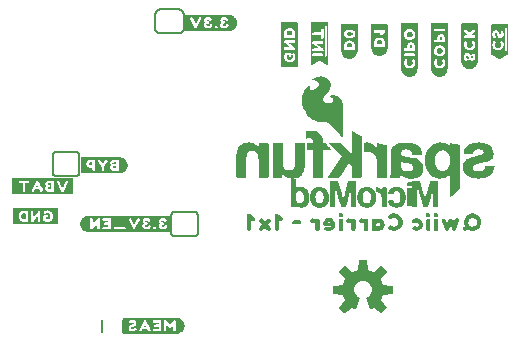
<source format=gbo>
G04 EAGLE Gerber RS-274X export*
G75*
%MOMM*%
%FSLAX34Y34*%
%LPD*%
%INSilkscreen Bottom*%
%IPPOS*%
%AMOC8*
5,1,8,0,0,1.08239X$1,22.5*%
G01*
%ADD10C,0.203200*%
%ADD11C,0.152400*%

G36*
X331655Y89150D02*
X331655Y89150D01*
X331711Y89150D01*
X331739Y89165D01*
X331771Y89170D01*
X331830Y89210D01*
X331866Y89228D01*
X331875Y89240D01*
X331891Y89251D01*
X336199Y93559D01*
X336216Y93586D01*
X336240Y93607D01*
X336261Y93659D01*
X336290Y93706D01*
X336293Y93738D01*
X336305Y93768D01*
X336302Y93823D01*
X336307Y93879D01*
X336295Y93909D01*
X336293Y93941D01*
X336259Y94004D01*
X336245Y94041D01*
X336234Y94051D01*
X336225Y94068D01*
X331258Y100159D01*
X332447Y102469D01*
X332454Y102495D01*
X332471Y102527D01*
X333263Y105001D01*
X341082Y105795D01*
X341113Y105805D01*
X341145Y105806D01*
X341194Y105833D01*
X341246Y105851D01*
X341269Y105874D01*
X341297Y105889D01*
X341329Y105935D01*
X341368Y105974D01*
X341378Y106005D01*
X341397Y106031D01*
X341410Y106101D01*
X341423Y106139D01*
X341421Y106154D01*
X341424Y106173D01*
X341424Y112267D01*
X341417Y112298D01*
X341419Y112330D01*
X341397Y112381D01*
X341385Y112436D01*
X341364Y112460D01*
X341352Y112490D01*
X341310Y112526D01*
X341275Y112569D01*
X341245Y112582D01*
X341221Y112603D01*
X341152Y112624D01*
X341116Y112640D01*
X341101Y112640D01*
X341082Y112645D01*
X333263Y113439D01*
X332471Y115913D01*
X332458Y115936D01*
X332447Y115971D01*
X331258Y118281D01*
X336225Y124372D01*
X336239Y124400D01*
X336260Y124424D01*
X336276Y124477D01*
X336301Y124527D01*
X336301Y124559D01*
X336310Y124590D01*
X336300Y124645D01*
X336300Y124701D01*
X336285Y124729D01*
X336280Y124761D01*
X336240Y124820D01*
X336222Y124856D01*
X336210Y124865D01*
X336199Y124881D01*
X331891Y129189D01*
X331864Y129206D01*
X331843Y129230D01*
X331791Y129251D01*
X331744Y129280D01*
X331712Y129283D01*
X331682Y129295D01*
X331627Y129292D01*
X331571Y129297D01*
X331541Y129285D01*
X331509Y129283D01*
X331446Y129249D01*
X331409Y129235D01*
X331399Y129224D01*
X331382Y129215D01*
X325291Y124248D01*
X322981Y125437D01*
X322955Y125444D01*
X322923Y125461D01*
X320449Y126253D01*
X319655Y134072D01*
X319647Y134098D01*
X319646Y134110D01*
X319645Y134113D01*
X319644Y134135D01*
X319617Y134184D01*
X319599Y134236D01*
X319576Y134259D01*
X319561Y134287D01*
X319515Y134319D01*
X319476Y134358D01*
X319445Y134368D01*
X319419Y134387D01*
X319349Y134400D01*
X319311Y134413D01*
X319296Y134411D01*
X319277Y134414D01*
X313183Y134414D01*
X313152Y134407D01*
X313120Y134409D01*
X313069Y134387D01*
X313014Y134375D01*
X312990Y134354D01*
X312960Y134342D01*
X312924Y134300D01*
X312881Y134265D01*
X312868Y134235D01*
X312847Y134211D01*
X312826Y134142D01*
X312810Y134106D01*
X312810Y134091D01*
X312808Y134084D01*
X312807Y134082D01*
X312807Y134081D01*
X312805Y134072D01*
X312011Y126253D01*
X309537Y125461D01*
X309514Y125448D01*
X309479Y125437D01*
X307169Y124248D01*
X301078Y129215D01*
X301050Y129229D01*
X301026Y129250D01*
X300973Y129266D01*
X300923Y129291D01*
X300891Y129291D01*
X300860Y129300D01*
X300805Y129290D01*
X300749Y129290D01*
X300721Y129275D01*
X300689Y129270D01*
X300630Y129230D01*
X300595Y129212D01*
X300585Y129200D01*
X300569Y129189D01*
X296261Y124881D01*
X296244Y124854D01*
X296220Y124833D01*
X296199Y124781D01*
X296170Y124734D01*
X296167Y124702D01*
X296155Y124672D01*
X296159Y124617D01*
X296153Y124561D01*
X296165Y124531D01*
X296167Y124499D01*
X296201Y124436D01*
X296215Y124399D01*
X296226Y124389D01*
X296235Y124372D01*
X301202Y118281D01*
X300013Y115971D01*
X300006Y115945D01*
X299989Y115913D01*
X299197Y113439D01*
X291378Y112645D01*
X291347Y112635D01*
X291315Y112634D01*
X291266Y112607D01*
X291214Y112589D01*
X291191Y112566D01*
X291163Y112551D01*
X291131Y112505D01*
X291092Y112466D01*
X291082Y112435D01*
X291063Y112409D01*
X291050Y112339D01*
X291037Y112301D01*
X291039Y112286D01*
X291036Y112267D01*
X291036Y106173D01*
X291043Y106142D01*
X291041Y106110D01*
X291063Y106059D01*
X291075Y106004D01*
X291096Y105980D01*
X291108Y105950D01*
X291150Y105914D01*
X291185Y105871D01*
X291215Y105858D01*
X291239Y105837D01*
X291308Y105816D01*
X291344Y105800D01*
X291359Y105800D01*
X291378Y105795D01*
X299197Y105001D01*
X299989Y102527D01*
X300002Y102504D01*
X300013Y102469D01*
X301202Y100159D01*
X296235Y94068D01*
X296221Y94040D01*
X296200Y94016D01*
X296184Y93963D01*
X296159Y93913D01*
X296159Y93881D01*
X296150Y93850D01*
X296160Y93795D01*
X296160Y93739D01*
X296175Y93711D01*
X296180Y93679D01*
X296220Y93620D01*
X296238Y93585D01*
X296250Y93575D01*
X296261Y93559D01*
X300569Y89251D01*
X300596Y89234D01*
X300617Y89210D01*
X300669Y89189D01*
X300716Y89160D01*
X300748Y89157D01*
X300778Y89145D01*
X300833Y89149D01*
X300889Y89143D01*
X300919Y89155D01*
X300951Y89157D01*
X301014Y89191D01*
X301051Y89205D01*
X301061Y89216D01*
X301078Y89225D01*
X307169Y94192D01*
X309478Y93002D01*
X309542Y92986D01*
X309605Y92963D01*
X309626Y92965D01*
X309646Y92960D01*
X309711Y92974D01*
X309777Y92981D01*
X309795Y92992D01*
X309815Y92997D01*
X309867Y93038D01*
X309923Y93074D01*
X309936Y93093D01*
X309951Y93105D01*
X309967Y93140D01*
X310003Y93194D01*
X313591Y101856D01*
X313596Y101888D01*
X313610Y101916D01*
X313610Y101972D01*
X313619Y102027D01*
X313610Y102058D01*
X313610Y102089D01*
X313585Y102140D01*
X313569Y102193D01*
X313547Y102216D01*
X313533Y102245D01*
X313477Y102291D01*
X313450Y102319D01*
X313436Y102324D01*
X313421Y102337D01*
X312044Y103081D01*
X310878Y104065D01*
X309938Y105267D01*
X309264Y106635D01*
X308883Y108113D01*
X308811Y109637D01*
X309053Y111143D01*
X309597Y112569D01*
X310421Y113853D01*
X311490Y114942D01*
X312758Y115790D01*
X314173Y116360D01*
X315675Y116630D01*
X317200Y116587D01*
X318684Y116234D01*
X320065Y115584D01*
X321284Y114667D01*
X322290Y113520D01*
X323041Y112191D01*
X323504Y110738D01*
X323661Y109219D01*
X323518Y107770D01*
X323095Y106376D01*
X322409Y105092D01*
X321485Y103966D01*
X320359Y103042D01*
X319041Y102337D01*
X319016Y102316D01*
X318987Y102302D01*
X318952Y102259D01*
X318911Y102223D01*
X318898Y102193D01*
X318878Y102168D01*
X318866Y102114D01*
X318845Y102063D01*
X318847Y102030D01*
X318840Y101998D01*
X318854Y101929D01*
X318857Y101890D01*
X318865Y101876D01*
X318869Y101856D01*
X322457Y93194D01*
X322496Y93140D01*
X322528Y93083D01*
X322545Y93071D01*
X322558Y93054D01*
X322616Y93023D01*
X322671Y92985D01*
X322692Y92982D01*
X322711Y92972D01*
X322777Y92971D01*
X322843Y92961D01*
X322866Y92968D01*
X322884Y92967D01*
X322919Y92984D01*
X322982Y93002D01*
X325291Y94192D01*
X331382Y89225D01*
X331410Y89211D01*
X331434Y89190D01*
X331487Y89174D01*
X331537Y89149D01*
X331569Y89149D01*
X331600Y89140D01*
X331655Y89150D01*
G37*
G36*
X153698Y158264D02*
X153698Y158264D01*
X153710Y158261D01*
X154110Y158561D01*
X154114Y158577D01*
X154121Y158582D01*
X154117Y158588D01*
X154119Y158592D01*
X154129Y158600D01*
X154129Y171500D01*
X154116Y171518D01*
X154119Y171530D01*
X153819Y171930D01*
X153788Y171939D01*
X153780Y171949D01*
X83680Y171949D01*
X83676Y171946D01*
X83673Y171949D01*
X82973Y171849D01*
X82972Y171848D01*
X82972Y171849D01*
X82372Y171749D01*
X81673Y171649D01*
X81668Y171644D01*
X81664Y171647D01*
X81064Y171447D01*
X81061Y171442D01*
X81058Y171444D01*
X80458Y171144D01*
X80456Y171140D01*
X80453Y171141D01*
X79253Y170341D01*
X79252Y170338D01*
X79249Y170338D01*
X78749Y169938D01*
X78747Y169928D01*
X78739Y169927D01*
X78340Y169329D01*
X77942Y168831D01*
X77941Y168823D01*
X77936Y168822D01*
X77336Y167622D01*
X77337Y167617D01*
X77333Y167616D01*
X77133Y167016D01*
X77134Y167014D01*
X77133Y167014D01*
X77095Y166883D01*
X77081Y166834D01*
X77039Y166686D01*
X76997Y166538D01*
X76983Y166489D01*
X76941Y166341D01*
X76933Y166314D01*
X76935Y166309D01*
X76931Y166307D01*
X76831Y165607D01*
X76833Y165603D01*
X76833Y165602D01*
X76831Y165600D01*
X76831Y164300D01*
X76837Y164292D01*
X76833Y164286D01*
X77032Y163589D01*
X77131Y162992D01*
X77138Y162986D01*
X77135Y162981D01*
X77435Y162281D01*
X77437Y162279D01*
X77436Y162278D01*
X77736Y161678D01*
X77743Y161675D01*
X77742Y161669D01*
X78140Y161171D01*
X78539Y160573D01*
X78546Y160570D01*
X78545Y160565D01*
X79045Y160065D01*
X79049Y160065D01*
X79049Y160062D01*
X80049Y159262D01*
X80057Y159261D01*
X80058Y159256D01*
X80658Y158956D01*
X80660Y158956D01*
X80661Y158955D01*
X81361Y158655D01*
X81364Y158656D01*
X81364Y158653D01*
X81964Y158453D01*
X81971Y158455D01*
X81973Y158451D01*
X82672Y158351D01*
X83272Y158251D01*
X83277Y158254D01*
X83280Y158251D01*
X153680Y158251D01*
X153698Y158264D01*
G37*
G36*
X298654Y238220D02*
X298654Y238220D01*
X298741Y238223D01*
X298741Y238224D01*
X298742Y238224D01*
X298817Y238265D01*
X298893Y238306D01*
X298893Y238307D01*
X298894Y238307D01*
X298945Y238379D01*
X298993Y238448D01*
X298993Y238449D01*
X298994Y238456D01*
X299020Y238590D01*
X299020Y266190D01*
X299016Y266210D01*
X299017Y266237D01*
X298817Y267837D01*
X298806Y267869D01*
X298798Y267918D01*
X298298Y269318D01*
X298290Y269330D01*
X298286Y269347D01*
X297786Y270447D01*
X297768Y270471D01*
X297752Y270508D01*
X297052Y271508D01*
X297033Y271525D01*
X297022Y271544D01*
X297000Y271560D01*
X296973Y271590D01*
X296073Y272290D01*
X296062Y272295D01*
X296051Y272306D01*
X295151Y272906D01*
X295120Y272918D01*
X295081Y272943D01*
X294081Y273343D01*
X294066Y273345D01*
X294049Y273354D01*
X293049Y273654D01*
X293030Y273655D01*
X293008Y273664D01*
X291908Y273864D01*
X291879Y273863D01*
X291840Y273870D01*
X290140Y273870D01*
X290117Y273865D01*
X290086Y273866D01*
X289386Y273766D01*
X289353Y273753D01*
X289299Y273743D01*
X288809Y273547D01*
X288578Y273470D01*
X288440Y273470D01*
X288271Y273431D01*
X288138Y273321D01*
X288067Y273162D01*
X288073Y272989D01*
X288156Y272837D01*
X288298Y272737D01*
X288419Y272714D01*
X288629Y272574D01*
X288660Y272562D01*
X288748Y272521D01*
X289073Y272440D01*
X289412Y272186D01*
X289428Y272179D01*
X289444Y272164D01*
X290404Y271588D01*
X290738Y271254D01*
X290992Y270830D01*
X291160Y270328D01*
X291160Y269752D01*
X290991Y269246D01*
X290626Y268608D01*
X290179Y268071D01*
X289550Y267622D01*
X288712Y267249D01*
X287701Y266973D01*
X286201Y267067D01*
X284787Y267444D01*
X283701Y268078D01*
X282974Y269078D01*
X282526Y270153D01*
X282615Y271404D01*
X283169Y272789D01*
X284418Y274231D01*
X286109Y275921D01*
X286123Y275943D01*
X286148Y275967D01*
X287448Y277767D01*
X287454Y277782D01*
X287468Y277797D01*
X288468Y279497D01*
X288479Y279534D01*
X288511Y279608D01*
X288911Y281408D01*
X288911Y281441D01*
X288920Y281490D01*
X288920Y283190D01*
X288911Y283228D01*
X288903Y283303D01*
X288403Y284903D01*
X288383Y284937D01*
X288353Y285005D01*
X287253Y286605D01*
X287226Y286630D01*
X287192Y286675D01*
X285492Y288175D01*
X285457Y288194D01*
X285404Y288233D01*
X283104Y289333D01*
X283071Y289340D01*
X283024Y289361D01*
X280824Y289861D01*
X280786Y289861D01*
X280721Y289870D01*
X278721Y289770D01*
X278695Y289762D01*
X278658Y289761D01*
X276858Y289361D01*
X276827Y289347D01*
X276779Y289335D01*
X275279Y288635D01*
X275275Y288632D01*
X275270Y288630D01*
X274736Y288363D01*
X274070Y288030D01*
X274048Y288012D01*
X274012Y287994D01*
X273212Y287394D01*
X273197Y287376D01*
X273171Y287359D01*
X272971Y287159D01*
X272958Y287137D01*
X272938Y287121D01*
X272912Y287064D01*
X272880Y287012D01*
X272877Y286986D01*
X272867Y286962D01*
X272869Y286901D01*
X272863Y286839D01*
X272872Y286815D01*
X272873Y286789D01*
X272903Y286735D01*
X272925Y286677D01*
X272944Y286660D01*
X272956Y286637D01*
X273007Y286602D01*
X273052Y286560D01*
X273077Y286552D01*
X273098Y286537D01*
X273182Y286521D01*
X273218Y286510D01*
X273228Y286512D01*
X273240Y286510D01*
X273340Y286510D01*
X273376Y286518D01*
X273432Y286521D01*
X273818Y286618D01*
X274371Y286710D01*
X275016Y286710D01*
X275755Y286617D01*
X276594Y286338D01*
X277328Y285971D01*
X277968Y285422D01*
X278429Y284869D01*
X278692Y284430D01*
X278860Y283928D01*
X278860Y282852D01*
X278691Y282346D01*
X278319Y281696D01*
X277849Y281037D01*
X276694Y279881D01*
X276035Y279411D01*
X275360Y279025D01*
X275024Y278857D01*
X274588Y278639D01*
X273845Y278361D01*
X273213Y278270D01*
X272718Y278270D01*
X272137Y278519D01*
X271743Y278835D01*
X271492Y279336D01*
X271320Y279852D01*
X271320Y280828D01*
X271401Y281070D01*
X271403Y281091D01*
X271409Y281106D01*
X271408Y281129D01*
X271420Y281190D01*
X271420Y281390D01*
X271406Y281453D01*
X271398Y281517D01*
X271386Y281536D01*
X271381Y281559D01*
X271340Y281609D01*
X271305Y281663D01*
X271285Y281675D01*
X271271Y281692D01*
X271212Y281719D01*
X271157Y281752D01*
X271134Y281754D01*
X271112Y281763D01*
X271048Y281761D01*
X270984Y281766D01*
X270959Y281757D01*
X270939Y281757D01*
X270906Y281738D01*
X270847Y281718D01*
X269147Y280718D01*
X269119Y280691D01*
X269063Y280651D01*
X267463Y278951D01*
X267447Y278922D01*
X267415Y278888D01*
X266015Y276588D01*
X266005Y276556D01*
X265981Y276514D01*
X264981Y273614D01*
X264978Y273586D01*
X264964Y273549D01*
X264464Y270349D01*
X264467Y270316D01*
X264460Y270268D01*
X264660Y266768D01*
X264670Y266737D01*
X264673Y266691D01*
X265673Y262991D01*
X265690Y262959D01*
X265708Y262905D01*
X267708Y259305D01*
X267725Y259287D01*
X267740Y259257D01*
X269140Y257457D01*
X269152Y257447D01*
X269163Y257430D01*
X270663Y255830D01*
X270681Y255818D01*
X270698Y255796D01*
X272398Y254396D01*
X272417Y254387D01*
X272437Y254369D01*
X274337Y253169D01*
X274365Y253159D01*
X274399Y253137D01*
X276399Y252337D01*
X276411Y252335D01*
X276425Y252328D01*
X278625Y251628D01*
X278654Y251625D01*
X278693Y251613D01*
X281093Y251313D01*
X281114Y251315D01*
X281140Y251310D01*
X284893Y251310D01*
X286007Y251031D01*
X286952Y250559D01*
X288009Y249886D01*
X288971Y249020D01*
X289959Y247934D01*
X289960Y247933D01*
X289961Y247932D01*
X291155Y246638D01*
X292351Y245243D01*
X292357Y245239D01*
X292361Y245232D01*
X293560Y243933D01*
X295760Y241533D01*
X296648Y240546D01*
X297340Y239657D01*
X297346Y239651D01*
X297351Y239643D01*
X297943Y238952D01*
X298215Y238589D01*
X298299Y238421D01*
X298300Y238420D01*
X298352Y238357D01*
X298409Y238288D01*
X298410Y238287D01*
X298411Y238287D01*
X298486Y238253D01*
X298568Y238217D01*
X298569Y238216D01*
X298654Y238220D01*
G37*
G36*
X390069Y187321D02*
X390069Y187321D01*
X390141Y187323D01*
X390155Y187331D01*
X390170Y187333D01*
X390285Y187402D01*
X390293Y187406D01*
X390293Y187407D01*
X390294Y187407D01*
X391286Y188300D01*
X392278Y189093D01*
X392284Y189101D01*
X392294Y189107D01*
X393294Y190007D01*
X393300Y190015D01*
X393309Y190021D01*
X394194Y190906D01*
X395178Y191693D01*
X395184Y191701D01*
X395194Y191707D01*
X396193Y192606D01*
X397093Y193406D01*
X397093Y193407D01*
X397094Y193407D01*
X398094Y194307D01*
X398145Y194380D01*
X398193Y194448D01*
X398193Y194449D01*
X398193Y194450D01*
X398195Y194458D01*
X398220Y194590D01*
X398220Y231490D01*
X398218Y231499D01*
X398220Y231509D01*
X398198Y231583D01*
X398181Y231659D01*
X398175Y231666D01*
X398172Y231675D01*
X398120Y231733D01*
X398071Y231792D01*
X398062Y231796D01*
X398055Y231803D01*
X397923Y231861D01*
X396123Y232261D01*
X396103Y232261D01*
X396078Y232268D01*
X395100Y232366D01*
X394223Y232561D01*
X394204Y232561D01*
X394182Y232568D01*
X393302Y232666D01*
X392423Y232861D01*
X392419Y232861D01*
X392415Y232863D01*
X391415Y233063D01*
X391400Y233062D01*
X391382Y233068D01*
X390482Y233168D01*
X390411Y233159D01*
X390339Y233157D01*
X390326Y233149D01*
X390310Y233147D01*
X390250Y233108D01*
X390187Y233074D01*
X390178Y233061D01*
X390165Y233053D01*
X390129Y232991D01*
X390087Y232932D01*
X390084Y232915D01*
X390077Y232903D01*
X390074Y232864D01*
X390060Y232790D01*
X390060Y230359D01*
X389948Y230514D01*
X389937Y230523D01*
X389933Y230531D01*
X389923Y230538D01*
X389909Y230559D01*
X389009Y231459D01*
X389000Y231464D01*
X388993Y231474D01*
X388093Y232274D01*
X388066Y232288D01*
X388036Y232316D01*
X387036Y232916D01*
X387007Y232925D01*
X386970Y232947D01*
X385870Y233347D01*
X385865Y233348D01*
X385860Y233351D01*
X384660Y233751D01*
X384624Y233754D01*
X384569Y233769D01*
X383271Y233869D01*
X382072Y233969D01*
X382043Y233965D01*
X382003Y233968D01*
X378903Y233668D01*
X378871Y233657D01*
X378820Y233651D01*
X376120Y232751D01*
X376087Y232730D01*
X376026Y232704D01*
X373826Y231204D01*
X373803Y231180D01*
X373764Y231152D01*
X371964Y229252D01*
X371947Y229223D01*
X371915Y229188D01*
X370515Y226888D01*
X370505Y226858D01*
X370482Y226819D01*
X369582Y224319D01*
X369580Y224297D01*
X369568Y224270D01*
X368968Y221470D01*
X368969Y221446D01*
X368961Y221415D01*
X368761Y218415D01*
X368764Y218393D01*
X368761Y218363D01*
X368961Y215563D01*
X368968Y215540D01*
X368969Y215508D01*
X369569Y212808D01*
X369579Y212787D01*
X369584Y212757D01*
X370484Y210357D01*
X370502Y210329D01*
X370519Y210286D01*
X371919Y208086D01*
X371938Y208067D01*
X371957Y208036D01*
X373657Y206136D01*
X373688Y206114D01*
X373736Y206069D01*
X375936Y204669D01*
X375968Y204658D01*
X376011Y204632D01*
X378511Y203732D01*
X378547Y203728D01*
X378601Y203712D01*
X381501Y203412D01*
X381530Y203415D01*
X381569Y203411D01*
X382869Y203511D01*
X382884Y203515D01*
X382903Y203515D01*
X384103Y203715D01*
X384115Y203720D01*
X384132Y203721D01*
X385332Y204021D01*
X385358Y204035D01*
X385397Y204044D01*
X386497Y204544D01*
X386507Y204551D01*
X386522Y204556D01*
X387622Y205156D01*
X387636Y205169D01*
X387658Y205179D01*
X388658Y205879D01*
X388682Y205905D01*
X388724Y205937D01*
X389524Y206837D01*
X389528Y206845D01*
X389537Y206852D01*
X389660Y207006D01*
X389660Y187690D01*
X389663Y187675D01*
X389661Y187659D01*
X389683Y187591D01*
X389699Y187521D01*
X389709Y187509D01*
X389714Y187494D01*
X389764Y187443D01*
X389809Y187388D01*
X389824Y187381D01*
X389835Y187370D01*
X389902Y187346D01*
X389968Y187317D01*
X389983Y187317D01*
X389998Y187312D01*
X390069Y187321D01*
G37*
G36*
X158405Y71894D02*
X158405Y71894D01*
X158408Y71891D01*
X159008Y71991D01*
X159707Y72091D01*
X160407Y72191D01*
X160415Y72199D01*
X160422Y72196D01*
X162222Y73096D01*
X162225Y73103D01*
X162231Y73102D01*
X162731Y73502D01*
X162732Y73506D01*
X162735Y73505D01*
X163735Y74505D01*
X163736Y74517D01*
X163744Y74518D01*
X164043Y75115D01*
X164441Y75713D01*
X164441Y75717D01*
X164444Y75718D01*
X164744Y76318D01*
X164743Y76323D01*
X164747Y76324D01*
X164947Y76924D01*
X164945Y76931D01*
X164949Y76933D01*
X165149Y78333D01*
X165146Y78338D01*
X165149Y78340D01*
X165149Y78940D01*
X165146Y78944D01*
X165149Y78947D01*
X164949Y80347D01*
X164944Y80352D01*
X164947Y80356D01*
X164547Y81556D01*
X164542Y81559D01*
X164544Y81562D01*
X164244Y82162D01*
X164240Y82164D01*
X164241Y82167D01*
X163841Y82767D01*
X163838Y82768D01*
X163838Y82771D01*
X163438Y83271D01*
X163434Y83272D01*
X163435Y83275D01*
X162935Y83775D01*
X162931Y83775D01*
X162931Y83778D01*
X162431Y84178D01*
X162427Y84179D01*
X162427Y84181D01*
X161827Y84581D01*
X161823Y84581D01*
X161822Y84584D01*
X160622Y85184D01*
X160615Y85183D01*
X160614Y85187D01*
X159914Y85387D01*
X159910Y85386D01*
X159908Y85389D01*
X159308Y85489D01*
X159307Y85488D01*
X159307Y85489D01*
X158607Y85589D01*
X158602Y85586D01*
X158600Y85589D01*
X113000Y85589D01*
X112974Y85570D01*
X112961Y85570D01*
X112661Y85170D01*
X112661Y85158D01*
X112653Y85152D01*
X112658Y85145D01*
X112651Y85140D01*
X112651Y72340D01*
X112664Y72322D01*
X112661Y72310D01*
X112961Y71910D01*
X112992Y71902D01*
X113000Y71891D01*
X158400Y71891D01*
X158405Y71894D01*
G37*
G36*
X70307Y190037D02*
X70307Y190037D01*
X70302Y190044D01*
X70309Y190050D01*
X70309Y203550D01*
X70273Y203597D01*
X70270Y203595D01*
X70268Y203599D01*
X69668Y203699D01*
X69663Y203696D01*
X69660Y203699D01*
X19460Y203699D01*
X19413Y203663D01*
X19416Y203659D01*
X19413Y203656D01*
X19415Y203653D01*
X19411Y203650D01*
X19411Y190050D01*
X19447Y190003D01*
X19454Y190008D01*
X19460Y190001D01*
X70260Y190001D01*
X70307Y190037D01*
G37*
G36*
X358256Y203314D02*
X358256Y203314D01*
X358278Y203312D01*
X359278Y203412D01*
X359297Y203418D01*
X359323Y203419D01*
X361123Y203819D01*
X361138Y203826D01*
X361160Y203829D01*
X362060Y204129D01*
X362080Y204142D01*
X362110Y204150D01*
X362790Y204490D01*
X362910Y204550D01*
X362917Y204556D01*
X362929Y204560D01*
X363629Y204960D01*
X363641Y204972D01*
X363661Y204981D01*
X364361Y205481D01*
X364370Y205490D01*
X364383Y205498D01*
X364983Y205998D01*
X365006Y206028D01*
X365049Y206069D01*
X365541Y206758D01*
X366032Y207347D01*
X366048Y207378D01*
X366080Y207420D01*
X366480Y208220D01*
X366484Y208237D01*
X366496Y208257D01*
X366796Y209057D01*
X366798Y209068D01*
X366804Y209081D01*
X367104Y210081D01*
X367106Y210110D01*
X367118Y210148D01*
X367218Y211048D01*
X367218Y211052D01*
X367219Y211056D01*
X367319Y212156D01*
X367314Y212190D01*
X367317Y212241D01*
X367017Y214441D01*
X367005Y214471D01*
X366999Y214517D01*
X366399Y216217D01*
X366380Y216246D01*
X366360Y216296D01*
X365460Y217696D01*
X365432Y217723D01*
X365386Y217780D01*
X364086Y218880D01*
X364066Y218890D01*
X364046Y218910D01*
X362646Y219810D01*
X362614Y219821D01*
X362574Y219846D01*
X360974Y220446D01*
X360952Y220449D01*
X360927Y220460D01*
X359227Y220860D01*
X359216Y220860D01*
X359203Y220865D01*
X357403Y221165D01*
X357393Y221164D01*
X357382Y221168D01*
X355583Y221368D01*
X353884Y221568D01*
X352320Y221763D01*
X351057Y222152D01*
X349894Y222540D01*
X349096Y222983D01*
X348608Y223633D01*
X348520Y224509D01*
X348520Y225059D01*
X348613Y225612D01*
X348699Y225957D01*
X349070Y226699D01*
X349236Y226948D01*
X349482Y227195D01*
X349731Y227361D01*
X350073Y227531D01*
X350432Y227621D01*
X350462Y227637D01*
X350510Y227650D01*
X350581Y227685D01*
X350830Y227810D01*
X351140Y227810D01*
X351170Y227817D01*
X351215Y227817D01*
X352178Y228010D01*
X353609Y228010D01*
X354171Y227916D01*
X354657Y227819D01*
X355048Y227721D01*
X355056Y227721D01*
X355065Y227717D01*
X355516Y227627D01*
X355849Y227461D01*
X356129Y227274D01*
X356149Y227266D01*
X356170Y227250D01*
X356515Y227078D01*
X357028Y226565D01*
X357577Y225466D01*
X357667Y225015D01*
X357679Y224989D01*
X357687Y224949D01*
X357860Y224517D01*
X357860Y224090D01*
X357871Y224040D01*
X357873Y223989D01*
X357891Y223957D01*
X357899Y223921D01*
X357932Y223882D01*
X357956Y223837D01*
X357986Y223816D01*
X358009Y223788D01*
X358056Y223767D01*
X358098Y223737D01*
X358140Y223729D01*
X358168Y223717D01*
X358198Y223718D01*
X358240Y223710D01*
X366040Y223710D01*
X366117Y223728D01*
X366195Y223743D01*
X366201Y223747D01*
X366209Y223749D01*
X366270Y223800D01*
X366333Y223848D01*
X366337Y223855D01*
X366342Y223859D01*
X366375Y223932D01*
X366410Y224003D01*
X366410Y224011D01*
X366413Y224018D01*
X366412Y224051D01*
X366416Y224148D01*
X366216Y225448D01*
X366211Y225460D01*
X366211Y225465D01*
X366210Y225467D01*
X366209Y225482D01*
X365909Y226682D01*
X365899Y226702D01*
X365893Y226731D01*
X365493Y227731D01*
X365485Y227743D01*
X365480Y227760D01*
X364980Y228760D01*
X364967Y228776D01*
X364956Y228801D01*
X364356Y229701D01*
X364340Y229716D01*
X364326Y229740D01*
X363626Y230540D01*
X363595Y230563D01*
X363551Y230606D01*
X361751Y231806D01*
X361738Y231811D01*
X361725Y231822D01*
X360825Y232322D01*
X360817Y232324D01*
X360810Y232330D01*
X359810Y232830D01*
X359780Y232837D01*
X359740Y232857D01*
X357540Y233457D01*
X357523Y233457D01*
X357503Y233465D01*
X356303Y233665D01*
X356290Y233664D01*
X356274Y233669D01*
X355174Y233769D01*
X355173Y233769D01*
X355172Y233769D01*
X353972Y233869D01*
X353957Y233867D01*
X353940Y233870D01*
X350540Y233870D01*
X350524Y233866D01*
X350502Y233868D01*
X349502Y233768D01*
X349489Y233764D01*
X349472Y233764D01*
X347272Y233364D01*
X347269Y233363D01*
X347265Y233363D01*
X346265Y233163D01*
X346251Y233156D01*
X346231Y233154D01*
X345231Y232854D01*
X345212Y232844D01*
X345186Y232837D01*
X344286Y232437D01*
X344274Y232428D01*
X344255Y232422D01*
X343355Y231922D01*
X343339Y231907D01*
X343312Y231894D01*
X342512Y231294D01*
X342505Y231286D01*
X342493Y231279D01*
X341793Y230679D01*
X341772Y230651D01*
X341736Y230618D01*
X341136Y229818D01*
X341130Y229805D01*
X341118Y229792D01*
X340618Y228992D01*
X340605Y228955D01*
X340576Y228899D01*
X340276Y227899D01*
X340276Y227895D01*
X340273Y227890D01*
X339973Y226790D01*
X339972Y226752D01*
X339960Y226690D01*
X339960Y209828D01*
X339867Y209365D01*
X339868Y209333D01*
X339860Y209290D01*
X339860Y208028D01*
X339767Y207565D01*
X339768Y207533D01*
X339760Y207490D01*
X339760Y207137D01*
X339471Y205982D01*
X339471Y205946D01*
X339460Y205890D01*
X339460Y205652D01*
X339395Y205459D01*
X339224Y205201D01*
X339210Y205165D01*
X339179Y205110D01*
X339088Y204836D01*
X339000Y204660D01*
X338988Y204610D01*
X338967Y204562D01*
X338968Y204527D01*
X338960Y204492D01*
X338971Y204441D01*
X338973Y204389D01*
X338991Y204358D01*
X338999Y204323D01*
X339031Y204283D01*
X339056Y204237D01*
X339085Y204216D01*
X339108Y204189D01*
X339155Y204167D01*
X339198Y204137D01*
X339239Y204129D01*
X339266Y204117D01*
X339297Y204118D01*
X339340Y204110D01*
X347240Y204110D01*
X347290Y204121D01*
X347341Y204123D01*
X347373Y204141D01*
X347409Y204149D01*
X347448Y204182D01*
X347493Y204206D01*
X347514Y204236D01*
X347542Y204259D01*
X347563Y204306D01*
X347593Y204348D01*
X347601Y204390D01*
X347613Y204418D01*
X347612Y204448D01*
X347620Y204490D01*
X347620Y204539D01*
X347649Y204586D01*
X347693Y204648D01*
X347695Y204660D01*
X347700Y204668D01*
X347704Y204705D01*
X347720Y204790D01*
X347720Y204900D01*
X347753Y204965D01*
X347809Y205021D01*
X347849Y205086D01*
X347893Y205148D01*
X347895Y205160D01*
X347900Y205168D01*
X347904Y205205D01*
X347920Y205290D01*
X347920Y205539D01*
X347949Y205586D01*
X347993Y205648D01*
X347995Y205660D01*
X348000Y205668D01*
X348004Y205705D01*
X348020Y205790D01*
X348020Y206100D01*
X348080Y206220D01*
X348084Y206235D01*
X348093Y206248D01*
X348117Y206375D01*
X348471Y206021D01*
X348487Y206011D01*
X348502Y205993D01*
X349002Y205593D01*
X349023Y205583D01*
X349044Y205564D01*
X349544Y205264D01*
X349557Y205260D01*
X349570Y205250D01*
X351370Y204350D01*
X351393Y204344D01*
X351420Y204329D01*
X352620Y203929D01*
X352645Y203927D01*
X352678Y203915D01*
X353256Y203819D01*
X353936Y203624D01*
X353955Y203623D01*
X353978Y203615D01*
X354578Y203515D01*
X354582Y203515D01*
X354586Y203514D01*
X355286Y203414D01*
X355310Y203416D01*
X355340Y203410D01*
X355913Y203410D01*
X356586Y203314D01*
X356610Y203316D01*
X356640Y203310D01*
X358240Y203310D01*
X358256Y203314D01*
G37*
G36*
X296172Y204217D02*
X296172Y204217D01*
X296206Y204215D01*
X296256Y204237D01*
X296309Y204249D01*
X296334Y204270D01*
X296365Y204283D01*
X296412Y204335D01*
X296442Y204359D01*
X296449Y204375D01*
X296463Y204390D01*
X304015Y216589D01*
X306560Y214129D01*
X306560Y204590D01*
X306571Y204540D01*
X306573Y204489D01*
X306591Y204457D01*
X306599Y204421D01*
X306632Y204382D01*
X306656Y204337D01*
X306686Y204316D01*
X306709Y204288D01*
X306756Y204267D01*
X306798Y204237D01*
X306840Y204229D01*
X306868Y204217D01*
X306898Y204218D01*
X306940Y204210D01*
X314740Y204210D01*
X314790Y204221D01*
X314841Y204223D01*
X314873Y204241D01*
X314909Y204249D01*
X314948Y204282D01*
X314993Y204306D01*
X315014Y204336D01*
X315042Y204359D01*
X315063Y204406D01*
X315093Y204448D01*
X315101Y204490D01*
X315113Y204518D01*
X315112Y204548D01*
X315120Y204590D01*
X315120Y239290D01*
X315111Y239332D01*
X315111Y239374D01*
X315091Y239415D01*
X315081Y239459D01*
X315054Y239492D01*
X315035Y239530D01*
X314993Y239565D01*
X314971Y239592D01*
X314948Y239602D01*
X314924Y239623D01*
X307124Y243923D01*
X307067Y243939D01*
X307012Y243963D01*
X306984Y243962D01*
X306957Y243970D01*
X306899Y243959D01*
X306839Y243957D01*
X306814Y243943D01*
X306787Y243938D01*
X306739Y243902D01*
X306687Y243874D01*
X306671Y243851D01*
X306648Y243834D01*
X306621Y243781D01*
X306587Y243732D01*
X306581Y243701D01*
X306570Y243679D01*
X306570Y243643D01*
X306560Y243590D01*
X306560Y223628D01*
X297413Y233055D01*
X297347Y233097D01*
X297282Y233143D01*
X297273Y233144D01*
X297267Y233148D01*
X297233Y233152D01*
X297140Y233170D01*
X287940Y233170D01*
X287912Y233164D01*
X287884Y233166D01*
X287829Y233144D01*
X287771Y233131D01*
X287749Y233113D01*
X287723Y233102D01*
X287683Y233058D01*
X287638Y233021D01*
X287626Y232995D01*
X287607Y232973D01*
X287591Y232916D01*
X287567Y232862D01*
X287568Y232834D01*
X287560Y232807D01*
X287571Y232749D01*
X287573Y232689D01*
X287587Y232664D01*
X287592Y232636D01*
X287638Y232571D01*
X287656Y232537D01*
X287666Y232530D01*
X287675Y232517D01*
X298148Y222338D01*
X286424Y204801D01*
X286397Y204731D01*
X286367Y204662D01*
X286367Y204650D01*
X286363Y204639D01*
X286370Y204564D01*
X286373Y204489D01*
X286379Y204479D01*
X286380Y204467D01*
X286420Y204403D01*
X286456Y204337D01*
X286466Y204330D01*
X286472Y204320D01*
X286536Y204281D01*
X286598Y204237D01*
X286611Y204235D01*
X286620Y204229D01*
X286658Y204226D01*
X286740Y204210D01*
X296140Y204210D01*
X296172Y204217D01*
G37*
G36*
X356104Y289514D02*
X356104Y289514D01*
X356107Y289511D01*
X356807Y289611D01*
X356811Y289615D01*
X356814Y289613D01*
X357514Y289813D01*
X357515Y289814D01*
X357516Y289813D01*
X358116Y290013D01*
X358119Y290018D01*
X358122Y290016D01*
X359322Y290616D01*
X359324Y290620D01*
X359327Y290619D01*
X359927Y291019D01*
X359930Y291026D01*
X359935Y291025D01*
X360435Y291525D01*
X360435Y291529D01*
X360438Y291529D01*
X361238Y292529D01*
X361239Y292533D01*
X361241Y292533D01*
X361641Y293133D01*
X361641Y293137D01*
X361644Y293138D01*
X361944Y293738D01*
X361943Y293743D01*
X361947Y293744D01*
X362147Y294344D01*
X362146Y294346D01*
X362147Y294346D01*
X362155Y294373D01*
X362197Y294521D01*
X362211Y294570D01*
X362253Y294718D01*
X362254Y294718D01*
X362253Y294718D01*
X362296Y294866D01*
X362310Y294915D01*
X362347Y295046D01*
X362344Y295056D01*
X362349Y295060D01*
X362349Y295756D01*
X362449Y296352D01*
X362446Y296357D01*
X362449Y296360D01*
X362449Y334960D01*
X362420Y334998D01*
X362418Y335006D01*
X361918Y335206D01*
X361905Y335202D01*
X361900Y335209D01*
X349000Y335209D01*
X348962Y335180D01*
X348954Y335178D01*
X348754Y334678D01*
X348758Y334665D01*
X348751Y334660D01*
X348751Y295960D01*
X348754Y295955D01*
X348751Y295952D01*
X348851Y295352D01*
X348951Y294653D01*
X348956Y294648D01*
X348953Y294644D01*
X349153Y294044D01*
X349156Y294043D01*
X349155Y294041D01*
X349455Y293341D01*
X349457Y293339D01*
X349456Y293338D01*
X349756Y292738D01*
X349763Y292735D01*
X349762Y292729D01*
X350562Y291729D01*
X350566Y291728D01*
X350565Y291725D01*
X351065Y291225D01*
X351072Y291224D01*
X351073Y291219D01*
X351671Y290820D01*
X352169Y290422D01*
X352177Y290421D01*
X352178Y290416D01*
X352778Y290116D01*
X352780Y290116D01*
X352781Y290115D01*
X353481Y289815D01*
X353489Y289817D01*
X353492Y289811D01*
X354089Y289712D01*
X354786Y289513D01*
X354796Y289516D01*
X354800Y289511D01*
X356100Y289511D01*
X356104Y289514D01*
G37*
G36*
X381504Y289514D02*
X381504Y289514D01*
X381507Y289511D01*
X382207Y289611D01*
X382211Y289615D01*
X382214Y289613D01*
X382914Y289813D01*
X382915Y289814D01*
X382916Y289813D01*
X383516Y290013D01*
X383519Y290018D01*
X383522Y290016D01*
X384722Y290616D01*
X384724Y290620D01*
X384727Y290619D01*
X385327Y291019D01*
X385330Y291026D01*
X385335Y291025D01*
X385835Y291525D01*
X385835Y291529D01*
X385838Y291529D01*
X386638Y292529D01*
X386639Y292533D01*
X386641Y292533D01*
X387041Y293133D01*
X387041Y293137D01*
X387044Y293138D01*
X387344Y293738D01*
X387343Y293743D01*
X387347Y293744D01*
X387547Y294344D01*
X387546Y294346D01*
X387547Y294346D01*
X387555Y294373D01*
X387597Y294521D01*
X387611Y294570D01*
X387653Y294718D01*
X387654Y294718D01*
X387653Y294718D01*
X387696Y294866D01*
X387710Y294915D01*
X387747Y295046D01*
X387744Y295056D01*
X387749Y295060D01*
X387749Y295756D01*
X387849Y296352D01*
X387846Y296357D01*
X387849Y296360D01*
X387849Y334960D01*
X387820Y334998D01*
X387818Y335006D01*
X387318Y335206D01*
X387305Y335202D01*
X387300Y335209D01*
X374400Y335209D01*
X374362Y335180D01*
X374354Y335178D01*
X374154Y334678D01*
X374158Y334665D01*
X374151Y334660D01*
X374151Y295960D01*
X374154Y295955D01*
X374151Y295952D01*
X374251Y295352D01*
X374351Y294653D01*
X374356Y294648D01*
X374353Y294644D01*
X374553Y294044D01*
X374556Y294043D01*
X374555Y294041D01*
X374855Y293341D01*
X374857Y293339D01*
X374856Y293338D01*
X375156Y292738D01*
X375163Y292735D01*
X375162Y292729D01*
X375962Y291729D01*
X375966Y291728D01*
X375965Y291725D01*
X376465Y291225D01*
X376472Y291224D01*
X376473Y291219D01*
X377071Y290820D01*
X377569Y290422D01*
X377577Y290421D01*
X377578Y290416D01*
X378178Y290116D01*
X378180Y290116D01*
X378181Y290115D01*
X378881Y289815D01*
X378889Y289817D01*
X378892Y289811D01*
X379489Y289712D01*
X380186Y289513D01*
X380196Y289516D01*
X380200Y289511D01*
X381500Y289511D01*
X381504Y289514D01*
G37*
G36*
X203055Y328434D02*
X203055Y328434D01*
X203058Y328431D01*
X203658Y328531D01*
X204357Y328631D01*
X204361Y328635D01*
X204364Y328633D01*
X205064Y328833D01*
X205068Y328838D01*
X205072Y328836D01*
X206272Y329436D01*
X206273Y329439D01*
X206275Y329438D01*
X206775Y329738D01*
X206777Y329743D01*
X206782Y329742D01*
X207382Y330242D01*
X207383Y330249D01*
X207388Y330249D01*
X207787Y330747D01*
X208285Y331245D01*
X208285Y331249D01*
X208288Y331249D01*
X208688Y331749D01*
X208689Y331757D01*
X208694Y331758D01*
X208994Y332358D01*
X208993Y332365D01*
X208997Y332366D01*
X209037Y332505D01*
X209079Y332653D01*
X209093Y332702D01*
X209135Y332850D01*
X209136Y332850D01*
X209135Y332850D01*
X209178Y332998D01*
X209192Y333047D01*
X209197Y333065D01*
X209397Y333664D01*
X209395Y333671D01*
X209399Y333673D01*
X209599Y335073D01*
X209596Y335078D01*
X209599Y335080D01*
X209599Y335680D01*
X209596Y335684D01*
X209599Y335687D01*
X209399Y337087D01*
X209394Y337092D01*
X209397Y337096D01*
X209197Y337696D01*
X209192Y337699D01*
X209194Y337702D01*
X208894Y338302D01*
X208890Y338304D01*
X208891Y338307D01*
X208493Y338905D01*
X208194Y339502D01*
X208184Y339507D01*
X208185Y339515D01*
X207185Y340515D01*
X207181Y340515D01*
X207181Y340518D01*
X206681Y340918D01*
X206673Y340919D01*
X206672Y340924D01*
X204872Y341824D01*
X204861Y341822D01*
X204857Y341829D01*
X204157Y341929D01*
X203458Y342029D01*
X202858Y342129D01*
X202853Y342126D01*
X202850Y342129D01*
X164850Y342129D01*
X164820Y342107D01*
X164808Y342105D01*
X164508Y341605D01*
X164509Y341598D01*
X164503Y341594D01*
X164509Y341586D01*
X164501Y341580D01*
X164501Y328680D01*
X164530Y328642D01*
X164532Y328634D01*
X165032Y328434D01*
X165045Y328438D01*
X165050Y328431D01*
X203050Y328431D01*
X203055Y328434D01*
G37*
G36*
X217290Y204221D02*
X217290Y204221D01*
X217341Y204223D01*
X217373Y204241D01*
X217409Y204249D01*
X217448Y204282D01*
X217493Y204306D01*
X217514Y204336D01*
X217542Y204359D01*
X217563Y204406D01*
X217593Y204448D01*
X217601Y204490D01*
X217613Y204518D01*
X217612Y204548D01*
X217620Y204590D01*
X217620Y220479D01*
X217719Y222152D01*
X217914Y223517D01*
X218199Y224657D01*
X218653Y225565D01*
X219271Y226183D01*
X220104Y226646D01*
X221027Y227015D01*
X222241Y227109D01*
X223570Y227014D01*
X224784Y226640D01*
X225714Y226082D01*
X226538Y225350D01*
X227086Y224345D01*
X227469Y223005D01*
X227761Y221347D01*
X227860Y219380D01*
X227860Y204590D01*
X227871Y204540D01*
X227873Y204489D01*
X227891Y204457D01*
X227899Y204421D01*
X227932Y204382D01*
X227956Y204337D01*
X227986Y204316D01*
X228009Y204288D01*
X228056Y204267D01*
X228098Y204237D01*
X228140Y204229D01*
X228168Y204217D01*
X228198Y204218D01*
X228240Y204210D01*
X236040Y204210D01*
X236090Y204221D01*
X236141Y204223D01*
X236173Y204241D01*
X236209Y204249D01*
X236248Y204282D01*
X236293Y204306D01*
X236314Y204336D01*
X236342Y204359D01*
X236363Y204406D01*
X236393Y204448D01*
X236401Y204490D01*
X236413Y204518D01*
X236412Y204548D01*
X236420Y204590D01*
X236420Y229290D01*
X236419Y229295D01*
X236420Y229301D01*
X236320Y232801D01*
X236308Y232845D01*
X236307Y232891D01*
X236287Y232928D01*
X236276Y232968D01*
X236246Y233003D01*
X236224Y233043D01*
X236190Y233067D01*
X236162Y233099D01*
X236120Y233116D01*
X236082Y233143D01*
X236033Y233152D01*
X236002Y233165D01*
X235975Y233163D01*
X235940Y233170D01*
X228540Y233170D01*
X228490Y233159D01*
X228439Y233157D01*
X228407Y233139D01*
X228371Y233131D01*
X228332Y233098D01*
X228287Y233074D01*
X228266Y233044D01*
X228238Y233021D01*
X228217Y232974D01*
X228187Y232932D01*
X228179Y232890D01*
X228167Y232862D01*
X228168Y232832D01*
X228160Y232790D01*
X228160Y229922D01*
X227948Y230214D01*
X227934Y230225D01*
X227923Y230244D01*
X227023Y231244D01*
X227001Y231260D01*
X226978Y231287D01*
X225978Y232087D01*
X225961Y232095D01*
X225944Y232111D01*
X224844Y232811D01*
X224818Y232820D01*
X224786Y232841D01*
X223586Y233341D01*
X223562Y233345D01*
X223532Y233359D01*
X222332Y233659D01*
X222318Y233659D01*
X222303Y233665D01*
X221103Y233865D01*
X221089Y233864D01*
X221072Y233869D01*
X219872Y233969D01*
X219846Y233965D01*
X219813Y233969D01*
X217013Y233769D01*
X216985Y233761D01*
X216944Y233758D01*
X214644Y233158D01*
X214611Y233141D01*
X214555Y233122D01*
X212755Y232122D01*
X212727Y232096D01*
X212671Y232059D01*
X211271Y230659D01*
X211251Y230627D01*
X211212Y230583D01*
X210212Y228883D01*
X210202Y228848D01*
X210176Y228799D01*
X209576Y226799D01*
X209575Y226780D01*
X209566Y226758D01*
X209166Y224558D01*
X209167Y224535D01*
X209160Y224505D01*
X209060Y222005D01*
X209061Y221998D01*
X209060Y221990D01*
X209060Y204590D01*
X209071Y204540D01*
X209073Y204489D01*
X209091Y204457D01*
X209099Y204421D01*
X209132Y204382D01*
X209156Y204337D01*
X209186Y204316D01*
X209209Y204288D01*
X209256Y204267D01*
X209298Y204237D01*
X209340Y204229D01*
X209368Y204217D01*
X209398Y204218D01*
X209440Y204210D01*
X217240Y204210D01*
X217290Y204221D01*
G37*
G36*
X259167Y203611D02*
X259167Y203611D01*
X259195Y203619D01*
X259236Y203622D01*
X261536Y204222D01*
X261569Y204239D01*
X261625Y204258D01*
X263425Y205258D01*
X263453Y205284D01*
X263509Y205321D01*
X264909Y206721D01*
X264930Y206754D01*
X264976Y206812D01*
X265876Y208512D01*
X265882Y208536D01*
X265899Y208564D01*
X266599Y210564D01*
X266602Y210596D01*
X266617Y210639D01*
X266917Y212839D01*
X266915Y212855D01*
X266920Y212875D01*
X267020Y215375D01*
X267019Y215382D01*
X267020Y215390D01*
X267020Y232790D01*
X267009Y232840D01*
X267007Y232891D01*
X266989Y232923D01*
X266981Y232959D01*
X266948Y232998D01*
X266924Y233043D01*
X266894Y233064D01*
X266871Y233092D01*
X266824Y233113D01*
X266782Y233143D01*
X266740Y233151D01*
X266712Y233163D01*
X266682Y233162D01*
X266640Y233170D01*
X258940Y233170D01*
X258890Y233159D01*
X258839Y233157D01*
X258807Y233139D01*
X258771Y233131D01*
X258732Y233098D01*
X258687Y233074D01*
X258666Y233044D01*
X258638Y233021D01*
X258617Y232974D01*
X258587Y232932D01*
X258579Y232890D01*
X258567Y232862D01*
X258568Y232832D01*
X258560Y232790D01*
X258560Y216901D01*
X258461Y215228D01*
X258268Y213878D01*
X257888Y212736D01*
X257421Y211802D01*
X256885Y211177D01*
X256080Y210641D01*
X255074Y210366D01*
X253937Y210271D01*
X252514Y210366D01*
X251392Y210740D01*
X250370Y211298D01*
X249648Y212020D01*
X249088Y213046D01*
X248609Y214388D01*
X248320Y216023D01*
X248320Y232790D01*
X248309Y232840D01*
X248307Y232891D01*
X248289Y232923D01*
X248281Y232959D01*
X248248Y232998D01*
X248224Y233043D01*
X248194Y233064D01*
X248171Y233092D01*
X248124Y233113D01*
X248082Y233143D01*
X248040Y233151D01*
X248012Y233163D01*
X247982Y233162D01*
X247940Y233170D01*
X240140Y233170D01*
X240090Y233159D01*
X240039Y233157D01*
X240007Y233139D01*
X239971Y233131D01*
X239932Y233098D01*
X239887Y233074D01*
X239866Y233044D01*
X239838Y233021D01*
X239817Y232974D01*
X239787Y232932D01*
X239779Y232890D01*
X239767Y232862D01*
X239768Y232832D01*
X239760Y232790D01*
X239760Y208090D01*
X239761Y208085D01*
X239760Y208079D01*
X239860Y204579D01*
X239872Y204535D01*
X239873Y204489D01*
X239893Y204452D01*
X239904Y204412D01*
X239934Y204377D01*
X239956Y204337D01*
X239990Y204313D01*
X240018Y204281D01*
X240060Y204264D01*
X240098Y204237D01*
X240147Y204228D01*
X240178Y204215D01*
X240205Y204217D01*
X240240Y204210D01*
X247640Y204210D01*
X247690Y204221D01*
X247741Y204223D01*
X247773Y204241D01*
X247809Y204249D01*
X247848Y204282D01*
X247893Y204306D01*
X247914Y204336D01*
X247942Y204359D01*
X247963Y204406D01*
X247993Y204448D01*
X248001Y204490D01*
X248013Y204518D01*
X248012Y204548D01*
X248020Y204590D01*
X248020Y207321D01*
X248132Y207166D01*
X248152Y207150D01*
X248171Y207121D01*
X249171Y206121D01*
X249187Y206111D01*
X249202Y206093D01*
X250202Y205293D01*
X250219Y205285D01*
X250236Y205269D01*
X251336Y204569D01*
X251358Y204561D01*
X251383Y204544D01*
X252483Y204044D01*
X252511Y204038D01*
X252548Y204021D01*
X253748Y203721D01*
X253764Y203721D01*
X253782Y203714D01*
X255082Y203514D01*
X255094Y203515D01*
X255108Y203511D01*
X256308Y203411D01*
X256334Y203415D01*
X256367Y203411D01*
X259167Y203611D01*
G37*
G36*
X416356Y203510D02*
X416356Y203510D01*
X416376Y203516D01*
X416403Y203515D01*
X418803Y203915D01*
X418824Y203924D01*
X418855Y203928D01*
X421055Y204628D01*
X421077Y204641D01*
X421110Y204650D01*
X421751Y204970D01*
X422511Y205350D01*
X422511Y205351D01*
X423110Y205650D01*
X423133Y205669D01*
X423171Y205688D01*
X424871Y206988D01*
X424895Y207017D01*
X424942Y207059D01*
X426242Y208759D01*
X426258Y208794D01*
X426292Y208846D01*
X427192Y211046D01*
X427197Y211081D01*
X427215Y211130D01*
X427615Y213630D01*
X427610Y213710D01*
X427607Y213791D01*
X427604Y213796D01*
X427603Y213803D01*
X427562Y213872D01*
X427524Y213943D01*
X427519Y213947D01*
X427515Y213952D01*
X427448Y213997D01*
X427382Y214043D01*
X427375Y214044D01*
X427371Y214047D01*
X427340Y214051D01*
X427240Y214070D01*
X419840Y214070D01*
X419807Y214063D01*
X419773Y214064D01*
X419724Y214043D01*
X419671Y214031D01*
X419645Y214009D01*
X419614Y213996D01*
X419579Y213955D01*
X419538Y213921D01*
X419524Y213890D01*
X419502Y213864D01*
X419483Y213798D01*
X419467Y213762D01*
X419467Y213753D01*
X419466Y213749D01*
X419466Y213740D01*
X419461Y213724D01*
X419366Y212680D01*
X419006Y211778D01*
X418460Y211050D01*
X417720Y210403D01*
X416891Y209942D01*
X415948Y209659D01*
X414987Y209467D01*
X413824Y209370D01*
X413082Y209370D01*
X412228Y209560D01*
X411473Y209749D01*
X410720Y210125D01*
X410086Y210487D01*
X409572Y211087D01*
X409305Y211798D01*
X409131Y212585D01*
X409296Y213247D01*
X409631Y213833D01*
X410341Y214365D01*
X410563Y214476D01*
X410563Y214477D01*
X411298Y214844D01*
X412463Y215329D01*
X413930Y215721D01*
X415723Y216119D01*
X415727Y216121D01*
X415732Y216121D01*
X419332Y217021D01*
X419339Y217024D01*
X419347Y217025D01*
X421047Y217525D01*
X421061Y217533D01*
X421081Y217537D01*
X422581Y218137D01*
X422597Y218148D01*
X422620Y218155D01*
X423920Y218855D01*
X423944Y218876D01*
X423983Y218898D01*
X425183Y219898D01*
X425205Y219926D01*
X425244Y219962D01*
X426144Y221162D01*
X426160Y221198D01*
X426198Y221262D01*
X426698Y222662D01*
X426702Y222697D01*
X426708Y222714D01*
X426715Y222730D01*
X426715Y222736D01*
X426718Y222746D01*
X426918Y224446D01*
X426914Y224481D01*
X426918Y224535D01*
X426618Y227035D01*
X426608Y227061D01*
X426607Y227086D01*
X426602Y227096D01*
X426599Y227116D01*
X425899Y229116D01*
X425881Y229143D01*
X425835Y229230D01*
X424535Y230830D01*
X424506Y230852D01*
X424468Y230894D01*
X422868Y232094D01*
X422836Y232108D01*
X422794Y232137D01*
X420994Y232937D01*
X420972Y232942D01*
X420944Y232956D01*
X418844Y233556D01*
X418821Y233557D01*
X418791Y233567D01*
X416591Y233867D01*
X416576Y233865D01*
X416557Y233870D01*
X414257Y233970D01*
X414242Y233967D01*
X414223Y233970D01*
X411923Y233870D01*
X411907Y233865D01*
X411886Y233866D01*
X409786Y233566D01*
X409765Y233558D01*
X409736Y233556D01*
X407636Y232956D01*
X407610Y232941D01*
X407570Y232930D01*
X407009Y232650D01*
X406248Y232269D01*
X405770Y232030D01*
X405748Y232012D01*
X405712Y231994D01*
X404112Y230794D01*
X404087Y230764D01*
X404036Y230718D01*
X402836Y229118D01*
X402823Y229089D01*
X402796Y229053D01*
X401896Y227153D01*
X401889Y227118D01*
X401868Y227068D01*
X401368Y224668D01*
X401368Y224665D01*
X401367Y224662D01*
X401370Y224578D01*
X401372Y224494D01*
X401373Y224492D01*
X401373Y224489D01*
X401413Y224415D01*
X401453Y224341D01*
X401455Y224339D01*
X401456Y224337D01*
X401524Y224289D01*
X401593Y224239D01*
X401596Y224239D01*
X401598Y224237D01*
X401740Y224210D01*
X409140Y224210D01*
X409153Y224213D01*
X409167Y224211D01*
X409237Y224232D01*
X409309Y224249D01*
X409319Y224258D01*
X409332Y224262D01*
X409386Y224313D01*
X409442Y224359D01*
X409448Y224372D01*
X409458Y224381D01*
X409513Y224515D01*
X409703Y225466D01*
X410067Y226193D01*
X410521Y226829D01*
X411050Y227270D01*
X411320Y227405D01*
X411768Y227629D01*
X413482Y228010D01*
X415116Y228010D01*
X415889Y227913D01*
X416561Y227817D01*
X417179Y227641D01*
X417698Y227295D01*
X418028Y226965D01*
X418281Y226457D01*
X418450Y225781D01*
X418287Y224962D01*
X417785Y224377D01*
X416955Y223823D01*
X415905Y223346D01*
X414647Y222959D01*
X413165Y222663D01*
X413158Y222659D01*
X413148Y222659D01*
X411561Y222262D01*
X409874Y221964D01*
X409854Y221956D01*
X409827Y221953D01*
X408231Y221454D01*
X406533Y220955D01*
X406519Y220947D01*
X406499Y220943D01*
X404999Y220343D01*
X404976Y220327D01*
X404941Y220314D01*
X403641Y219514D01*
X403624Y219497D01*
X403597Y219482D01*
X402397Y218482D01*
X402373Y218451D01*
X402327Y218406D01*
X401427Y217106D01*
X401413Y217070D01*
X401379Y217010D01*
X400879Y215510D01*
X400876Y215477D01*
X400862Y215432D01*
X400662Y213632D01*
X400666Y213597D01*
X400662Y213545D01*
X400962Y211045D01*
X400975Y211010D01*
X400985Y210955D01*
X401785Y208855D01*
X401807Y208822D01*
X401838Y208759D01*
X403138Y207059D01*
X403162Y207039D01*
X403190Y207004D01*
X404790Y205604D01*
X404823Y205586D01*
X404870Y205550D01*
X406870Y204550D01*
X406900Y204543D01*
X406940Y204523D01*
X409140Y203923D01*
X409156Y203923D01*
X409175Y203915D01*
X411475Y203515D01*
X411497Y203517D01*
X411524Y203510D01*
X413924Y203410D01*
X413938Y203413D01*
X413956Y203410D01*
X416356Y203510D01*
G37*
G36*
X110045Y207784D02*
X110045Y207784D01*
X110048Y207781D01*
X110644Y207881D01*
X111340Y207881D01*
X111348Y207887D01*
X111354Y207883D01*
X112054Y208083D01*
X112055Y208084D01*
X112056Y208083D01*
X112656Y208283D01*
X112659Y208288D01*
X112662Y208286D01*
X113262Y208586D01*
X113264Y208590D01*
X113267Y208589D01*
X113867Y208989D01*
X113868Y208992D01*
X113871Y208992D01*
X114871Y209792D01*
X114872Y209796D01*
X114875Y209795D01*
X115375Y210295D01*
X115376Y210302D01*
X115381Y210303D01*
X115781Y210903D01*
X115781Y210907D01*
X115784Y210908D01*
X116384Y212108D01*
X116383Y212113D01*
X116387Y212114D01*
X116587Y212714D01*
X116586Y212716D01*
X116587Y212716D01*
X116623Y212840D01*
X116637Y212889D01*
X116679Y213037D01*
X116721Y213185D01*
X116735Y213234D01*
X116777Y213382D01*
X116778Y213382D01*
X116777Y213382D01*
X116787Y213416D01*
X116786Y213421D01*
X116789Y213423D01*
X116889Y214123D01*
X116886Y214128D01*
X116889Y214130D01*
X116889Y215430D01*
X116883Y215438D01*
X116887Y215444D01*
X116688Y216141D01*
X116589Y216738D01*
X116582Y216744D01*
X116585Y216749D01*
X116285Y217449D01*
X116283Y217451D01*
X116284Y217452D01*
X115984Y218052D01*
X115977Y218055D01*
X115978Y218061D01*
X115580Y218559D01*
X115181Y219157D01*
X115174Y219160D01*
X115175Y219165D01*
X114675Y219665D01*
X114671Y219665D01*
X114671Y219668D01*
X113671Y220468D01*
X113663Y220469D01*
X113662Y220474D01*
X113062Y220774D01*
X113060Y220774D01*
X113059Y220775D01*
X112359Y221075D01*
X112356Y221075D01*
X112356Y221077D01*
X111756Y221277D01*
X111751Y221275D01*
X111749Y221275D01*
X111747Y221279D01*
X111048Y221379D01*
X110448Y221479D01*
X110443Y221476D01*
X110440Y221479D01*
X77540Y221479D01*
X77531Y221472D01*
X77522Y221466D01*
X77510Y221469D01*
X77110Y221169D01*
X77105Y221150D01*
X77093Y221141D01*
X77097Y221135D01*
X77091Y221130D01*
X77091Y208230D01*
X77104Y208212D01*
X77101Y208200D01*
X77401Y207800D01*
X77432Y207792D01*
X77440Y207781D01*
X110040Y207781D01*
X110045Y207784D01*
G37*
G36*
X56965Y164604D02*
X56965Y164604D01*
X56968Y164601D01*
X57568Y164701D01*
X57609Y164745D01*
X57606Y164748D01*
X57609Y164750D01*
X57609Y178250D01*
X57573Y178297D01*
X57566Y178292D01*
X57560Y178299D01*
X20360Y178299D01*
X20355Y178296D01*
X20352Y178299D01*
X19752Y178199D01*
X19715Y178160D01*
X19713Y178158D01*
X19713Y178157D01*
X19711Y178155D01*
X19714Y178153D01*
X19711Y178150D01*
X19711Y164650D01*
X19747Y164603D01*
X19754Y164608D01*
X19760Y164601D01*
X56960Y164601D01*
X56965Y164604D01*
G37*
G36*
X260847Y298027D02*
X260847Y298027D01*
X260842Y298034D01*
X260849Y298040D01*
X260849Y335240D01*
X260846Y335245D01*
X260849Y335248D01*
X260749Y335848D01*
X260705Y335889D01*
X260703Y335886D01*
X260700Y335889D01*
X247200Y335889D01*
X247153Y335853D01*
X247158Y335846D01*
X247151Y335840D01*
X247151Y298640D01*
X247154Y298635D01*
X247151Y298632D01*
X247251Y298032D01*
X247295Y297991D01*
X247298Y297994D01*
X247300Y297991D01*
X260800Y297991D01*
X260847Y298027D01*
G37*
G36*
X407105Y295864D02*
X407105Y295864D01*
X407108Y295861D01*
X407708Y295961D01*
X407711Y295965D01*
X407714Y295963D01*
X408414Y296163D01*
X408415Y296164D01*
X408416Y296163D01*
X409016Y296363D01*
X409019Y296368D01*
X409022Y296366D01*
X409622Y296666D01*
X409624Y296670D01*
X409627Y296669D01*
X410827Y297469D01*
X410830Y297476D01*
X410835Y297475D01*
X411335Y297975D01*
X411335Y297979D01*
X411338Y297979D01*
X412138Y298979D01*
X412139Y298987D01*
X412144Y298988D01*
X412744Y300188D01*
X412743Y300195D01*
X412747Y300196D01*
X412771Y300280D01*
X412785Y300329D01*
X412827Y300477D01*
X412828Y300477D01*
X412827Y300477D01*
X412870Y300625D01*
X412884Y300674D01*
X412926Y300822D01*
X412947Y300895D01*
X413147Y301494D01*
X413145Y301501D01*
X413149Y301503D01*
X413249Y302203D01*
X413246Y302208D01*
X413249Y302210D01*
X413249Y334510D01*
X413213Y334557D01*
X413210Y334555D01*
X413208Y334559D01*
X412608Y334659D01*
X412603Y334656D01*
X412600Y334659D01*
X399700Y334659D01*
X399653Y334623D01*
X399655Y334620D01*
X399651Y334618D01*
X399551Y334018D01*
X399554Y334013D01*
X399551Y334010D01*
X399551Y302210D01*
X399554Y302206D01*
X399551Y302203D01*
X399651Y301503D01*
X399656Y301498D01*
X399653Y301494D01*
X399853Y300895D01*
X400053Y300196D01*
X400058Y300192D01*
X400056Y300188D01*
X400656Y298988D01*
X400663Y298985D01*
X400662Y298979D01*
X401462Y297979D01*
X401466Y297978D01*
X401465Y297975D01*
X401965Y297475D01*
X401972Y297474D01*
X401973Y297469D01*
X403173Y296669D01*
X403177Y296669D01*
X403178Y296666D01*
X403778Y296366D01*
X403783Y296367D01*
X403784Y296363D01*
X404384Y296163D01*
X404386Y296164D01*
X404386Y296163D01*
X405086Y295963D01*
X405090Y295964D01*
X405092Y295961D01*
X405692Y295861D01*
X405697Y295864D01*
X405700Y295861D01*
X407100Y295861D01*
X407105Y295864D01*
G37*
G36*
X273113Y299880D02*
X273113Y299880D01*
X273122Y299876D01*
X279112Y302871D01*
X279689Y302871D01*
X285778Y299876D01*
X285794Y299879D01*
X285800Y299871D01*
X286200Y299871D01*
X286247Y299907D01*
X286242Y299914D01*
X286249Y299920D01*
X286249Y335620D01*
X286213Y335667D01*
X286210Y335665D01*
X286208Y335669D01*
X285608Y335769D01*
X285603Y335766D01*
X285600Y335769D01*
X272700Y335769D01*
X272653Y335733D01*
X272655Y335730D01*
X272651Y335728D01*
X272551Y335128D01*
X272554Y335123D01*
X272551Y335120D01*
X272551Y299920D01*
X272587Y299873D01*
X272594Y299878D01*
X272600Y299871D01*
X273100Y299871D01*
X273113Y299880D01*
G37*
G36*
X282090Y204221D02*
X282090Y204221D01*
X282141Y204223D01*
X282173Y204241D01*
X282209Y204249D01*
X282248Y204282D01*
X282293Y204306D01*
X282314Y204336D01*
X282342Y204359D01*
X282363Y204406D01*
X282393Y204448D01*
X282401Y204490D01*
X282413Y204518D01*
X282412Y204548D01*
X282420Y204590D01*
X282420Y227210D01*
X289740Y227210D01*
X289765Y227216D01*
X289791Y227213D01*
X289849Y227235D01*
X289909Y227249D01*
X289929Y227266D01*
X289953Y227275D01*
X289995Y227320D01*
X290042Y227359D01*
X290053Y227383D01*
X290070Y227402D01*
X290088Y227461D01*
X290113Y227518D01*
X290112Y227543D01*
X290120Y227568D01*
X290109Y227629D01*
X290107Y227691D01*
X290094Y227713D01*
X290090Y227739D01*
X290042Y227810D01*
X290024Y227843D01*
X290016Y227849D01*
X290009Y227859D01*
X289309Y228559D01*
X289298Y228566D01*
X289287Y228579D01*
X288610Y229160D01*
X288029Y229837D01*
X288008Y229852D01*
X287987Y229879D01*
X287310Y230460D01*
X286729Y231137D01*
X286708Y231152D01*
X286687Y231179D01*
X285998Y231769D01*
X284709Y233059D01*
X284644Y233099D01*
X284582Y233143D01*
X284570Y233145D01*
X284562Y233150D01*
X284525Y233154D01*
X284440Y233170D01*
X282420Y233170D01*
X282420Y234990D01*
X282418Y234999D01*
X282420Y235011D01*
X282320Y236811D01*
X282310Y236845D01*
X282305Y236897D01*
X281805Y238597D01*
X281791Y238622D01*
X281780Y238660D01*
X281080Y240060D01*
X281061Y240084D01*
X281041Y240122D01*
X280041Y241422D01*
X280011Y241447D01*
X279961Y241499D01*
X278561Y242499D01*
X278537Y242509D01*
X278510Y242530D01*
X276910Y243330D01*
X276874Y243339D01*
X276865Y243342D01*
X276857Y243348D01*
X276848Y243350D01*
X276818Y243362D01*
X274918Y243762D01*
X274898Y243762D01*
X274873Y243769D01*
X272573Y243969D01*
X272558Y243967D01*
X272540Y243970D01*
X271040Y243970D01*
X271010Y243963D01*
X270965Y243963D01*
X270502Y243870D01*
X269440Y243870D01*
X269410Y243863D01*
X269365Y243863D01*
X268902Y243770D01*
X268440Y243770D01*
X268390Y243759D01*
X268339Y243757D01*
X268307Y243739D01*
X268271Y243731D01*
X268232Y243698D01*
X268187Y243674D01*
X268166Y243644D01*
X268138Y243621D01*
X268117Y243574D01*
X268087Y243532D01*
X268079Y243490D01*
X268067Y243462D01*
X268067Y243449D01*
X268067Y243448D01*
X268067Y243430D01*
X268060Y243390D01*
X268060Y237590D01*
X268062Y237580D01*
X268060Y237570D01*
X268082Y237496D01*
X268099Y237421D01*
X268106Y237413D01*
X268109Y237403D01*
X268160Y237347D01*
X268209Y237288D01*
X268219Y237283D01*
X268226Y237276D01*
X268297Y237248D01*
X268368Y237217D01*
X268378Y237217D01*
X268388Y237213D01*
X268532Y237221D01*
X268887Y237310D01*
X270640Y237310D01*
X270677Y237318D01*
X270760Y237329D01*
X271002Y237410D01*
X271313Y237410D01*
X271983Y237314D01*
X272548Y237220D01*
X273035Y237058D01*
X273352Y236740D01*
X273599Y236411D01*
X273768Y235902D01*
X273860Y235263D01*
X273860Y233170D01*
X268940Y233170D01*
X268890Y233159D01*
X268839Y233157D01*
X268807Y233139D01*
X268771Y233131D01*
X268732Y233098D01*
X268687Y233074D01*
X268666Y233044D01*
X268638Y233021D01*
X268617Y232974D01*
X268587Y232932D01*
X268579Y232890D01*
X268567Y232862D01*
X268568Y232832D01*
X268560Y232790D01*
X268560Y227590D01*
X268571Y227540D01*
X268573Y227489D01*
X268591Y227457D01*
X268599Y227421D01*
X268632Y227382D01*
X268656Y227337D01*
X268686Y227316D01*
X268709Y227288D01*
X268756Y227267D01*
X268798Y227237D01*
X268840Y227229D01*
X268868Y227217D01*
X268898Y227218D01*
X268940Y227210D01*
X273860Y227210D01*
X273860Y204590D01*
X273871Y204540D01*
X273873Y204489D01*
X273891Y204457D01*
X273899Y204421D01*
X273932Y204382D01*
X273956Y204337D01*
X273986Y204316D01*
X274009Y204288D01*
X274056Y204267D01*
X274098Y204237D01*
X274140Y204229D01*
X274168Y204217D01*
X274198Y204218D01*
X274240Y204210D01*
X282040Y204210D01*
X282090Y204221D01*
G37*
G36*
X361359Y179094D02*
X361359Y179094D01*
X361365Y179089D01*
X361858Y179245D01*
X361872Y179266D01*
X361885Y179267D01*
X362148Y179710D01*
X362148Y179714D01*
X362147Y179715D01*
X362146Y179728D01*
X362155Y179734D01*
X362167Y180261D01*
X362166Y180262D01*
X362167Y180262D01*
X362166Y188174D01*
X362166Y188175D01*
X362149Y191339D01*
X362147Y191342D01*
X362109Y195066D01*
X362108Y195067D01*
X362109Y195067D01*
X362021Y198079D01*
X362164Y197894D01*
X362761Y195337D01*
X362762Y195336D01*
X362761Y195335D01*
X363673Y191773D01*
X363670Y191769D01*
X363842Y191123D01*
X364964Y187034D01*
X364964Y187033D01*
X365987Y183467D01*
X365988Y183466D01*
X367048Y179911D01*
X367050Y179909D01*
X367049Y179907D01*
X367241Y179416D01*
X367259Y179405D01*
X367260Y179392D01*
X367694Y179110D01*
X367714Y179111D01*
X367721Y179102D01*
X370370Y179088D01*
X370371Y179089D01*
X370373Y179088D01*
X370900Y179115D01*
X370915Y179128D01*
X370927Y179125D01*
X371342Y179434D01*
X371348Y179454D01*
X371360Y179458D01*
X371526Y179959D01*
X371525Y179960D01*
X371527Y179961D01*
X371526Y179961D01*
X371527Y179962D01*
X371578Y180158D01*
X371719Y180700D01*
X371860Y181242D01*
X372335Y183064D01*
X372477Y183606D01*
X372596Y184065D01*
X373629Y188178D01*
X374476Y191670D01*
X374473Y191677D01*
X374482Y191684D01*
X374484Y191685D01*
X375324Y195285D01*
X375324Y195286D01*
X375886Y197861D01*
X375993Y198126D01*
X376032Y197876D01*
X375927Y195771D01*
X375927Y195770D01*
X375845Y193131D01*
X375846Y193131D01*
X375845Y193131D01*
X375821Y192075D01*
X375809Y191525D01*
X375808Y191524D01*
X375809Y191522D01*
X375809Y191521D01*
X375808Y191520D01*
X375772Y188366D01*
X375772Y188365D01*
X375769Y179953D01*
X375774Y179946D01*
X375770Y179941D01*
X375896Y179441D01*
X375915Y179425D01*
X375916Y179412D01*
X376339Y179119D01*
X376358Y179120D01*
X376364Y179111D01*
X376888Y179088D01*
X376890Y179089D01*
X376890Y179088D01*
X378993Y179088D01*
X378996Y179090D01*
X378998Y179088D01*
X379518Y179135D01*
X379534Y179149D01*
X379546Y179147D01*
X379933Y179485D01*
X379937Y179508D01*
X379949Y179514D01*
X380032Y180026D01*
X380029Y180031D01*
X380032Y180034D01*
X380032Y191600D01*
X380025Y191610D01*
X380026Y191612D01*
X380021Y191617D01*
X380027Y191622D01*
X380029Y200735D01*
X380019Y200748D01*
X380023Y200757D01*
X379791Y201218D01*
X379769Y201229D01*
X379765Y201241D01*
X379284Y201428D01*
X379272Y201424D01*
X379267Y201431D01*
X373986Y201431D01*
X373982Y201428D01*
X373981Y201430D01*
X373460Y201378D01*
X373443Y201362D01*
X373431Y201364D01*
X373058Y201007D01*
X373056Y200990D01*
X373045Y200986D01*
X372585Y199470D01*
X372586Y199470D01*
X372585Y199470D01*
X372480Y199100D01*
X372298Y198460D01*
X372060Y197622D01*
X371878Y196982D01*
X371863Y196930D01*
X371863Y196929D01*
X371289Y194815D01*
X371171Y194381D01*
X371172Y194380D01*
X371171Y194380D01*
X370966Y193584D01*
X370459Y191618D01*
X370453Y191614D01*
X370310Y191103D01*
X370311Y191102D01*
X370310Y191101D01*
X369685Y188526D01*
X369686Y188525D01*
X369685Y188525D01*
X369219Y186457D01*
X369220Y186456D01*
X369219Y186456D01*
X369010Y185425D01*
X368962Y185344D01*
X368773Y186257D01*
X368772Y186258D01*
X368772Y186259D01*
X368391Y187803D01*
X368391Y187804D01*
X367835Y189850D01*
X367834Y189850D01*
X367835Y189851D01*
X367326Y191607D01*
X367331Y191614D01*
X366431Y194648D01*
X365187Y198679D01*
X365187Y198680D01*
X364553Y200692D01*
X364549Y200695D01*
X364551Y200698D01*
X364331Y201171D01*
X364311Y201182D01*
X364308Y201194D01*
X363848Y201425D01*
X363832Y201423D01*
X363826Y201431D01*
X358553Y201433D01*
X358544Y201427D01*
X358539Y201431D01*
X358043Y201288D01*
X358028Y201268D01*
X358015Y201266D01*
X357742Y200829D01*
X357743Y200818D01*
X357736Y200814D01*
X357625Y200340D01*
X357176Y200201D01*
X354547Y200200D01*
X354543Y200198D01*
X354541Y200200D01*
X354021Y200143D01*
X354007Y200131D01*
X353997Y200134D01*
X353576Y199828D01*
X353571Y199812D01*
X353567Y199809D01*
X353559Y199807D01*
X353364Y199324D01*
X353366Y199317D01*
X353363Y199314D01*
X353366Y199310D01*
X353361Y199306D01*
X353356Y198252D01*
X353357Y198250D01*
X353356Y198249D01*
X353381Y197724D01*
X353391Y197711D01*
X353387Y197702D01*
X353638Y197247D01*
X353656Y197239D01*
X353658Y197227D01*
X354114Y196977D01*
X354129Y196979D01*
X354135Y196971D01*
X354660Y196945D01*
X354662Y196946D01*
X354663Y196945D01*
X357286Y196945D01*
X357682Y196716D01*
X357720Y196234D01*
X357518Y195823D01*
X357033Y195766D01*
X354399Y195766D01*
X354392Y195761D01*
X354387Y195765D01*
X353880Y195646D01*
X353868Y195631D01*
X353856Y195633D01*
X353488Y195265D01*
X353486Y195246D01*
X353475Y195241D01*
X353358Y194733D01*
X353361Y194726D01*
X353356Y194722D01*
X353356Y192161D01*
X353352Y192158D01*
X353354Y192154D01*
X353351Y192152D01*
X353355Y192146D01*
X353349Y192142D01*
X353344Y181578D01*
X353348Y181573D01*
X353345Y181569D01*
X353445Y181057D01*
X353460Y181045D01*
X353458Y181033D01*
X353811Y180651D01*
X353829Y180648D01*
X353834Y180637D01*
X354335Y180498D01*
X354345Y180502D01*
X354349Y180496D01*
X356984Y180496D01*
X357477Y180456D01*
X357710Y180058D01*
X357776Y179550D01*
X357792Y179534D01*
X357791Y179522D01*
X358159Y179161D01*
X358181Y179158D01*
X358188Y179147D01*
X358707Y179087D01*
X358711Y179090D01*
X358713Y179087D01*
X361350Y179087D01*
X361359Y179094D01*
G37*
G36*
X305004Y304754D02*
X305004Y304754D01*
X305007Y304751D01*
X305707Y304851D01*
X305708Y304852D01*
X305708Y304851D01*
X306308Y304951D01*
X306311Y304955D01*
X306314Y304953D01*
X307014Y305153D01*
X307015Y305154D01*
X307016Y305153D01*
X307616Y305353D01*
X307619Y305358D01*
X307622Y305356D01*
X308222Y305656D01*
X308224Y305660D01*
X308227Y305659D01*
X308827Y306059D01*
X308828Y306062D01*
X308831Y306062D01*
X309331Y306462D01*
X309332Y306466D01*
X309335Y306465D01*
X309835Y306965D01*
X309835Y306969D01*
X309838Y306969D01*
X310238Y307469D01*
X310239Y307473D01*
X310241Y307473D01*
X310641Y308073D01*
X310641Y308077D01*
X310644Y308078D01*
X311244Y309278D01*
X311243Y309283D01*
X311247Y309284D01*
X311447Y309884D01*
X311445Y309891D01*
X311449Y309893D01*
X311649Y311293D01*
X311646Y311298D01*
X311649Y311300D01*
X311649Y333900D01*
X311646Y333905D01*
X311649Y333908D01*
X311549Y334508D01*
X311505Y334549D01*
X311503Y334546D01*
X311500Y334549D01*
X298000Y334549D01*
X297953Y334513D01*
X297954Y334512D01*
X297953Y334511D01*
X297957Y334505D01*
X297951Y334500D01*
X297951Y311500D01*
X297954Y311495D01*
X297951Y311492D01*
X298051Y310892D01*
X298151Y310193D01*
X298152Y310192D01*
X298151Y310192D01*
X298251Y309592D01*
X298258Y309586D01*
X298255Y309581D01*
X298555Y308881D01*
X298557Y308879D01*
X298556Y308878D01*
X299156Y307678D01*
X299163Y307675D01*
X299162Y307669D01*
X299562Y307169D01*
X299566Y307168D01*
X299565Y307165D01*
X300065Y306665D01*
X300069Y306665D01*
X300069Y306662D01*
X300569Y306262D01*
X300573Y306261D01*
X300573Y306259D01*
X301171Y305860D01*
X301669Y305462D01*
X301683Y305461D01*
X301686Y305453D01*
X302382Y305254D01*
X302978Y304956D01*
X302989Y304958D01*
X302993Y304951D01*
X303692Y304851D01*
X304292Y304751D01*
X304297Y304754D01*
X304300Y304751D01*
X305000Y304751D01*
X305004Y304754D01*
G37*
G36*
X431911Y304861D02*
X431911Y304861D01*
X431922Y304856D01*
X438022Y307856D01*
X438622Y308156D01*
X438631Y308175D01*
X438647Y308186D01*
X438641Y308194D01*
X438649Y308200D01*
X438649Y333900D01*
X438620Y333938D01*
X438618Y333946D01*
X438118Y334146D01*
X438105Y334142D01*
X438100Y334149D01*
X425200Y334149D01*
X425167Y334124D01*
X425156Y334122D01*
X424956Y333722D01*
X424959Y333706D01*
X424951Y333700D01*
X424951Y308600D01*
X424962Y308585D01*
X424958Y308575D01*
X425258Y308075D01*
X425275Y308068D01*
X425277Y308056D01*
X431277Y304956D01*
X431288Y304958D01*
X431292Y304951D01*
X431892Y304851D01*
X431911Y304861D01*
G37*
G36*
X330504Y307294D02*
X330504Y307294D01*
X330507Y307291D01*
X331207Y307391D01*
X331208Y307392D01*
X331208Y307391D01*
X331808Y307491D01*
X331811Y307495D01*
X331814Y307493D01*
X332514Y307693D01*
X332518Y307698D01*
X332522Y307696D01*
X333722Y308296D01*
X333724Y308300D01*
X333727Y308299D01*
X334327Y308699D01*
X334328Y308702D01*
X334331Y308702D01*
X334831Y309102D01*
X334832Y309106D01*
X334835Y309105D01*
X335335Y309605D01*
X335335Y309609D01*
X335338Y309609D01*
X335738Y310109D01*
X335739Y310113D01*
X335741Y310113D01*
X336141Y310713D01*
X336141Y310717D01*
X336144Y310718D01*
X336444Y311318D01*
X336443Y311323D01*
X336447Y311324D01*
X336647Y311924D01*
X336646Y311926D01*
X336647Y311926D01*
X336684Y312055D01*
X336726Y312202D01*
X336740Y312252D01*
X336782Y312399D01*
X336783Y312399D01*
X336782Y312399D01*
X336825Y312547D01*
X336839Y312596D01*
X336847Y312626D01*
X336846Y312630D01*
X336849Y312632D01*
X336949Y313232D01*
X336948Y313233D01*
X336949Y313233D01*
X337049Y313933D01*
X337046Y313938D01*
X337049Y313940D01*
X337049Y333740D01*
X337046Y333745D01*
X337049Y333748D01*
X336949Y334348D01*
X336905Y334389D01*
X336903Y334386D01*
X336900Y334389D01*
X323400Y334389D01*
X323353Y334353D01*
X323358Y334346D01*
X323353Y334342D01*
X323351Y334340D01*
X323351Y314040D01*
X323354Y314036D01*
X323351Y314033D01*
X323551Y312633D01*
X323556Y312628D01*
X323553Y312624D01*
X323753Y312025D01*
X323953Y311326D01*
X323958Y311322D01*
X323956Y311318D01*
X324256Y310718D01*
X324263Y310715D01*
X324262Y310709D01*
X324660Y310211D01*
X325059Y309613D01*
X325066Y309610D01*
X325065Y309605D01*
X325565Y309105D01*
X325569Y309105D01*
X325569Y309102D01*
X326569Y308302D01*
X326577Y308301D01*
X326578Y308296D01*
X327778Y307696D01*
X327785Y307697D01*
X327786Y307693D01*
X328486Y307493D01*
X328491Y307495D01*
X328493Y307491D01*
X329192Y307391D01*
X329792Y307291D01*
X329797Y307294D01*
X329800Y307291D01*
X330500Y307291D01*
X330504Y307294D01*
G37*
G36*
X291864Y179093D02*
X291864Y179093D01*
X291869Y179089D01*
X292368Y179225D01*
X292383Y179245D01*
X292396Y179246D01*
X292679Y179677D01*
X292677Y179695D01*
X292687Y179702D01*
X292704Y180228D01*
X292704Y180229D01*
X292697Y190741D01*
X292705Y190746D01*
X292702Y190751D01*
X292706Y190757D01*
X292707Y190757D01*
X292660Y194479D01*
X292660Y194480D01*
X292560Y198068D01*
X292697Y197919D01*
X293049Y196376D01*
X293050Y196376D01*
X293049Y196375D01*
X293556Y194310D01*
X293556Y194309D01*
X294477Y190781D01*
X294471Y190777D01*
X294473Y190775D01*
X294471Y190773D01*
X294480Y190762D01*
X294471Y190749D01*
X295201Y188074D01*
X296207Y184525D01*
X297250Y180986D01*
X297555Y179977D01*
X297556Y179976D01*
X297728Y179479D01*
X297744Y179468D01*
X297743Y179456D01*
X298144Y179132D01*
X298165Y179132D01*
X298172Y179121D01*
X298695Y179088D01*
X298697Y179089D01*
X298698Y179088D01*
X301333Y179094D01*
X301346Y179105D01*
X301356Y179101D01*
X301807Y179352D01*
X301816Y179373D01*
X301828Y179376D01*
X302026Y179858D01*
X302025Y179861D01*
X302027Y179862D01*
X302026Y179864D01*
X302028Y179865D01*
X302566Y181903D01*
X303482Y185476D01*
X304746Y190592D01*
X304741Y190602D01*
X304763Y190619D01*
X304762Y190620D01*
X304763Y190621D01*
X305741Y194753D01*
X305740Y194753D01*
X305741Y194753D01*
X306424Y197860D01*
X306532Y198123D01*
X306570Y197868D01*
X306444Y195222D01*
X306445Y195222D01*
X306444Y195221D01*
X306329Y190613D01*
X306333Y190608D01*
X306309Y187988D01*
X306307Y180055D01*
X306310Y180051D01*
X306307Y180048D01*
X306382Y179531D01*
X306398Y179515D01*
X306397Y179502D01*
X306778Y179152D01*
X306799Y179150D01*
X306806Y179140D01*
X307328Y179088D01*
X307331Y179090D01*
X307333Y179087D01*
X309449Y179087D01*
X309450Y179088D01*
X309451Y179087D01*
X309978Y179111D01*
X309993Y179123D01*
X310004Y179120D01*
X310426Y179417D01*
X310434Y179441D01*
X310446Y179446D01*
X310569Y179951D01*
X310565Y179958D01*
X310568Y179960D01*
X310568Y179961D01*
X310570Y179962D01*
X310570Y190540D01*
X310555Y190560D01*
X310557Y190562D01*
X310573Y200480D01*
X310570Y200485D01*
X310573Y200488D01*
X310488Y201005D01*
X310471Y201021D01*
X310472Y201034D01*
X310081Y201375D01*
X310059Y201376D01*
X310053Y201387D01*
X309527Y201429D01*
X309524Y201428D01*
X309523Y201429D01*
X304215Y201428D01*
X304210Y201424D01*
X304207Y201424D01*
X304201Y201420D01*
X304194Y201423D01*
X303727Y201198D01*
X303716Y201177D01*
X303704Y201175D01*
X303484Y200698D01*
X303486Y200693D01*
X303482Y200691D01*
X303455Y200600D01*
X303427Y200502D01*
X303412Y200452D01*
X303398Y200403D01*
X303384Y200354D01*
X303355Y200255D01*
X303327Y200157D01*
X303312Y200108D01*
X303298Y200058D01*
X303284Y200009D01*
X303255Y199911D01*
X303227Y199812D01*
X303212Y199763D01*
X303198Y199714D01*
X303184Y199664D01*
X303155Y199566D01*
X303126Y199467D01*
X303112Y199418D01*
X303098Y199369D01*
X303084Y199320D01*
X303055Y199221D01*
X303041Y199172D01*
X303026Y199123D01*
X303012Y199073D01*
X302983Y198975D01*
X302955Y198876D01*
X302941Y198827D01*
X302926Y198778D01*
X302912Y198729D01*
X302883Y198630D01*
X302855Y198532D01*
X302840Y198482D01*
X302826Y198433D01*
X302812Y198384D01*
X302783Y198285D01*
X302755Y198187D01*
X302740Y198138D01*
X302726Y198088D01*
X302712Y198039D01*
X302683Y197941D01*
X302655Y197842D01*
X302640Y197793D01*
X302626Y197744D01*
X302612Y197694D01*
X302594Y197633D01*
X302594Y197632D01*
X302543Y197448D01*
X302530Y197399D01*
X302516Y197350D01*
X302409Y196956D01*
X302395Y196906D01*
X302382Y196857D01*
X302274Y196463D01*
X302261Y196414D01*
X302260Y196414D01*
X302139Y195971D01*
X302126Y195921D01*
X302005Y195478D01*
X301991Y195429D01*
X301870Y194986D01*
X301857Y194936D01*
X301754Y194560D01*
X300680Y190404D01*
X300686Y190392D01*
X300685Y190389D01*
X300673Y190384D01*
X299946Y187307D01*
X299947Y187306D01*
X299946Y187306D01*
X299537Y185346D01*
X299494Y185402D01*
X299276Y186422D01*
X299275Y186422D01*
X299276Y186423D01*
X299024Y187447D01*
X299023Y187447D01*
X299024Y187447D01*
X298619Y188976D01*
X298619Y188977D01*
X298122Y190718D01*
X298125Y190722D01*
X298119Y190728D01*
X298118Y190732D01*
X298123Y190739D01*
X296759Y195326D01*
X296758Y195326D01*
X296759Y195326D01*
X295018Y200910D01*
X295006Y200918D01*
X295008Y200926D01*
X294675Y201325D01*
X294652Y201331D01*
X294646Y201342D01*
X294130Y201430D01*
X294124Y201427D01*
X294121Y201431D01*
X289336Y201432D01*
X289334Y201430D01*
X289333Y201432D01*
X288805Y201400D01*
X288789Y201386D01*
X288777Y201389D01*
X288372Y201064D01*
X288366Y201041D01*
X288354Y201035D01*
X288257Y200521D01*
X288260Y200514D01*
X288257Y200512D01*
X288239Y190612D01*
X288241Y190609D01*
X288238Y180092D01*
X288240Y180089D01*
X288238Y180087D01*
X288295Y179567D01*
X288311Y179551D01*
X288309Y179538D01*
X288669Y179170D01*
X288691Y179167D01*
X288697Y179155D01*
X289215Y179088D01*
X289219Y179090D01*
X289221Y179087D01*
X291856Y179087D01*
X291864Y179093D01*
G37*
G36*
X336090Y204121D02*
X336090Y204121D01*
X336141Y204123D01*
X336173Y204141D01*
X336209Y204149D01*
X336248Y204182D01*
X336293Y204206D01*
X336314Y204236D01*
X336342Y204259D01*
X336363Y204306D01*
X336393Y204348D01*
X336401Y204390D01*
X336413Y204418D01*
X336412Y204448D01*
X336420Y204490D01*
X336420Y228090D01*
X336419Y228095D01*
X336420Y228101D01*
X336320Y231501D01*
X336319Y231505D01*
X336320Y231509D01*
X336308Y231549D01*
X336307Y231588D01*
X336288Y231624D01*
X336276Y231669D01*
X336273Y231672D01*
X336272Y231675D01*
X336241Y231709D01*
X336224Y231741D01*
X336194Y231762D01*
X336162Y231799D01*
X336158Y231801D01*
X336155Y231803D01*
X336102Y231827D01*
X336082Y231840D01*
X336061Y231845D01*
X336023Y231861D01*
X335123Y232061D01*
X335103Y232061D01*
X335078Y232068D01*
X334100Y232166D01*
X332323Y232561D01*
X332304Y232561D01*
X332282Y232568D01*
X331402Y232666D01*
X330523Y232861D01*
X330519Y232861D01*
X330515Y232863D01*
X329515Y233063D01*
X329500Y233062D01*
X329482Y233068D01*
X328582Y233168D01*
X328511Y233159D01*
X328439Y233157D01*
X328426Y233149D01*
X328410Y233147D01*
X328350Y233108D01*
X328287Y233074D01*
X328278Y233061D01*
X328265Y233053D01*
X328229Y232991D01*
X328187Y232932D01*
X328184Y232915D01*
X328177Y232903D01*
X328174Y232864D01*
X328160Y232790D01*
X328160Y229088D01*
X328148Y229114D01*
X327348Y230214D01*
X327341Y230219D01*
X327341Y230220D01*
X327339Y230221D01*
X327328Y230231D01*
X327309Y230259D01*
X326309Y231259D01*
X326289Y231271D01*
X326268Y231294D01*
X325068Y232194D01*
X325050Y232202D01*
X325032Y232218D01*
X323832Y232918D01*
X323816Y232923D01*
X323799Y232935D01*
X322499Y233535D01*
X322466Y233542D01*
X322420Y233562D01*
X321020Y233862D01*
X320996Y233861D01*
X320965Y233869D01*
X319465Y233969D01*
X319454Y233968D01*
X319440Y233970D01*
X318840Y233970D01*
X318825Y233967D01*
X318810Y233969D01*
X318678Y233932D01*
X318671Y233931D01*
X318671Y233930D01*
X318670Y233930D01*
X318550Y233870D01*
X318440Y233870D01*
X318403Y233862D01*
X318320Y233851D01*
X318078Y233770D01*
X317940Y233770D01*
X317925Y233767D01*
X317910Y233769D01*
X317778Y233732D01*
X317771Y233731D01*
X317771Y233730D01*
X317770Y233730D01*
X317769Y233730D01*
X317570Y233630D01*
X317531Y233598D01*
X317487Y233574D01*
X317466Y233543D01*
X317437Y233519D01*
X317416Y233473D01*
X317387Y233432D01*
X317379Y233389D01*
X317366Y233361D01*
X317368Y233331D01*
X317360Y233290D01*
X317360Y226090D01*
X317365Y226066D01*
X317363Y226041D01*
X317385Y225982D01*
X317399Y225921D01*
X317415Y225902D01*
X317424Y225879D01*
X317470Y225836D01*
X317509Y225788D01*
X317532Y225777D01*
X317551Y225760D01*
X317610Y225742D01*
X317668Y225717D01*
X317693Y225718D01*
X317717Y225710D01*
X317804Y225722D01*
X317841Y225723D01*
X317849Y225728D01*
X317860Y225729D01*
X318102Y225810D01*
X318340Y225810D01*
X318376Y225818D01*
X318432Y225821D01*
X318787Y225910D01*
X319440Y225910D01*
X319476Y225918D01*
X319532Y225921D01*
X319887Y226010D01*
X320521Y226010D01*
X322464Y225815D01*
X323978Y225342D01*
X325292Y224497D01*
X326235Y223460D01*
X326991Y222231D01*
X327470Y220700D01*
X327762Y219046D01*
X327860Y217280D01*
X327860Y204490D01*
X327871Y204440D01*
X327873Y204389D01*
X327891Y204357D01*
X327899Y204321D01*
X327932Y204282D01*
X327956Y204237D01*
X327986Y204216D01*
X328009Y204188D01*
X328056Y204167D01*
X328098Y204137D01*
X328140Y204129D01*
X328168Y204117D01*
X328198Y204118D01*
X328240Y204110D01*
X336040Y204110D01*
X336090Y204121D01*
G37*
G36*
X264644Y178787D02*
X264644Y178787D01*
X264645Y178788D01*
X264646Y178787D01*
X265174Y178828D01*
X265176Y178830D01*
X265178Y178828D01*
X265701Y178915D01*
X265704Y178917D01*
X265706Y178916D01*
X266217Y179052D01*
X266219Y179055D01*
X266221Y179053D01*
X266720Y179231D01*
X266722Y179233D01*
X266724Y179232D01*
X267205Y179452D01*
X267207Y179456D01*
X267210Y179455D01*
X267666Y179723D01*
X267668Y179727D01*
X267671Y179727D01*
X268094Y180046D01*
X268095Y180049D01*
X268097Y180049D01*
X268490Y180404D01*
X268490Y180407D01*
X268493Y180407D01*
X268853Y180794D01*
X268853Y180797D01*
X268856Y180797D01*
X269185Y181212D01*
X269185Y181216D01*
X269188Y181216D01*
X269472Y181663D01*
X269472Y181666D01*
X269474Y181666D01*
X269726Y182132D01*
X269725Y182134D01*
X269727Y182135D01*
X269951Y182615D01*
X269951Y182617D01*
X269953Y182617D01*
X270147Y183110D01*
X270147Y183113D01*
X270148Y183114D01*
X270307Y183619D01*
X270306Y183621D01*
X270307Y183621D01*
X270446Y184132D01*
X270446Y184134D01*
X270447Y184134D01*
X270561Y184652D01*
X270560Y184654D01*
X270562Y184655D01*
X270722Y185703D01*
X270721Y185705D01*
X270722Y185706D01*
X270800Y186763D01*
X270799Y186765D01*
X270800Y186766D01*
X270817Y187691D01*
X270816Y187693D01*
X270817Y187694D01*
X270813Y187698D01*
X270810Y187701D01*
X270818Y187710D01*
X270815Y187712D01*
X270818Y187715D01*
X270800Y188244D01*
X270799Y188245D01*
X270800Y188246D01*
X270759Y188773D01*
X270758Y188774D01*
X270759Y188774D01*
X270704Y189300D01*
X270702Y189302D01*
X270703Y189304D01*
X270612Y189825D01*
X270612Y189826D01*
X270507Y190345D01*
X270506Y190346D01*
X270507Y190347D01*
X270373Y190859D01*
X270370Y190861D01*
X270372Y190863D01*
X270027Y191862D01*
X270024Y191864D01*
X270025Y191867D01*
X269805Y192348D01*
X269803Y192349D01*
X269804Y192351D01*
X269556Y192818D01*
X269554Y192818D01*
X269555Y192820D01*
X269283Y193273D01*
X269280Y193275D01*
X269281Y193277D01*
X268973Y193707D01*
X268970Y193708D01*
X268971Y193710D01*
X268630Y194114D01*
X268627Y194114D01*
X268627Y194116D01*
X268261Y194497D01*
X268259Y194498D01*
X268259Y194500D01*
X267866Y194855D01*
X267862Y194855D01*
X267862Y194858D01*
X267433Y195167D01*
X267430Y195167D01*
X267430Y195169D01*
X266980Y195446D01*
X266977Y195446D01*
X266977Y195448D01*
X266508Y195692D01*
X266505Y195692D01*
X266504Y195694D01*
X266014Y195894D01*
X266011Y195893D01*
X266010Y195895D01*
X265504Y196050D01*
X265502Y196049D01*
X265501Y196051D01*
X264988Y196173D01*
X264985Y196172D01*
X264984Y196174D01*
X264462Y196258D01*
X264458Y196256D01*
X264456Y196259D01*
X263400Y196311D01*
X263397Y196309D01*
X263396Y196311D01*
X262867Y196290D01*
X262865Y196288D01*
X262864Y196289D01*
X262338Y196238D01*
X262336Y196236D01*
X262334Y196237D01*
X261813Y196146D01*
X261811Y196144D01*
X261809Y196145D01*
X261298Y196012D01*
X261295Y196008D01*
X261292Y196010D01*
X260799Y195819D01*
X260796Y195815D01*
X260793Y195817D01*
X260329Y195563D01*
X260326Y195557D01*
X260322Y195558D01*
X259911Y195227D01*
X259909Y195219D01*
X259903Y195219D01*
X259656Y194907D01*
X259639Y195218D01*
X259634Y202095D01*
X259624Y202108D01*
X259629Y202117D01*
X259398Y202580D01*
X259375Y202591D01*
X259371Y202603D01*
X258890Y202793D01*
X258882Y202791D01*
X258881Y202792D01*
X258874Y202792D01*
X258872Y202796D01*
X256226Y202797D01*
X256224Y202796D01*
X256223Y202797D01*
X255697Y202767D01*
X255681Y202754D01*
X255670Y202757D01*
X255259Y202444D01*
X255252Y202421D01*
X255251Y202420D01*
X255240Y202415D01*
X255131Y201907D01*
X255134Y201900D01*
X255130Y201896D01*
X255130Y188139D01*
X255130Y188138D01*
X255142Y187648D01*
X255129Y187637D01*
X255134Y187630D01*
X255127Y187624D01*
X255132Y183385D01*
X255099Y180206D01*
X255099Y180205D01*
X255099Y180204D01*
X255111Y179676D01*
X255124Y179660D01*
X255120Y179649D01*
X255419Y179227D01*
X255443Y179219D01*
X255448Y179207D01*
X255955Y179089D01*
X255963Y179093D01*
X255966Y179088D01*
X258616Y179088D01*
X258622Y179092D01*
X258626Y179089D01*
X259138Y179187D01*
X259154Y179205D01*
X259167Y179204D01*
X259492Y179608D01*
X259492Y179627D01*
X259502Y179633D01*
X259562Y180159D01*
X259561Y180160D01*
X259562Y180161D01*
X259594Y180687D01*
X259632Y180903D01*
X259847Y180562D01*
X259852Y180560D01*
X259851Y180557D01*
X260186Y180147D01*
X260191Y180145D01*
X260190Y180142D01*
X260578Y179782D01*
X260584Y179781D01*
X260584Y179777D01*
X261019Y179476D01*
X261024Y179476D01*
X261025Y179473D01*
X261497Y179232D01*
X261501Y179233D01*
X261502Y179230D01*
X262002Y179053D01*
X262005Y179054D01*
X262006Y179052D01*
X262520Y178922D01*
X262523Y178924D01*
X262524Y178922D01*
X263048Y178841D01*
X263050Y178842D01*
X263051Y178840D01*
X263579Y178792D01*
X263581Y178793D01*
X263581Y178792D01*
X264111Y178771D01*
X264113Y178773D01*
X264114Y178771D01*
X264644Y178787D01*
G37*
G36*
X280590Y178819D02*
X280590Y178819D01*
X280592Y178820D01*
X280595Y178820D01*
X280596Y178819D01*
X281640Y178979D01*
X281643Y178982D01*
X281645Y178980D01*
X282156Y179115D01*
X282157Y179117D01*
X282158Y179116D01*
X282662Y179273D01*
X282664Y179275D01*
X282665Y179274D01*
X283157Y179469D01*
X283159Y179472D01*
X283161Y179471D01*
X283632Y179708D01*
X283633Y179710D01*
X283634Y179709D01*
X284092Y179972D01*
X284094Y179976D01*
X284097Y179975D01*
X284525Y180284D01*
X284526Y180287D01*
X284529Y180286D01*
X284930Y180629D01*
X284930Y180631D01*
X284932Y180631D01*
X285310Y180999D01*
X285311Y181003D01*
X285314Y181003D01*
X285656Y181405D01*
X285656Y181408D01*
X285658Y181408D01*
X285966Y181837D01*
X285966Y181840D01*
X285967Y181840D01*
X286250Y182286D01*
X286249Y182289D01*
X286251Y182289D01*
X286499Y182756D01*
X286499Y182759D01*
X286501Y182759D01*
X286713Y183243D01*
X286713Y183245D01*
X286714Y183245D01*
X286904Y183738D01*
X286903Y183740D01*
X286905Y183741D01*
X287064Y184245D01*
X287063Y184247D01*
X287065Y184247D01*
X287193Y184760D01*
X287192Y184761D01*
X287193Y184762D01*
X287304Y185278D01*
X287303Y185280D01*
X287304Y185281D01*
X287386Y185803D01*
X287385Y185805D01*
X287386Y185806D01*
X287491Y186857D01*
X287489Y186859D01*
X287491Y186861D01*
X287506Y187389D01*
X287504Y187391D01*
X287506Y187392D01*
X287478Y188242D01*
X287488Y188284D01*
X287483Y188294D01*
X287489Y188300D01*
X287380Y189352D01*
X287378Y189354D01*
X287380Y189356D01*
X287284Y189876D01*
X287282Y189878D01*
X287283Y189879D01*
X287159Y190393D01*
X287157Y190394D01*
X287158Y190395D01*
X287013Y190903D01*
X287011Y190905D01*
X287012Y190907D01*
X286832Y191405D01*
X286830Y191406D01*
X286831Y191407D01*
X286622Y191893D01*
X286620Y191894D01*
X286621Y191895D01*
X286388Y192370D01*
X286386Y192371D01*
X286386Y192373D01*
X286120Y192830D01*
X286117Y192831D01*
X286118Y192833D01*
X285817Y193269D01*
X285815Y193269D01*
X285816Y193271D01*
X285492Y193689D01*
X285489Y193689D01*
X285490Y193691D01*
X285135Y194084D01*
X285132Y194085D01*
X285132Y194087D01*
X284744Y194446D01*
X284741Y194447D01*
X284742Y194448D01*
X284334Y194784D01*
X284331Y194785D01*
X284331Y194787D01*
X283896Y195089D01*
X283893Y195089D01*
X283892Y195091D01*
X283433Y195354D01*
X283432Y195353D01*
X283431Y195355D01*
X282960Y195594D01*
X282956Y195594D01*
X282956Y195596D01*
X282463Y195790D01*
X282461Y195789D01*
X282460Y195791D01*
X281957Y195953D01*
X281956Y195953D01*
X281955Y195954D01*
X281444Y196091D01*
X281441Y196089D01*
X281439Y196091D01*
X280919Y196182D01*
X280918Y196182D01*
X280394Y196262D01*
X280391Y196260D01*
X280389Y196262D01*
X279332Y196315D01*
X279329Y196313D01*
X279327Y196315D01*
X278271Y196256D01*
X278268Y196254D01*
X278266Y196255D01*
X277742Y196179D01*
X277741Y196178D01*
X277740Y196179D01*
X277221Y196081D01*
X277219Y196079D01*
X277218Y196080D01*
X276705Y195949D01*
X276703Y195947D01*
X276701Y195948D01*
X276202Y195774D01*
X276201Y195773D01*
X276200Y195773D01*
X275710Y195575D01*
X275708Y195572D01*
X275705Y195573D01*
X275235Y195331D01*
X275234Y195328D01*
X275232Y195329D01*
X274783Y195049D01*
X274782Y195047D01*
X274781Y195047D01*
X274351Y194740D01*
X274350Y194737D01*
X274347Y194737D01*
X273946Y194392D01*
X273945Y194389D01*
X273943Y194389D01*
X273575Y194009D01*
X273575Y194007D01*
X273573Y194007D01*
X273230Y193605D01*
X273230Y193602D01*
X273228Y193602D01*
X272913Y193176D01*
X272913Y193173D01*
X272911Y193172D01*
X272640Y192718D01*
X272640Y192716D01*
X272638Y192716D01*
X272393Y192248D01*
X272393Y192246D01*
X272392Y192245D01*
X272171Y191764D01*
X272171Y191761D01*
X272169Y191760D01*
X271991Y191262D01*
X271992Y191260D01*
X271991Y191259D01*
X271990Y191259D01*
X271703Y190241D01*
X271705Y190237D01*
X271702Y190235D01*
X271534Y189191D01*
X271535Y189189D01*
X271533Y189188D01*
X271478Y188662D01*
X271480Y188659D01*
X271478Y188658D01*
X271459Y187892D01*
X271455Y187889D01*
X271459Y187884D01*
X271459Y187879D01*
X271454Y187874D01*
X271485Y186818D01*
X271487Y186816D01*
X271485Y186814D01*
X271601Y185764D01*
X271602Y185762D01*
X271601Y185761D01*
X271688Y185240D01*
X271690Y185238D01*
X271689Y185236D01*
X271939Y184210D01*
X271941Y184208D01*
X271940Y184206D01*
X272108Y183705D01*
X272110Y183704D01*
X272109Y183702D01*
X272304Y183212D01*
X272306Y183211D01*
X272305Y183210D01*
X272522Y182728D01*
X272525Y182727D01*
X272524Y182724D01*
X272783Y182264D01*
X272785Y182263D01*
X272785Y182261D01*
X273072Y181818D01*
X273074Y181817D01*
X273073Y181816D01*
X273385Y181389D01*
X273389Y181388D01*
X273388Y181386D01*
X273741Y180992D01*
X273744Y180992D01*
X273743Y180990D01*
X274124Y180624D01*
X274126Y180624D01*
X274126Y180622D01*
X274529Y180280D01*
X274533Y180280D01*
X274533Y180277D01*
X274969Y179979D01*
X274972Y179979D01*
X274972Y179977D01*
X275429Y179713D01*
X275431Y179713D01*
X275431Y179712D01*
X275902Y179472D01*
X275906Y179473D01*
X275907Y179470D01*
X276402Y179284D01*
X276404Y179284D01*
X276404Y179283D01*
X276906Y179122D01*
X276909Y179122D01*
X276909Y179121D01*
X277422Y178991D01*
X277425Y178992D01*
X277426Y178990D01*
X278469Y178824D01*
X278473Y178826D01*
X278475Y178824D01*
X279530Y178771D01*
X279533Y178773D01*
X279535Y178771D01*
X280590Y178819D01*
G37*
G36*
X320483Y178813D02*
X320483Y178813D01*
X320486Y178815D01*
X320488Y178813D01*
X321540Y178956D01*
X321543Y178959D01*
X321546Y178957D01*
X322571Y179230D01*
X322574Y179233D01*
X322576Y179232D01*
X323070Y179427D01*
X323071Y179429D01*
X323073Y179428D01*
X323552Y179655D01*
X323553Y179657D01*
X323555Y179656D01*
X324021Y179910D01*
X324023Y179914D01*
X324026Y179913D01*
X324458Y180222D01*
X324459Y180224D01*
X324460Y180224D01*
X324871Y180558D01*
X324872Y180561D01*
X324874Y180560D01*
X325263Y180922D01*
X325263Y180926D01*
X325267Y180926D01*
X325611Y181331D01*
X325611Y181333D01*
X325612Y181333D01*
X325930Y181757D01*
X325930Y181760D01*
X325932Y181760D01*
X326224Y182203D01*
X326223Y182207D01*
X326226Y182207D01*
X326475Y182676D01*
X326474Y182678D01*
X326476Y182679D01*
X326697Y183161D01*
X326697Y183163D01*
X326698Y183163D01*
X326896Y183655D01*
X326895Y183658D01*
X326897Y183659D01*
X327057Y184165D01*
X327056Y184168D01*
X327058Y184169D01*
X327309Y185200D01*
X327308Y185203D01*
X327310Y185204D01*
X327392Y185728D01*
X327391Y185730D01*
X327393Y185731D01*
X327504Y186786D01*
X327502Y186790D01*
X327505Y186791D01*
X327507Y188362D01*
X327499Y188372D01*
X327501Y188385D01*
X327498Y188386D01*
X327382Y189414D01*
X327380Y189416D01*
X327381Y189418D01*
X327286Y189935D01*
X327283Y189938D01*
X327285Y189939D01*
X327007Y190954D01*
X327005Y190956D01*
X327006Y190958D01*
X326828Y191453D01*
X326826Y191455D01*
X326827Y191456D01*
X326614Y191937D01*
X326612Y191938D01*
X326613Y191940D01*
X326378Y192410D01*
X326376Y192411D01*
X326376Y192413D01*
X326111Y192867D01*
X326108Y192869D01*
X326109Y192871D01*
X325806Y193301D01*
X325804Y193302D01*
X325805Y193303D01*
X325480Y193716D01*
X325477Y193717D01*
X325478Y193719D01*
X325125Y194110D01*
X325121Y194110D01*
X325122Y194113D01*
X324733Y194468D01*
X324731Y194468D01*
X324731Y194469D01*
X324323Y194801D01*
X324320Y194801D01*
X324320Y194803D01*
X323888Y195104D01*
X323884Y195104D01*
X323884Y195106D01*
X323426Y195365D01*
X323424Y195364D01*
X323424Y195366D01*
X322954Y195602D01*
X322951Y195601D01*
X322950Y195604D01*
X322460Y195796D01*
X322458Y195795D01*
X322457Y195797D01*
X321956Y195957D01*
X321955Y195956D01*
X321954Y195958D01*
X321446Y196093D01*
X321442Y196092D01*
X321441Y196094D01*
X320923Y196183D01*
X320922Y196183D01*
X320402Y196263D01*
X320398Y196261D01*
X320397Y196263D01*
X319345Y196315D01*
X319342Y196313D01*
X319340Y196315D01*
X318289Y196255D01*
X318287Y196253D01*
X318285Y196255D01*
X317764Y196179D01*
X317763Y196178D01*
X317762Y196179D01*
X317245Y196082D01*
X317244Y196080D01*
X317242Y196081D01*
X316732Y195951D01*
X316730Y195948D01*
X316728Y195950D01*
X316232Y195778D01*
X316231Y195776D01*
X316229Y195777D01*
X315741Y195581D01*
X315739Y195578D01*
X315737Y195579D01*
X315269Y195338D01*
X315268Y195335D01*
X315266Y195336D01*
X314819Y195059D01*
X314818Y195057D01*
X314816Y195057D01*
X314388Y194753D01*
X314386Y194750D01*
X314384Y194751D01*
X313985Y194407D01*
X313984Y194404D01*
X313982Y194404D01*
X313614Y194029D01*
X313614Y194026D01*
X313612Y194027D01*
X313268Y193629D01*
X313268Y193626D01*
X313266Y193626D01*
X312953Y193202D01*
X312953Y193199D01*
X312951Y193198D01*
X312678Y192748D01*
X312679Y192746D01*
X312677Y192746D01*
X312430Y192282D01*
X312430Y192280D01*
X312428Y192280D01*
X312207Y191802D01*
X312208Y191799D01*
X312206Y191798D01*
X312027Y191303D01*
X312027Y191302D01*
X312026Y191301D01*
X311869Y190799D01*
X311870Y190797D01*
X311868Y190797D01*
X311866Y190789D01*
X311802Y190543D01*
X311763Y190395D01*
X311735Y190288D01*
X311736Y190285D01*
X311734Y190283D01*
X311561Y189246D01*
X311562Y189244D01*
X311560Y189243D01*
X311505Y188719D01*
X311507Y188717D01*
X311505Y188716D01*
X311481Y188191D01*
X311514Y188142D01*
X311515Y188142D01*
X311516Y188141D01*
X311589Y188119D01*
X311523Y188119D01*
X311475Y188083D01*
X311481Y188075D01*
X311473Y188069D01*
X311494Y187007D01*
X311496Y187005D01*
X311495Y187004D01*
X311588Y185946D01*
X311591Y185944D01*
X311589Y185942D01*
X311780Y184898D01*
X311782Y184896D01*
X311781Y184895D01*
X311907Y184379D01*
X311910Y184377D01*
X311908Y184375D01*
X312252Y183371D01*
X312255Y183370D01*
X312254Y183367D01*
X312467Y182881D01*
X312470Y182880D01*
X312469Y182878D01*
X312718Y182410D01*
X312720Y182409D01*
X312719Y182408D01*
X312993Y181953D01*
X312996Y181952D01*
X312995Y181950D01*
X313304Y181518D01*
X313307Y181517D01*
X313306Y181514D01*
X313651Y181112D01*
X313654Y181111D01*
X313654Y181109D01*
X314023Y180729D01*
X314026Y180728D01*
X314025Y180726D01*
X314424Y180376D01*
X314428Y180375D01*
X314428Y180372D01*
X314861Y180065D01*
X314863Y180065D01*
X314863Y180064D01*
X315313Y179783D01*
X315316Y179783D01*
X315316Y179781D01*
X315787Y179536D01*
X315791Y179536D01*
X315791Y179534D01*
X316283Y179335D01*
X316285Y179335D01*
X316285Y179334D01*
X316785Y179157D01*
X316788Y179158D01*
X316789Y179156D01*
X317304Y179025D01*
X317306Y179026D01*
X317306Y179024D01*
X317826Y178920D01*
X317828Y178920D01*
X317829Y178919D01*
X318354Y178843D01*
X318357Y178845D01*
X318358Y178843D01*
X319417Y178777D01*
X319420Y178779D01*
X319422Y178777D01*
X320483Y178813D01*
G37*
%LPC*%
G36*
X381938Y210162D02*
X381938Y210162D01*
X380632Y210722D01*
X379505Y211566D01*
X378668Y212589D01*
X378096Y213925D01*
X377613Y215375D01*
X377419Y216925D01*
X377321Y218590D01*
X377419Y220256D01*
X377613Y221907D01*
X378092Y223344D01*
X378765Y224689D01*
X379612Y225818D01*
X380722Y226651D01*
X382026Y227117D01*
X383739Y227307D01*
X385357Y227117D01*
X386753Y226651D01*
X387764Y225825D01*
X388615Y224689D01*
X389283Y223355D01*
X389390Y222953D01*
X389390Y222952D01*
X389491Y222572D01*
X389593Y222192D01*
X389668Y221908D01*
X389962Y220246D01*
X390059Y218590D01*
X389962Y216936D01*
X389669Y215374D01*
X389283Y213925D01*
X388619Y212598D01*
X387775Y211566D01*
X386652Y210724D01*
X385246Y210162D01*
X383639Y209973D01*
X381938Y210162D01*
G37*
%LPD*%
G36*
X409123Y159223D02*
X409123Y159223D01*
X409125Y159221D01*
X410125Y159321D01*
X410128Y159324D01*
X410130Y159322D01*
X411130Y159522D01*
X411135Y159528D01*
X411140Y159525D01*
X412040Y159925D01*
X412042Y159928D01*
X412044Y159927D01*
X412944Y160427D01*
X412946Y160432D01*
X412950Y160431D01*
X413750Y161031D01*
X413752Y161038D01*
X413757Y161038D01*
X414457Y161838D01*
X414457Y161840D01*
X414459Y161840D01*
X415059Y162640D01*
X415059Y162649D01*
X415065Y162650D01*
X415462Y163542D01*
X415500Y163525D01*
X415558Y163538D01*
X415555Y163551D01*
X415567Y163556D01*
X415867Y164556D01*
X415866Y164558D01*
X415868Y164559D01*
X416068Y165459D01*
X416067Y165462D01*
X416066Y165464D01*
X416065Y165467D01*
X416069Y165470D01*
X416069Y167570D01*
X416065Y167576D01*
X416068Y167580D01*
X415868Y168580D01*
X415866Y168582D01*
X415867Y168584D01*
X415567Y169584D01*
X415561Y169589D01*
X415563Y169594D01*
X415063Y170494D01*
X415061Y170495D01*
X415062Y170496D01*
X414562Y171296D01*
X414556Y171298D01*
X414557Y171302D01*
X413857Y172102D01*
X413850Y172104D01*
X413850Y172109D01*
X413050Y172709D01*
X413044Y172709D01*
X413044Y172713D01*
X412144Y173213D01*
X412141Y173213D01*
X412140Y173215D01*
X411240Y173615D01*
X411232Y173613D01*
X411230Y173618D01*
X410230Y173818D01*
X410226Y173817D01*
X410225Y173819D01*
X409225Y173919D01*
X409222Y173917D01*
X409220Y173919D01*
X408220Y173919D01*
X408214Y173915D01*
X408210Y173918D01*
X407210Y173718D01*
X407207Y173715D01*
X407204Y173717D01*
X406304Y173417D01*
X406301Y173411D01*
X406296Y173413D01*
X405396Y172913D01*
X405395Y172910D01*
X405393Y172911D01*
X404493Y172311D01*
X404490Y172304D01*
X404485Y172305D01*
X403785Y171605D01*
X403785Y171602D01*
X403783Y171602D01*
X403083Y170802D01*
X403082Y170795D01*
X403077Y170794D01*
X402577Y169894D01*
X402578Y169887D01*
X402573Y169886D01*
X402273Y168986D01*
X402274Y168984D01*
X402273Y168984D01*
X401973Y167984D01*
X401975Y167978D01*
X401971Y167975D01*
X401871Y166975D01*
X401873Y166972D01*
X401871Y166970D01*
X401871Y165970D01*
X401875Y165964D01*
X401872Y165960D01*
X402072Y164960D01*
X402074Y164958D01*
X402073Y164956D01*
X402373Y163956D01*
X402374Y163955D01*
X402373Y163954D01*
X402562Y163389D01*
X401592Y162710D01*
X401591Y162707D01*
X401588Y162707D01*
X400888Y162107D01*
X400885Y162094D01*
X400881Y162091D01*
X400884Y162087D01*
X400883Y162087D01*
X400872Y162082D01*
X400672Y161282D01*
X400681Y161261D01*
X400675Y161250D01*
X401075Y160350D01*
X401085Y160345D01*
X401083Y160337D01*
X401883Y159437D01*
X401902Y159434D01*
X401906Y159423D01*
X402606Y159223D01*
X402630Y159232D01*
X402642Y159226D01*
X403642Y159726D01*
X403645Y159732D01*
X403650Y159731D01*
X404534Y160418D01*
X405204Y160323D01*
X406096Y159827D01*
X406101Y159828D01*
X406102Y159824D01*
X407102Y159424D01*
X407108Y159426D01*
X407110Y159422D01*
X408110Y159222D01*
X408117Y159225D01*
X408120Y159221D01*
X409120Y159221D01*
X409123Y159223D01*
G37*
G36*
X345772Y178833D02*
X345772Y178833D01*
X345774Y178835D01*
X345776Y178833D01*
X346301Y178900D01*
X346302Y178901D01*
X346303Y178900D01*
X346825Y178986D01*
X346826Y178987D01*
X346827Y178986D01*
X347344Y179103D01*
X347346Y179105D01*
X347348Y179104D01*
X347851Y179265D01*
X347853Y179267D01*
X347854Y179266D01*
X348347Y179456D01*
X348349Y179458D01*
X348351Y179457D01*
X348829Y179683D01*
X348831Y179687D01*
X348834Y179686D01*
X349284Y179964D01*
X349285Y179967D01*
X349287Y179966D01*
X349714Y180276D01*
X349715Y180279D01*
X349717Y180279D01*
X350120Y180622D01*
X350120Y180626D01*
X350123Y180625D01*
X350488Y181009D01*
X350488Y181012D01*
X350491Y181012D01*
X350817Y181429D01*
X350817Y181431D01*
X350819Y181432D01*
X351114Y181870D01*
X351114Y181873D01*
X351115Y181873D01*
X351381Y182330D01*
X351381Y182334D01*
X351383Y182335D01*
X351600Y182818D01*
X351600Y182820D01*
X351601Y182820D01*
X351793Y183313D01*
X351792Y183313D01*
X351793Y183314D01*
X351792Y183314D01*
X351793Y183315D01*
X351962Y183817D01*
X351961Y183820D01*
X351963Y183821D01*
X352198Y184853D01*
X352197Y184855D01*
X352198Y184856D01*
X352283Y185378D01*
X352281Y185380D01*
X352283Y185381D01*
X352391Y186434D01*
X352389Y186436D01*
X352391Y186437D01*
X352426Y187495D01*
X352424Y187498D01*
X352426Y187499D01*
X352327Y189065D01*
X352320Y189073D01*
X352328Y189080D01*
X352255Y189607D01*
X352254Y189608D01*
X352255Y189609D01*
X352155Y190131D01*
X352153Y190133D01*
X352154Y190134D01*
X352025Y190650D01*
X352024Y190650D01*
X352025Y190651D01*
X351879Y191162D01*
X351877Y191164D01*
X351878Y191166D01*
X351688Y191663D01*
X351686Y191664D01*
X351687Y191665D01*
X351475Y192152D01*
X351473Y192153D01*
X351474Y192154D01*
X351238Y192630D01*
X351234Y192632D01*
X351235Y192635D01*
X350952Y193085D01*
X350950Y193086D01*
X350951Y193087D01*
X350644Y193520D01*
X350642Y193521D01*
X350642Y193523D01*
X350310Y193937D01*
X350306Y193938D01*
X350306Y193941D01*
X349932Y194319D01*
X349930Y194319D01*
X349930Y194321D01*
X349531Y194672D01*
X349528Y194672D01*
X349528Y194674D01*
X349107Y194997D01*
X349104Y194997D01*
X349104Y195000D01*
X348654Y195284D01*
X348651Y195284D01*
X348651Y195286D01*
X348179Y195531D01*
X348177Y195530D01*
X348176Y195532D01*
X347691Y195748D01*
X347689Y195747D01*
X347688Y195749D01*
X347187Y195929D01*
X347184Y195928D01*
X347183Y195930D01*
X346670Y196065D01*
X346668Y196064D01*
X346667Y196065D01*
X346148Y196176D01*
X346145Y196175D01*
X346144Y196177D01*
X345618Y196251D01*
X345615Y196249D01*
X345614Y196251D01*
X344553Y196315D01*
X344550Y196313D01*
X344548Y196315D01*
X343486Y196255D01*
X343484Y196253D01*
X343483Y196255D01*
X342956Y196187D01*
X342954Y196185D01*
X342952Y196187D01*
X342431Y196080D01*
X342430Y196079D01*
X342429Y196080D01*
X341915Y195944D01*
X341914Y195942D01*
X341912Y195944D01*
X341408Y195775D01*
X341406Y195772D01*
X341404Y195773D01*
X340918Y195558D01*
X340916Y195555D01*
X340914Y195556D01*
X340449Y195300D01*
X340447Y195297D01*
X340445Y195298D01*
X340003Y195004D01*
X340002Y195001D01*
X339999Y195001D01*
X339585Y194669D01*
X339584Y194666D01*
X339581Y194666D01*
X339199Y194298D01*
X339198Y194295D01*
X339196Y194295D01*
X338849Y193893D01*
X338848Y193889D01*
X338846Y193889D01*
X338536Y193458D01*
X338536Y193454D01*
X338534Y193454D01*
X338262Y192998D01*
X338263Y192994D01*
X338260Y192994D01*
X338027Y192517D01*
X338027Y192515D01*
X338027Y192514D01*
X338028Y192514D01*
X338026Y192513D01*
X337831Y192018D01*
X337832Y192016D01*
X337830Y192015D01*
X337674Y191507D01*
X337675Y191504D01*
X337673Y191504D01*
X337555Y190985D01*
X337558Y190977D01*
X337553Y190973D01*
X337564Y190451D01*
X337579Y190432D01*
X337577Y190419D01*
X337925Y190034D01*
X337948Y190029D01*
X337954Y190018D01*
X338474Y189939D01*
X338475Y189940D01*
X338480Y189940D01*
X338481Y189939D01*
X341139Y189939D01*
X341141Y189940D01*
X341146Y189940D01*
X341148Y189942D01*
X341150Y189940D01*
X341660Y190054D01*
X341675Y190072D01*
X341688Y190072D01*
X341998Y190490D01*
X341998Y190504D01*
X342006Y190507D01*
X342143Y191017D01*
X342344Y191501D01*
X342622Y191942D01*
X342983Y192316D01*
X343422Y192591D01*
X343914Y192761D01*
X344431Y192835D01*
X344954Y192826D01*
X345468Y192737D01*
X345953Y192547D01*
X346392Y192269D01*
X346760Y191900D01*
X347063Y191474D01*
X347301Y191006D01*
X347482Y190512D01*
X347618Y190003D01*
X347717Y189484D01*
X347783Y188971D01*
X347779Y188968D01*
X347837Y188327D01*
X347850Y187800D01*
X347822Y186746D01*
X347783Y186220D01*
X347723Y185697D01*
X347634Y185178D01*
X347511Y184667D01*
X347345Y184170D01*
X347128Y183695D01*
X346852Y183253D01*
X346503Y182870D01*
X346084Y182566D01*
X345608Y182365D01*
X345100Y182257D01*
X344579Y182241D01*
X344062Y182299D01*
X343565Y182446D01*
X343116Y182700D01*
X342739Y183052D01*
X342446Y183481D01*
X342221Y183952D01*
X342048Y184449D01*
X342040Y184454D01*
X342042Y184460D01*
X341757Y184894D01*
X341734Y184902D01*
X341729Y184914D01*
X341229Y185051D01*
X341225Y185049D01*
X341223Y185051D01*
X341218Y185051D01*
X341216Y185053D01*
X338570Y185053D01*
X338568Y185051D01*
X338566Y185051D01*
X338564Y185052D01*
X338044Y184986D01*
X338028Y184970D01*
X338015Y184971D01*
X337654Y184601D01*
X337651Y184579D01*
X337642Y184572D01*
X337643Y184570D01*
X337640Y184568D01*
X337625Y184052D01*
X337631Y184043D01*
X337627Y184037D01*
X337771Y183528D01*
X337773Y183526D01*
X337772Y183525D01*
X337947Y183025D01*
X337949Y183024D01*
X337948Y183022D01*
X338159Y182537D01*
X338162Y182535D01*
X338161Y182534D01*
X338406Y182065D01*
X338409Y182064D01*
X338408Y182061D01*
X338691Y181614D01*
X338694Y181613D01*
X338693Y181611D01*
X339011Y181188D01*
X339014Y181187D01*
X339014Y181184D01*
X339367Y180791D01*
X339370Y180790D01*
X339370Y180788D01*
X339756Y180427D01*
X339760Y180427D01*
X339760Y180424D01*
X340177Y180099D01*
X340181Y180099D01*
X340181Y180097D01*
X340625Y179810D01*
X340628Y179811D01*
X340629Y179808D01*
X341095Y179560D01*
X341098Y179560D01*
X341099Y179558D01*
X341584Y179348D01*
X341586Y179348D01*
X341587Y179346D01*
X342086Y179172D01*
X342089Y179172D01*
X342089Y179171D01*
X342600Y179030D01*
X342602Y179032D01*
X342603Y179029D01*
X343123Y178931D01*
X343125Y178932D01*
X343126Y178931D01*
X343650Y178861D01*
X343652Y178861D01*
X343652Y178860D01*
X344179Y178814D01*
X344181Y178816D01*
X344182Y178814D01*
X344711Y178796D01*
X344713Y178798D01*
X344714Y178796D01*
X345772Y178833D01*
G37*
G36*
X393930Y159422D02*
X393930Y159422D01*
X393943Y159437D01*
X393955Y159435D01*
X394655Y160135D01*
X394657Y160149D01*
X394666Y160151D01*
X397766Y167651D01*
X397763Y167661D01*
X397769Y167665D01*
X397869Y168565D01*
X397855Y168589D01*
X397857Y168602D01*
X397257Y169302D01*
X397240Y169306D01*
X397237Y169316D01*
X396137Y169716D01*
X396122Y169712D01*
X396115Y169719D01*
X395215Y169619D01*
X395196Y169601D01*
X395183Y169602D01*
X394583Y168902D01*
X394582Y168892D01*
X394579Y168890D01*
X394574Y168888D01*
X393575Y166390D01*
X393128Y165497D01*
X392167Y168286D01*
X392161Y168290D01*
X392163Y168294D01*
X391663Y169194D01*
X391643Y169203D01*
X391640Y169215D01*
X390740Y169615D01*
X390729Y169613D01*
X390721Y169613D01*
X390715Y169619D01*
X389715Y169519D01*
X389698Y169503D01*
X389685Y169505D01*
X388985Y168805D01*
X388984Y168795D01*
X388977Y168794D01*
X388377Y167694D01*
X388378Y167687D01*
X388373Y167686D01*
X387680Y165605D01*
X387548Y165539D01*
X386566Y168287D01*
X386563Y168289D01*
X386564Y168292D01*
X386064Y169292D01*
X386044Y169302D01*
X386042Y169314D01*
X385242Y169714D01*
X385226Y169711D01*
X385219Y169711D01*
X385210Y169718D01*
X384210Y169518D01*
X384201Y169508D01*
X384193Y169511D01*
X383293Y168911D01*
X383287Y168893D01*
X383285Y168892D01*
X383275Y168889D01*
X382975Y168189D01*
X382980Y168166D01*
X382973Y168156D01*
X383273Y167156D01*
X383276Y167153D01*
X383275Y167151D01*
X384074Y165252D01*
X385974Y160552D01*
X385982Y160547D01*
X385981Y160540D01*
X386581Y159740D01*
X386593Y159737D01*
X386594Y159728D01*
X387394Y159228D01*
X387420Y159231D01*
X387430Y159222D01*
X388430Y159422D01*
X388444Y159438D01*
X388457Y159438D01*
X389157Y160238D01*
X389158Y160252D01*
X389167Y160254D01*
X389366Y160853D01*
X390065Y162649D01*
X390511Y163452D01*
X391273Y161356D01*
X391472Y160558D01*
X391483Y160549D01*
X391481Y160540D01*
X392081Y159740D01*
X392093Y159737D01*
X392094Y159728D01*
X392894Y159228D01*
X392920Y159231D01*
X392930Y159222D01*
X393930Y159422D01*
G37*
G36*
X335580Y179090D02*
X335580Y179090D01*
X335583Y179087D01*
X336098Y179157D01*
X336114Y179173D01*
X336127Y179172D01*
X336484Y179542D01*
X336485Y179558D01*
X336496Y179566D01*
X336494Y179569D01*
X336497Y179571D01*
X336552Y180089D01*
X336550Y180093D01*
X336553Y180095D01*
X336553Y189018D01*
X336557Y189022D01*
X336559Y193495D01*
X336584Y195081D01*
X336580Y195087D01*
X336583Y195091D01*
X336488Y195602D01*
X336470Y195619D01*
X336470Y195632D01*
X336063Y195950D01*
X336043Y195950D01*
X336036Y195961D01*
X335510Y195993D01*
X335508Y195991D01*
X335507Y195993D01*
X332862Y195988D01*
X332849Y195979D01*
X332840Y195983D01*
X332376Y195755D01*
X332365Y195733D01*
X332352Y195730D01*
X332158Y195250D01*
X332159Y195244D01*
X332156Y195241D01*
X332159Y195237D01*
X332154Y195233D01*
X332114Y194176D01*
X332115Y194175D01*
X332114Y194175D01*
X332105Y193275D01*
X332026Y193394D01*
X331766Y193853D01*
X331763Y193854D01*
X331764Y193857D01*
X331459Y194289D01*
X331455Y194290D01*
X331456Y194293D01*
X331106Y194690D01*
X331102Y194691D01*
X331102Y194693D01*
X330712Y195050D01*
X330708Y195051D01*
X330708Y195054D01*
X330283Y195367D01*
X330279Y195367D01*
X330278Y195370D01*
X329822Y195636D01*
X329818Y195636D01*
X329817Y195639D01*
X329334Y195854D01*
X329330Y195853D01*
X329329Y195855D01*
X328828Y196023D01*
X328825Y196022D01*
X328824Y196025D01*
X328309Y196145D01*
X328306Y196144D01*
X328304Y196146D01*
X327781Y196218D01*
X327770Y196213D01*
X327761Y196213D01*
X327756Y196215D01*
X327278Y196029D01*
X327265Y196007D01*
X327252Y196004D01*
X327024Y195539D01*
X327025Y195537D01*
X327024Y195536D01*
X327025Y195534D01*
X327027Y195524D01*
X327019Y195518D01*
X327027Y192344D01*
X327038Y192330D01*
X327034Y192319D01*
X327299Y191876D01*
X327322Y191867D01*
X327326Y191854D01*
X327819Y191693D01*
X327828Y191696D01*
X327831Y191691D01*
X328357Y191652D01*
X328877Y191580D01*
X329388Y191463D01*
X329882Y191294D01*
X330349Y191063D01*
X330769Y190757D01*
X331126Y190380D01*
X331417Y189949D01*
X331642Y189475D01*
X331644Y189474D01*
X331644Y189472D01*
X331804Y189189D01*
X331801Y189186D01*
X331809Y189175D01*
X331799Y189164D01*
X331895Y188564D01*
X331973Y188047D01*
X332017Y187526D01*
X332036Y187002D01*
X332042Y180168D01*
X332043Y180166D01*
X332042Y180165D01*
X332075Y179643D01*
X332089Y179627D01*
X332085Y179616D01*
X332402Y179211D01*
X332425Y179205D01*
X332430Y179193D01*
X332937Y179088D01*
X332944Y179091D01*
X332947Y179087D01*
X335576Y179087D01*
X335580Y179090D01*
G37*
G36*
X343525Y159321D02*
X343525Y159321D01*
X343528Y159324D01*
X343530Y159322D01*
X344530Y159522D01*
X344533Y159525D01*
X344536Y159523D01*
X345436Y159823D01*
X345439Y159829D01*
X345444Y159827D01*
X346344Y160327D01*
X346346Y160332D01*
X346350Y160331D01*
X347150Y160931D01*
X347150Y160933D01*
X347152Y160933D01*
X347952Y161633D01*
X347954Y161638D01*
X347957Y161638D01*
X348557Y162338D01*
X348558Y162345D01*
X348563Y162346D01*
X349063Y163246D01*
X349062Y163251D01*
X349066Y163252D01*
X349466Y164252D01*
X349465Y164254D01*
X349467Y164254D01*
X349767Y165154D01*
X349764Y165162D01*
X349769Y165165D01*
X349869Y166165D01*
X349867Y166168D01*
X349869Y166170D01*
X349869Y167270D01*
X349865Y167276D01*
X349868Y167280D01*
X349468Y169280D01*
X349460Y169287D01*
X349463Y169294D01*
X348963Y170194D01*
X348961Y170195D01*
X348962Y170196D01*
X348462Y170996D01*
X348456Y170998D01*
X348457Y171002D01*
X347757Y171802D01*
X347752Y171804D01*
X347752Y171807D01*
X347052Y172407D01*
X347048Y172408D01*
X347047Y172411D01*
X346147Y173011D01*
X346140Y173011D01*
X346138Y173016D01*
X345138Y173416D01*
X345136Y173415D01*
X345136Y173417D01*
X344236Y173717D01*
X344231Y173715D01*
X344230Y173718D01*
X343230Y173918D01*
X343223Y173915D01*
X343220Y173919D01*
X342220Y173919D01*
X342217Y173917D01*
X342215Y173919D01*
X341215Y173819D01*
X341212Y173816D01*
X341210Y173818D01*
X340210Y173618D01*
X340206Y173613D01*
X340202Y173616D01*
X339202Y173216D01*
X339198Y173210D01*
X339194Y173212D01*
X338394Y172712D01*
X338392Y172706D01*
X338388Y172707D01*
X337588Y172007D01*
X337585Y171993D01*
X337580Y171990D01*
X337583Y171986D01*
X337582Y171978D01*
X337571Y171970D01*
X337571Y171070D01*
X337582Y171055D01*
X337578Y171045D01*
X338178Y170045D01*
X338186Y170041D01*
X338185Y170035D01*
X338885Y169335D01*
X338912Y169332D01*
X338920Y169321D01*
X339620Y169321D01*
X339635Y169332D01*
X339645Y169328D01*
X340643Y169926D01*
X341533Y170322D01*
X342617Y170420D01*
X343504Y170223D01*
X344396Y169827D01*
X345286Y169234D01*
X345876Y168447D01*
X346172Y167560D01*
X346271Y166570D01*
X346171Y165480D01*
X345876Y164595D01*
X345186Y163806D01*
X344397Y163215D01*
X343407Y162918D01*
X342519Y162720D01*
X341534Y162917D01*
X340540Y163315D01*
X339542Y163814D01*
X339521Y163810D01*
X339512Y163819D01*
X338912Y163719D01*
X338897Y163703D01*
X338885Y163705D01*
X338085Y162905D01*
X338084Y162893D01*
X338076Y162892D01*
X337576Y161892D01*
X337581Y161866D01*
X337573Y161854D01*
X337873Y160954D01*
X337890Y160943D01*
X337890Y160931D01*
X338690Y160331D01*
X338695Y160331D01*
X338696Y160327D01*
X339396Y159927D01*
X339402Y159928D01*
X339403Y159924D01*
X340503Y159524D01*
X340509Y159525D01*
X340510Y159522D01*
X341510Y159322D01*
X341514Y159323D01*
X341515Y159321D01*
X342515Y159221D01*
X342521Y159225D01*
X342525Y159221D01*
X343525Y159321D01*
G37*
G36*
X326228Y159229D02*
X326228Y159229D01*
X326236Y159223D01*
X327136Y159523D01*
X327150Y159544D01*
X327163Y159546D01*
X327533Y160194D01*
X328188Y159633D01*
X328202Y159632D01*
X328204Y159623D01*
X329104Y159323D01*
X329112Y159326D01*
X329116Y159321D01*
X330216Y159221D01*
X330225Y159227D01*
X330231Y159222D01*
X331131Y159422D01*
X331135Y159428D01*
X331140Y159425D01*
X332040Y159825D01*
X332046Y159836D01*
X332055Y159835D01*
X332855Y160635D01*
X332855Y160638D01*
X332857Y160638D01*
X333557Y161438D01*
X333558Y161445D01*
X333563Y161446D01*
X334063Y162346D01*
X334062Y162353D01*
X334067Y162354D01*
X334367Y163254D01*
X334364Y163262D01*
X334369Y163265D01*
X334469Y164265D01*
X334467Y164268D01*
X334469Y164270D01*
X334469Y165270D01*
X334463Y165278D01*
X334467Y165284D01*
X334167Y166284D01*
X334163Y166287D01*
X334165Y166290D01*
X333765Y167190D01*
X333756Y167195D01*
X333757Y167202D01*
X333057Y168002D01*
X333055Y168003D01*
X333055Y168005D01*
X332255Y168805D01*
X332245Y168806D01*
X332244Y168813D01*
X331344Y169313D01*
X331334Y169312D01*
X331331Y169318D01*
X330431Y169518D01*
X330423Y169515D01*
X330420Y169519D01*
X329420Y169519D01*
X329413Y169514D01*
X329410Y169514D01*
X329406Y169517D01*
X328406Y169217D01*
X328397Y169205D01*
X328388Y169207D01*
X327688Y168607D01*
X327687Y168605D01*
X327685Y168605D01*
X327534Y168453D01*
X327164Y169192D01*
X327139Y169204D01*
X327134Y169217D01*
X326134Y169517D01*
X326126Y169514D01*
X326124Y169514D01*
X326120Y169519D01*
X325020Y169519D01*
X325001Y169505D01*
X324988Y169507D01*
X324288Y168907D01*
X324285Y168893D01*
X324277Y168887D01*
X324279Y168884D01*
X324272Y168881D01*
X324072Y167981D01*
X324075Y167973D01*
X324071Y167970D01*
X324071Y160770D01*
X324076Y160764D01*
X324072Y160759D01*
X324272Y159859D01*
X324291Y159843D01*
X324291Y159830D01*
X324991Y159330D01*
X325010Y159330D01*
X325016Y159321D01*
X326216Y159221D01*
X326228Y159229D01*
G37*
G36*
X288326Y159225D02*
X288326Y159225D01*
X288330Y159222D01*
X289330Y159422D01*
X289335Y159428D01*
X289340Y159425D01*
X290240Y159825D01*
X290242Y159828D01*
X290244Y159827D01*
X291144Y160327D01*
X291148Y160336D01*
X291155Y160335D01*
X291855Y161035D01*
X291856Y161045D01*
X291863Y161046D01*
X292363Y161946D01*
X292362Y161951D01*
X292366Y161952D01*
X292766Y162952D01*
X292764Y162958D01*
X292768Y162959D01*
X292968Y163859D01*
X292965Y163867D01*
X292969Y163870D01*
X292969Y164970D01*
X292965Y164975D01*
X292968Y164979D01*
X292768Y166079D01*
X292765Y166082D01*
X292767Y166086D01*
X292467Y166986D01*
X292460Y166990D01*
X292462Y166996D01*
X291962Y167796D01*
X291956Y167798D01*
X291957Y167802D01*
X291257Y168602D01*
X291250Y168604D01*
X291250Y168609D01*
X290450Y169209D01*
X290443Y169209D01*
X290442Y169214D01*
X289642Y169614D01*
X289634Y169612D01*
X289634Y169613D01*
X289632Y169613D01*
X289630Y169618D01*
X288630Y169818D01*
X288629Y169818D01*
X287529Y170018D01*
X287520Y170014D01*
X287516Y170019D01*
X286416Y169919D01*
X286410Y169914D01*
X286406Y169917D01*
X285406Y169617D01*
X285403Y169613D01*
X285400Y169615D01*
X284500Y169215D01*
X284495Y169206D01*
X284488Y169207D01*
X283788Y168607D01*
X283786Y168598D01*
X283779Y168597D01*
X283179Y167697D01*
X283179Y167691D01*
X283175Y167690D01*
X282775Y166790D01*
X282778Y166779D01*
X282771Y166775D01*
X282671Y165775D01*
X282673Y165772D01*
X282671Y165770D01*
X282671Y164670D01*
X282689Y164647D01*
X282688Y164633D01*
X283488Y163933D01*
X283498Y163932D01*
X283500Y163925D01*
X284400Y163525D01*
X284414Y163528D01*
X284420Y163521D01*
X288510Y163521D01*
X289134Y163253D01*
X288492Y162611D01*
X287612Y162220D01*
X286425Y162319D01*
X285630Y162418D01*
X284634Y162717D01*
X284628Y162715D01*
X284626Y162718D01*
X284615Y162718D01*
X284609Y162712D01*
X284603Y162716D01*
X283803Y162416D01*
X283788Y162393D01*
X283775Y162390D01*
X283275Y161290D01*
X283278Y161276D01*
X283271Y161270D01*
X283271Y160570D01*
X283283Y160554D01*
X283279Y160543D01*
X283679Y159943D01*
X283696Y159937D01*
X283698Y159926D01*
X284498Y159526D01*
X284508Y159528D01*
X284511Y159522D01*
X285611Y159322D01*
X285615Y159323D01*
X285617Y159321D01*
X287117Y159221D01*
X287119Y159222D01*
X287120Y159221D01*
X288320Y159221D01*
X288326Y159225D01*
G37*
G36*
X236832Y159232D02*
X236832Y159232D01*
X236844Y159227D01*
X237744Y159727D01*
X237750Y159740D01*
X237759Y159740D01*
X238459Y160640D01*
X238459Y160658D01*
X238469Y160664D01*
X238569Y161464D01*
X238555Y161487D01*
X238559Y161500D01*
X237859Y162400D01*
X237856Y162401D01*
X237856Y162404D01*
X236456Y163904D01*
X236455Y163904D01*
X236455Y163905D01*
X235790Y164570D01*
X237955Y166735D01*
X237956Y166742D01*
X237961Y166743D01*
X238561Y167643D01*
X238560Y167667D01*
X238569Y167676D01*
X238469Y168476D01*
X238453Y168492D01*
X238455Y168505D01*
X237555Y169405D01*
X237547Y169406D01*
X237546Y169412D01*
X236746Y169912D01*
X236709Y169908D01*
X236698Y169914D01*
X235898Y169514D01*
X235893Y169504D01*
X235885Y169505D01*
X235086Y168706D01*
X233601Y167319D01*
X232941Y167319D01*
X231556Y168804D01*
X231553Y168804D01*
X231553Y168807D01*
X230653Y169607D01*
X230637Y169608D01*
X230634Y169617D01*
X229934Y169817D01*
X229913Y169810D01*
X229910Y169810D01*
X229900Y169815D01*
X229000Y169415D01*
X228992Y169401D01*
X228982Y169401D01*
X228182Y168401D01*
X228181Y168382D01*
X228171Y168377D01*
X228071Y167677D01*
X228083Y167655D01*
X228079Y167643D01*
X228679Y166743D01*
X228686Y166740D01*
X228685Y166735D01*
X230852Y164568D01*
X228784Y162303D01*
X228783Y162300D01*
X228781Y162300D01*
X228081Y161400D01*
X228081Y161373D01*
X228071Y161363D01*
X228171Y160663D01*
X228186Y160649D01*
X228183Y160637D01*
X228983Y159737D01*
X228995Y159735D01*
X228996Y159727D01*
X229896Y159227D01*
X229928Y159231D01*
X229939Y159225D01*
X230639Y159525D01*
X230645Y159535D01*
X230653Y159533D01*
X231553Y160333D01*
X231553Y160335D01*
X231555Y160335D01*
X232938Y161718D01*
X233698Y161623D01*
X235186Y160234D01*
X235985Y159435D01*
X236004Y159433D01*
X236008Y159422D01*
X236808Y159222D01*
X236832Y159232D01*
G37*
G36*
X362126Y159226D02*
X362126Y159226D01*
X362131Y159222D01*
X363031Y159422D01*
X363035Y159427D01*
X363038Y159424D01*
X364038Y159824D01*
X364041Y159828D01*
X364044Y159827D01*
X364944Y160327D01*
X364947Y160334D01*
X364952Y160333D01*
X365752Y161033D01*
X365754Y161040D01*
X365759Y161040D01*
X366359Y161840D01*
X366359Y161850D01*
X366366Y161852D01*
X366766Y162852D01*
X366764Y162858D01*
X366768Y162860D01*
X366968Y163860D01*
X366967Y163864D01*
X366969Y163865D01*
X367069Y164865D01*
X367063Y164874D01*
X367068Y164880D01*
X366868Y165880D01*
X366866Y165882D01*
X366867Y165884D01*
X366567Y166884D01*
X366559Y166890D01*
X366561Y166897D01*
X365961Y167797D01*
X365954Y167800D01*
X365955Y167805D01*
X365255Y168505D01*
X365248Y168506D01*
X365247Y168511D01*
X364347Y169111D01*
X364341Y169111D01*
X364340Y169115D01*
X363440Y169515D01*
X363432Y169513D01*
X363432Y169514D01*
X363430Y169518D01*
X362430Y169718D01*
X362423Y169715D01*
X362420Y169719D01*
X361420Y169719D01*
X361417Y169717D01*
X361415Y169719D01*
X360415Y169619D01*
X360408Y169613D01*
X360407Y169613D01*
X360402Y169616D01*
X359402Y169216D01*
X359399Y169212D01*
X359396Y169213D01*
X358496Y168713D01*
X358490Y168700D01*
X358481Y168700D01*
X357881Y167900D01*
X357881Y167870D01*
X357872Y167859D01*
X358072Y166959D01*
X358081Y166952D01*
X358078Y166945D01*
X358678Y165945D01*
X358693Y165939D01*
X358694Y165928D01*
X359494Y165428D01*
X359509Y165430D01*
X359511Y165426D01*
X359534Y165426D01*
X359537Y165424D01*
X360337Y165724D01*
X360339Y165727D01*
X360342Y165726D01*
X361329Y166220D01*
X362303Y166122D01*
X363179Y165538D01*
X363471Y164662D01*
X363471Y163692D01*
X362696Y163014D01*
X361721Y162722D01*
X360839Y163016D01*
X359842Y163514D01*
X359817Y163509D01*
X359806Y163517D01*
X359106Y163317D01*
X359095Y163302D01*
X359083Y163303D01*
X358283Y162403D01*
X358282Y162392D01*
X358275Y162390D01*
X357875Y161490D01*
X357881Y161464D01*
X357874Y161453D01*
X358174Y160653D01*
X358190Y160643D01*
X358190Y160631D01*
X359090Y159931D01*
X359096Y159931D01*
X359096Y159927D01*
X359996Y159427D01*
X360007Y159429D01*
X360010Y159422D01*
X361010Y159222D01*
X361017Y159225D01*
X361020Y159221D01*
X362120Y159221D01*
X362126Y159226D01*
G37*
%LPC*%
G36*
X353378Y209370D02*
X353378Y209370D01*
X352423Y209561D01*
X351683Y209746D01*
X351029Y210120D01*
X351019Y210123D01*
X351010Y210130D01*
X350465Y210403D01*
X350024Y210844D01*
X349272Y211784D01*
X349093Y212231D01*
X349085Y212243D01*
X349080Y212260D01*
X348803Y212814D01*
X348520Y214228D01*
X348520Y217613D01*
X348729Y217474D01*
X348760Y217462D01*
X348848Y217421D01*
X349634Y217225D01*
X349920Y217129D01*
X349941Y217127D01*
X349965Y217117D01*
X350457Y217019D01*
X351248Y216821D01*
X351284Y216821D01*
X351340Y216810D01*
X351793Y216810D01*
X352148Y216721D01*
X352156Y216721D01*
X352165Y216717D01*
X352665Y216617D01*
X352697Y216618D01*
X352740Y216610D01*
X353102Y216610D01*
X354057Y216419D01*
X354448Y216321D01*
X354456Y216321D01*
X354465Y216317D01*
X354957Y216219D01*
X355748Y216021D01*
X356107Y215931D01*
X356470Y215750D01*
X356503Y215742D01*
X356548Y215721D01*
X356907Y215631D01*
X357249Y215461D01*
X357498Y215295D01*
X358045Y214748D01*
X358411Y214199D01*
X358581Y213857D01*
X358669Y213507D01*
X358760Y213052D01*
X358760Y212128D01*
X358669Y211673D01*
X358581Y211323D01*
X358411Y210981D01*
X358045Y210432D01*
X357798Y210186D01*
X357549Y210020D01*
X357194Y209842D01*
X356920Y209751D01*
X356900Y209739D01*
X356883Y209735D01*
X356881Y209733D01*
X356870Y209730D01*
X356507Y209549D01*
X356157Y209461D01*
X355702Y209370D01*
X353378Y209370D01*
G37*
%LPD*%
G36*
X220023Y159227D02*
X220023Y159227D01*
X220029Y159222D01*
X221129Y159422D01*
X221147Y159441D01*
X221160Y159441D01*
X221660Y160141D01*
X221660Y160159D01*
X221669Y160165D01*
X221769Y161165D01*
X221767Y161168D01*
X221769Y161170D01*
X221769Y167161D01*
X221946Y167602D01*
X222898Y167126D01*
X222914Y167129D01*
X222920Y167121D01*
X223720Y167121D01*
X223740Y167136D01*
X223752Y167133D01*
X224552Y167833D01*
X224555Y167845D01*
X224563Y167846D01*
X225063Y168746D01*
X225061Y168758D01*
X225066Y168762D01*
X225060Y168771D01*
X225059Y168772D01*
X225068Y168782D01*
X224868Y169582D01*
X224853Y169594D01*
X224855Y169605D01*
X224055Y170405D01*
X224054Y170405D01*
X224054Y170406D01*
X221854Y172506D01*
X221852Y172506D01*
X221852Y172507D01*
X221152Y173107D01*
X221145Y173108D01*
X221144Y173113D01*
X220244Y173613D01*
X220223Y173610D01*
X220215Y173619D01*
X219215Y173519D01*
X219207Y173511D01*
X219200Y173515D01*
X218300Y173115D01*
X218282Y173082D01*
X218271Y173075D01*
X218171Y172175D01*
X218173Y172172D01*
X218171Y172170D01*
X218171Y160970D01*
X218173Y160967D01*
X218171Y160965D01*
X218271Y160065D01*
X218285Y160050D01*
X218282Y160038D01*
X218782Y159438D01*
X218806Y159433D01*
X218812Y159421D01*
X220012Y159221D01*
X220023Y159227D01*
G37*
G36*
X243423Y159227D02*
X243423Y159227D01*
X243429Y159222D01*
X244529Y159422D01*
X244547Y159441D01*
X244560Y159441D01*
X245060Y160141D01*
X245059Y160163D01*
X245069Y160170D01*
X245069Y167156D01*
X245338Y167604D01*
X246196Y167127D01*
X246213Y167129D01*
X246220Y167121D01*
X247020Y167121D01*
X247038Y167134D01*
X247050Y167131D01*
X247950Y167831D01*
X247954Y167845D01*
X247963Y167846D01*
X248463Y168746D01*
X248461Y168758D01*
X248466Y168762D01*
X248460Y168771D01*
X248459Y168772D01*
X248468Y168782D01*
X248268Y169582D01*
X248253Y169594D01*
X248255Y169605D01*
X247455Y170405D01*
X247454Y170405D01*
X247454Y170406D01*
X245254Y172506D01*
X245250Y172506D01*
X245250Y172509D01*
X244450Y173109D01*
X244446Y173109D01*
X244446Y173112D01*
X243646Y173612D01*
X243624Y173610D01*
X243616Y173619D01*
X242516Y173519D01*
X242506Y173510D01*
X242498Y173514D01*
X241698Y173114D01*
X241682Y173082D01*
X241671Y173075D01*
X241571Y172175D01*
X241573Y172172D01*
X241571Y172170D01*
X241571Y160070D01*
X241587Y160049D01*
X241585Y160035D01*
X242185Y159435D01*
X242206Y159432D01*
X242212Y159421D01*
X243412Y159221D01*
X243423Y159227D01*
G37*
%LPC*%
G36*
X319059Y182347D02*
X319059Y182347D01*
X318547Y182444D01*
X318062Y182630D01*
X317620Y182906D01*
X317242Y183264D01*
X316923Y183678D01*
X316670Y184136D01*
X316471Y184622D01*
X316317Y185126D01*
X316202Y185641D01*
X316119Y186162D01*
X316064Y186686D01*
X316028Y188225D01*
X316031Y188227D01*
X316062Y188750D01*
X316119Y189271D01*
X316207Y189786D01*
X316334Y190293D01*
X316504Y190785D01*
X316736Y191250D01*
X317029Y191677D01*
X317384Y192052D01*
X317809Y192344D01*
X318278Y192561D01*
X318779Y192690D01*
X319296Y192746D01*
X319815Y192743D01*
X320326Y192664D01*
X320813Y192493D01*
X321264Y192241D01*
X321657Y191906D01*
X321992Y191510D01*
X322268Y191071D01*
X322483Y190597D01*
X322650Y190104D01*
X322774Y189596D01*
X322860Y189081D01*
X322968Y188082D01*
X322917Y186922D01*
X322873Y186395D01*
X322802Y185872D01*
X322700Y185355D01*
X322559Y184847D01*
X322375Y184355D01*
X322140Y183886D01*
X321848Y183451D01*
X321492Y183071D01*
X321072Y182762D01*
X320606Y182531D01*
X320102Y182394D01*
X319583Y182337D01*
X319059Y182347D01*
G37*
%LPD*%
%LPC*%
G36*
X278665Y182408D02*
X278665Y182408D01*
X278173Y182571D01*
X277721Y182823D01*
X277325Y183157D01*
X276994Y183558D01*
X276723Y184003D01*
X276506Y184478D01*
X276342Y184976D01*
X276217Y185485D01*
X276125Y186003D01*
X276062Y186524D01*
X276007Y187944D01*
X276006Y187945D01*
X276022Y188451D01*
X276063Y188976D01*
X276133Y189498D01*
X276239Y190012D01*
X276388Y190515D01*
X276587Y190999D01*
X276842Y191453D01*
X277168Y191858D01*
X277560Y192198D01*
X278008Y192459D01*
X278499Y192630D01*
X279012Y192727D01*
X279533Y192756D01*
X280052Y192712D01*
X280557Y192588D01*
X281030Y192376D01*
X281455Y192076D01*
X281823Y191710D01*
X282124Y191284D01*
X282369Y190822D01*
X282563Y190336D01*
X282707Y189832D01*
X282810Y189316D01*
X282878Y188796D01*
X282928Y187528D01*
X282873Y186500D01*
X282808Y185978D01*
X282712Y185462D01*
X282704Y185433D01*
X282616Y185088D01*
X282603Y185039D01*
X282581Y184954D01*
X282409Y184459D01*
X282185Y183988D01*
X281905Y183548D01*
X281567Y183153D01*
X281164Y182827D01*
X280707Y182582D01*
X280216Y182416D01*
X279701Y182343D01*
X279180Y182339D01*
X278665Y182408D01*
G37*
%LPD*%
%LPC*%
G36*
X148604Y74089D02*
X148604Y74089D01*
X148024Y74186D01*
X147649Y74560D01*
X147649Y82826D01*
X147932Y83298D01*
X148604Y83490D01*
X149381Y83393D01*
X149764Y83105D01*
X150260Y82411D01*
X150261Y82411D01*
X150261Y82410D01*
X152661Y79310D01*
X152719Y79294D01*
X152723Y79310D01*
X152739Y79310D01*
X155534Y83004D01*
X156118Y83393D01*
X156797Y83490D01*
X157471Y83297D01*
X157751Y82924D01*
X157751Y74749D01*
X157563Y74281D01*
X156893Y74089D01*
X156117Y74089D01*
X155646Y74467D01*
X155549Y75044D01*
X155549Y79440D01*
X155539Y79453D01*
X155539Y79470D01*
X155527Y79470D01*
X155513Y79487D01*
X155497Y79475D01*
X155490Y79475D01*
X155482Y79470D01*
X155461Y79470D01*
X155161Y79070D01*
X155161Y79069D01*
X155160Y79069D01*
X154062Y77572D01*
X153665Y77175D01*
X153664Y77166D01*
X153658Y77165D01*
X153367Y76681D01*
X152799Y76492D01*
X152126Y76684D01*
X151737Y77072D01*
X150040Y79369D01*
X149983Y79386D01*
X149979Y79373D01*
X149965Y79375D01*
X149865Y79275D01*
X149862Y79249D01*
X149853Y79242D01*
X149851Y79240D01*
X149851Y75143D01*
X149754Y74466D01*
X149283Y74089D01*
X148604Y74089D01*
G37*
%LPD*%
%LPC*%
G36*
X262515Y182456D02*
X262515Y182456D01*
X261995Y182511D01*
X261487Y182631D01*
X261012Y182841D01*
X260591Y183142D01*
X260242Y183526D01*
X259980Y183975D01*
X259785Y184460D01*
X259647Y184966D01*
X259555Y185485D01*
X259494Y186008D01*
X259457Y186534D01*
X259434Y187593D01*
X259407Y187626D01*
X259436Y187652D01*
X259432Y187656D01*
X259437Y187660D01*
X259464Y188716D01*
X259503Y189242D01*
X259566Y189765D01*
X259661Y190281D01*
X259798Y190786D01*
X260003Y191265D01*
X260281Y191702D01*
X260651Y192062D01*
X261092Y192330D01*
X261586Y192492D01*
X262100Y192579D01*
X262622Y192611D01*
X263144Y192582D01*
X263655Y192481D01*
X264144Y192305D01*
X264588Y192036D01*
X264983Y191698D01*
X265313Y191295D01*
X265581Y190847D01*
X265794Y190369D01*
X265956Y189872D01*
X266073Y189359D01*
X266151Y188840D01*
X266197Y188316D01*
X266211Y187855D01*
X266201Y187848D01*
X266208Y187839D01*
X266199Y187832D01*
X266201Y187159D01*
X266169Y186633D01*
X266111Y186109D01*
X266023Y185589D01*
X265900Y185078D01*
X265734Y184580D01*
X265516Y184103D01*
X265244Y183658D01*
X264911Y183257D01*
X264507Y182930D01*
X264052Y182679D01*
X263556Y182524D01*
X263039Y182456D01*
X262515Y182456D01*
G37*
%LPD*%
%LPC*%
G36*
X250304Y312389D02*
X250304Y312389D01*
X249724Y312486D01*
X249349Y312860D01*
X249349Y313733D01*
X249350Y313737D01*
X249351Y313737D01*
X249350Y313737D01*
X249393Y313885D01*
X249407Y313934D01*
X249449Y314082D01*
X249491Y314230D01*
X249505Y314279D01*
X249541Y314403D01*
X250009Y314591D01*
X254700Y314591D01*
X254713Y314601D01*
X254730Y314601D01*
X254730Y314613D01*
X254747Y314627D01*
X254730Y314650D01*
X254730Y314679D01*
X249932Y318277D01*
X249349Y318860D01*
X249349Y319537D01*
X249446Y320217D01*
X249824Y320594D01*
X250408Y320691D01*
X250441Y320726D01*
X250447Y320731D01*
X250447Y320732D01*
X250449Y320735D01*
X250446Y320738D01*
X250449Y320740D01*
X250449Y320769D01*
X250451Y320738D01*
X250489Y320692D01*
X250495Y320697D01*
X250500Y320691D01*
X257986Y320691D01*
X258464Y320404D01*
X258751Y319926D01*
X258751Y319160D01*
X258080Y318489D01*
X253300Y318489D01*
X253289Y318481D01*
X253276Y318483D01*
X253274Y318470D01*
X253253Y318453D01*
X253269Y318432D01*
X253265Y318405D01*
X253465Y318205D01*
X253470Y318204D01*
X253470Y318201D01*
X254270Y317601D01*
X257969Y314801D01*
X258558Y314311D01*
X258751Y313732D01*
X258751Y313057D01*
X258371Y312582D01*
X257792Y312389D01*
X250304Y312389D01*
G37*
%LPD*%
%LPC*%
G36*
X36063Y166799D02*
X36063Y166799D01*
X35383Y166896D01*
X35006Y167274D01*
X34909Y167858D01*
X34865Y167899D01*
X34863Y167896D01*
X34860Y167899D01*
X34831Y167899D01*
X34862Y167901D01*
X34908Y167939D01*
X34903Y167945D01*
X34909Y167950D01*
X34909Y175436D01*
X35196Y175914D01*
X35674Y176201D01*
X36440Y176201D01*
X37111Y175530D01*
X37111Y170750D01*
X37119Y170739D01*
X37117Y170726D01*
X37130Y170724D01*
X37147Y170703D01*
X37158Y170711D01*
X37160Y170708D01*
X37167Y170708D01*
X37180Y170717D01*
X37195Y170715D01*
X37395Y170915D01*
X37396Y170920D01*
X37399Y170920D01*
X37999Y171720D01*
X40799Y175419D01*
X41289Y176008D01*
X41868Y176201D01*
X42543Y176201D01*
X43018Y175821D01*
X43211Y175242D01*
X43211Y167754D01*
X43114Y167174D01*
X42740Y166799D01*
X41867Y166799D01*
X41197Y166991D01*
X41009Y167459D01*
X41009Y172150D01*
X40999Y172163D01*
X40999Y172180D01*
X40987Y172180D01*
X40973Y172197D01*
X40957Y172185D01*
X40950Y172185D01*
X40942Y172180D01*
X40921Y172180D01*
X37323Y167382D01*
X36740Y166799D01*
X36063Y166799D01*
G37*
%LPD*%
%LPC*%
G36*
X274009Y311469D02*
X274009Y311469D01*
X273541Y311657D01*
X273350Y312324D01*
X273447Y313097D01*
X273824Y313474D01*
X274404Y313571D01*
X278500Y313571D01*
X278521Y313587D01*
X278535Y313585D01*
X278635Y313685D01*
X278636Y313696D01*
X278637Y313697D01*
X278637Y313698D01*
X278643Y313744D01*
X278630Y313746D01*
X278629Y313760D01*
X273542Y317550D01*
X273349Y318128D01*
X273349Y318908D01*
X273636Y319481D01*
X274109Y319671D01*
X281597Y319671D01*
X282280Y319573D01*
X282754Y319194D01*
X282850Y318523D01*
X282843Y318501D01*
X282801Y318353D01*
X282759Y318205D01*
X282745Y318156D01*
X282703Y318008D01*
X282660Y317860D01*
X282656Y317846D01*
X282376Y317566D01*
X281796Y317469D01*
X277700Y317469D01*
X277691Y317462D01*
X277684Y317467D01*
X277384Y317367D01*
X277379Y317359D01*
X277370Y317359D01*
X277370Y317346D01*
X277351Y317318D01*
X277370Y317304D01*
X277370Y317281D01*
X279070Y315981D01*
X279071Y315981D01*
X279071Y315980D01*
X281670Y314081D01*
X282463Y313486D01*
X282753Y313003D01*
X282850Y312325D01*
X282659Y311753D01*
X282186Y311469D01*
X274009Y311469D01*
G37*
%LPD*%
%LPC*%
G36*
X86483Y160449D02*
X86483Y160449D01*
X85607Y160547D01*
X85327Y160920D01*
X85229Y161504D01*
X85229Y168992D01*
X85421Y169567D01*
X85894Y169851D01*
X86573Y169851D01*
X87239Y169660D01*
X87332Y169290D01*
X87431Y168597D01*
X87431Y164500D01*
X87439Y164489D01*
X87437Y164476D01*
X87450Y164474D01*
X87467Y164453D01*
X87477Y164460D01*
X87480Y164456D01*
X87486Y164456D01*
X87500Y164467D01*
X87515Y164465D01*
X87615Y164565D01*
X87616Y164570D01*
X87619Y164570D01*
X88919Y166270D01*
X88919Y166271D01*
X88920Y166271D01*
X90917Y168968D01*
X91511Y169561D01*
X91994Y169851D01*
X92766Y169851D01*
X93239Y169567D01*
X93431Y168992D01*
X93431Y161504D01*
X93333Y160917D01*
X93052Y160449D01*
X92183Y160449D01*
X91515Y160545D01*
X91329Y161009D01*
X91329Y165800D01*
X91320Y165813D01*
X91320Y165829D01*
X91307Y165829D01*
X91293Y165847D01*
X91277Y165835D01*
X91269Y165835D01*
X91262Y165830D01*
X91242Y165831D01*
X90042Y164331D01*
X90042Y164330D01*
X90041Y164330D01*
X87642Y161131D01*
X87057Y160449D01*
X86483Y160449D01*
G37*
%LPD*%
%LPC*%
G36*
X28864Y166799D02*
X28864Y166799D01*
X28271Y166898D01*
X27578Y167096D01*
X26987Y167392D01*
X26491Y167788D01*
X25995Y168185D01*
X25500Y168779D01*
X25203Y169273D01*
X24906Y169868D01*
X24708Y170561D01*
X24609Y171154D01*
X24609Y171847D01*
X24708Y172540D01*
X24716Y172566D01*
X24758Y172714D01*
X24800Y172861D01*
X24814Y172911D01*
X24856Y173058D01*
X24857Y173058D01*
X24856Y173058D01*
X24899Y173206D01*
X24906Y173232D01*
X25202Y173823D01*
X25598Y174319D01*
X25995Y174815D01*
X26589Y175310D01*
X27083Y175607D01*
X27678Y175904D01*
X28371Y176102D01*
X28964Y176201D01*
X32244Y176201D01*
X32618Y175920D01*
X32811Y175342D01*
X32811Y174224D01*
X30571Y173703D01*
X30190Y173989D01*
X30168Y173989D01*
X30160Y173999D01*
X28760Y173999D01*
X28747Y173990D01*
X28738Y173994D01*
X28138Y173694D01*
X28135Y173687D01*
X28129Y173688D01*
X27629Y173288D01*
X27627Y173281D01*
X27622Y173281D01*
X27222Y172781D01*
X27221Y172773D01*
X27216Y172772D01*
X26916Y172172D01*
X26918Y172161D01*
X26911Y172157D01*
X26811Y171457D01*
X26816Y171448D01*
X26811Y171443D01*
X26911Y170743D01*
X26919Y170735D01*
X26916Y170728D01*
X27216Y170128D01*
X27223Y170125D01*
X27222Y170119D01*
X27622Y169619D01*
X27626Y169618D01*
X27625Y169615D01*
X28125Y169115D01*
X28141Y169113D01*
X28144Y169103D01*
X28444Y169003D01*
X28455Y169007D01*
X28460Y169001D01*
X30460Y169001D01*
X30507Y169037D01*
X30505Y169040D01*
X30509Y169042D01*
X30609Y169642D01*
X30606Y169647D01*
X30609Y169650D01*
X30609Y173611D01*
X32811Y174123D01*
X32811Y167853D01*
X32714Y167177D01*
X32341Y166897D01*
X31657Y166799D01*
X28864Y166799D01*
G37*
%LPD*%
%LPC*%
G36*
X250403Y322789D02*
X250403Y322789D01*
X249727Y322886D01*
X249447Y323260D01*
X249349Y323943D01*
X249349Y326736D01*
X249448Y327329D01*
X249448Y327330D01*
X249449Y327330D01*
X249448Y327330D01*
X249491Y327478D01*
X249505Y327527D01*
X249547Y327675D01*
X249589Y327823D01*
X249603Y327872D01*
X249645Y328020D01*
X249646Y328020D01*
X249645Y328020D01*
X249646Y328022D01*
X249942Y328613D01*
X250338Y329109D01*
X250735Y329605D01*
X251329Y330100D01*
X251823Y330397D01*
X252418Y330694D01*
X253111Y330892D01*
X253704Y330991D01*
X254397Y330991D01*
X255090Y330892D01*
X255782Y330694D01*
X256373Y330398D01*
X256869Y330002D01*
X257365Y329605D01*
X257860Y329011D01*
X258157Y328517D01*
X258454Y327922D01*
X258652Y327229D01*
X258751Y326636D01*
X258751Y323356D01*
X258470Y322982D01*
X257892Y322789D01*
X256774Y322789D01*
X256253Y325029D01*
X256539Y325410D01*
X256539Y325432D01*
X256549Y325440D01*
X256549Y326840D01*
X256540Y326853D01*
X256544Y326862D01*
X256244Y327462D01*
X256237Y327465D01*
X256238Y327471D01*
X255838Y327971D01*
X255831Y327973D01*
X255831Y327978D01*
X255331Y328378D01*
X255323Y328379D01*
X255322Y328384D01*
X254722Y328684D01*
X254711Y328682D01*
X254707Y328689D01*
X254007Y328789D01*
X253998Y328784D01*
X253993Y328789D01*
X253293Y328689D01*
X253285Y328681D01*
X253278Y328684D01*
X252678Y328384D01*
X252675Y328377D01*
X252669Y328378D01*
X252169Y327978D01*
X252168Y327974D01*
X252165Y327975D01*
X251665Y327475D01*
X251663Y327462D01*
X251656Y327457D01*
X251653Y327456D01*
X251553Y327156D01*
X251557Y327145D01*
X251551Y327140D01*
X251551Y325140D01*
X251587Y325093D01*
X251590Y325095D01*
X251592Y325091D01*
X252192Y324991D01*
X252197Y324994D01*
X252200Y324991D01*
X256161Y324991D01*
X256673Y322789D01*
X250403Y322789D01*
G37*
%LPD*%
%LPC*%
G36*
X96384Y160449D02*
X96384Y160449D01*
X95817Y160544D01*
X95629Y161108D01*
X95629Y161892D01*
X95819Y162461D01*
X96388Y162651D01*
X100480Y162651D01*
X100518Y162680D01*
X100526Y162682D01*
X100726Y163182D01*
X100722Y163195D01*
X100729Y163200D01*
X100729Y163900D01*
X100693Y163947D01*
X100686Y163942D01*
X100680Y163949D01*
X99981Y163949D01*
X97985Y164049D01*
X97407Y164146D01*
X97029Y164617D01*
X97029Y165392D01*
X97221Y165967D01*
X97694Y166251D01*
X100480Y166251D01*
X100513Y166276D01*
X100524Y166278D01*
X100724Y166678D01*
X100721Y166694D01*
X100729Y166700D01*
X100729Y167400D01*
X100700Y167438D01*
X100698Y167446D01*
X100198Y167646D01*
X100185Y167642D01*
X100180Y167649D01*
X96096Y167649D01*
X95724Y167929D01*
X95530Y168703D01*
X95626Y169473D01*
X96000Y169753D01*
X96683Y169851D01*
X102171Y169851D01*
X102644Y169661D01*
X102931Y169088D01*
X102931Y161603D01*
X102833Y160920D01*
X102553Y160546D01*
X101777Y160449D01*
X96384Y160449D01*
G37*
%LPD*%
%LPC*%
G36*
X138620Y74089D02*
X138620Y74089D01*
X138247Y74463D01*
X138150Y75240D01*
X138245Y75910D01*
X138717Y76193D01*
X139403Y76291D01*
X142700Y76291D01*
X142715Y76302D01*
X142725Y76298D01*
X143225Y76598D01*
X143239Y76632D01*
X143249Y76640D01*
X143249Y77240D01*
X143233Y77261D01*
X143235Y77275D01*
X142935Y77575D01*
X142908Y77579D01*
X142900Y77589D01*
X140803Y77589D01*
X140120Y77687D01*
X139744Y77969D01*
X139550Y78743D01*
X139646Y79417D01*
X140023Y79794D01*
X140703Y79891D01*
X142700Y79891D01*
X142706Y79895D01*
X142710Y79892D01*
X143210Y79992D01*
X143249Y80036D01*
X143247Y80038D01*
X143249Y80040D01*
X143249Y80740D01*
X143241Y80751D01*
X143246Y80758D01*
X143046Y81258D01*
X143005Y81283D01*
X143000Y81289D01*
X138909Y81289D01*
X138434Y81480D01*
X138149Y81954D01*
X138149Y82831D01*
X138337Y83301D01*
X138908Y83491D01*
X144397Y83491D01*
X145073Y83394D01*
X145353Y83021D01*
X145451Y82337D01*
X145451Y74745D01*
X145357Y74278D01*
X144792Y74089D01*
X138620Y74089D01*
G37*
%LPD*%
%LPC*%
G36*
X355953Y322919D02*
X355953Y322919D01*
X356508Y323011D01*
X356515Y323019D01*
X356522Y323016D01*
X357122Y323316D01*
X357124Y323320D01*
X357127Y323319D01*
X357727Y323719D01*
X357732Y323732D01*
X357741Y323733D01*
X358141Y324333D01*
X358140Y324342D01*
X358147Y324344D01*
X358347Y324944D01*
X358343Y324954D01*
X358347Y324957D01*
X358347Y324958D01*
X358349Y324960D01*
X358349Y325560D01*
X358343Y325568D01*
X358347Y325574D01*
X358147Y326274D01*
X358142Y326278D01*
X358144Y326282D01*
X357844Y326882D01*
X357831Y326889D01*
X357831Y326898D01*
X357331Y327298D01*
X357323Y327299D01*
X357322Y327304D01*
X356722Y327604D01*
X356715Y327603D01*
X356714Y327607D01*
X356014Y327807D01*
X356004Y327804D01*
X356000Y327809D01*
X355300Y327809D01*
X355292Y327803D01*
X355286Y327807D01*
X354586Y327607D01*
X354581Y327600D01*
X354575Y327602D01*
X354075Y327302D01*
X354071Y327294D01*
X354065Y327295D01*
X353565Y326795D01*
X353564Y326783D01*
X353556Y326782D01*
X353256Y326182D01*
X353258Y326171D01*
X353257Y326170D01*
X353251Y326167D01*
X353151Y325467D01*
X353154Y325462D01*
X353151Y325460D01*
X353151Y324860D01*
X353160Y324847D01*
X353156Y324838D01*
X353456Y324238D01*
X353460Y324236D01*
X353459Y324233D01*
X353859Y323633D01*
X353866Y323630D01*
X353865Y323625D01*
X354365Y323125D01*
X354384Y323123D01*
X354388Y323112D01*
X355188Y322912D01*
X355196Y322916D01*
X355200Y322911D01*
X355756Y322911D01*
X356018Y320709D01*
X355404Y320709D01*
X354808Y320809D01*
X354807Y320808D01*
X354807Y320809D01*
X354115Y320908D01*
X353522Y321204D01*
X352929Y321501D01*
X351937Y322493D01*
X351542Y322987D01*
X351246Y323579D01*
X351048Y324171D01*
X350949Y324863D01*
X350949Y326252D01*
X351146Y326841D01*
X351741Y328031D01*
X352731Y329022D01*
X353322Y329415D01*
X353916Y329613D01*
X354515Y329813D01*
X355207Y330011D01*
X356592Y330011D01*
X357781Y329614D01*
X358371Y329319D01*
X359859Y327831D01*
X360154Y327241D01*
X360353Y326645D01*
X360551Y325953D01*
X360551Y324963D01*
X360452Y324271D01*
X360254Y323679D01*
X359957Y323085D01*
X359560Y322489D01*
X359165Y321995D01*
X358671Y321600D01*
X358078Y321205D01*
X357485Y321007D01*
X356789Y320808D01*
X356192Y320709D01*
X356166Y320682D01*
X355953Y322919D01*
G37*
%LPD*%
%LPC*%
G36*
X380408Y307009D02*
X380408Y307009D01*
X379860Y307100D01*
X380339Y309111D01*
X381000Y309111D01*
X381002Y309112D01*
X381006Y309112D01*
X381007Y309111D01*
X381707Y309211D01*
X381712Y309216D01*
X381716Y309213D01*
X382316Y309413D01*
X382320Y309420D01*
X382325Y309418D01*
X382825Y309718D01*
X382830Y309729D01*
X382838Y309728D01*
X383338Y310328D01*
X383338Y310337D01*
X383344Y310338D01*
X383644Y310938D01*
X383642Y310949D01*
X383649Y310952D01*
X383749Y311552D01*
X383744Y311561D01*
X383745Y311561D01*
X383744Y311563D01*
X383749Y311567D01*
X383649Y312267D01*
X383641Y312275D01*
X383644Y312282D01*
X383344Y312882D01*
X383337Y312885D01*
X383338Y312891D01*
X382938Y313391D01*
X382931Y313393D01*
X382931Y313398D01*
X382431Y313798D01*
X382417Y313799D01*
X382414Y313807D01*
X381714Y314007D01*
X381709Y314006D01*
X381707Y314009D01*
X381007Y314109D01*
X380998Y314104D01*
X380993Y314109D01*
X380293Y314009D01*
X380285Y314001D01*
X380278Y314004D01*
X379678Y313704D01*
X379675Y313697D01*
X379669Y313698D01*
X379169Y313298D01*
X379167Y313288D01*
X379159Y313287D01*
X378759Y312687D01*
X378760Y312678D01*
X378753Y312676D01*
X378553Y312076D01*
X378557Y312065D01*
X378551Y312060D01*
X378551Y311360D01*
X378554Y311355D01*
X378551Y311352D01*
X378651Y310752D01*
X378662Y310742D01*
X378659Y310733D01*
X379059Y310133D01*
X379066Y310130D01*
X379065Y310125D01*
X379565Y309625D01*
X379571Y309624D01*
X379571Y309620D01*
X380238Y309144D01*
X379359Y307259D01*
X379219Y307306D01*
X378625Y307603D01*
X378031Y307998D01*
X377537Y308493D01*
X377140Y308989D01*
X376745Y309582D01*
X376547Y310175D01*
X376349Y310867D01*
X376349Y312256D01*
X376448Y312848D01*
X376645Y313438D01*
X377041Y314033D01*
X377437Y314626D01*
X377931Y315022D01*
X377932Y315026D01*
X377935Y315025D01*
X378429Y315519D01*
X379019Y315814D01*
X379615Y316013D01*
X380307Y316211D01*
X381696Y316211D01*
X382289Y316112D01*
X382985Y315913D01*
X383576Y315716D01*
X384067Y315323D01*
X385062Y314329D01*
X385455Y313738D01*
X385653Y313144D01*
X385852Y312549D01*
X385951Y311857D01*
X385951Y310768D01*
X385753Y310176D01*
X385555Y309582D01*
X385160Y308989D01*
X384763Y308493D01*
X384267Y307997D01*
X383774Y307603D01*
X383082Y307306D01*
X382489Y307108D01*
X381793Y307009D01*
X381100Y306910D01*
X380408Y307009D01*
G37*
%LPD*%
%LPC*%
G36*
X253608Y301789D02*
X253608Y301789D01*
X253016Y301987D01*
X253014Y301986D01*
X253014Y301987D01*
X252318Y302186D01*
X251723Y302483D01*
X251231Y302779D01*
X250238Y303771D01*
X249843Y304365D01*
X249547Y304955D01*
X249449Y305548D01*
X249349Y306243D01*
X249349Y306937D01*
X249449Y307733D01*
X249547Y308325D01*
X249843Y308917D01*
X250139Y309410D01*
X250627Y309897D01*
X251208Y310091D01*
X253897Y310091D01*
X254581Y309993D01*
X254957Y309711D01*
X255151Y309033D01*
X255151Y306848D01*
X254961Y306279D01*
X254392Y306089D01*
X253720Y306089D01*
X253348Y306462D01*
X253249Y307844D01*
X253210Y307888D01*
X253204Y307883D01*
X253200Y307889D01*
X251900Y307889D01*
X251867Y307864D01*
X251856Y307862D01*
X251556Y307262D01*
X251559Y307246D01*
X251551Y307240D01*
X251551Y306540D01*
X251554Y306535D01*
X251551Y306532D01*
X251651Y305932D01*
X251656Y305928D01*
X251653Y305924D01*
X251853Y305324D01*
X251864Y305317D01*
X251862Y305308D01*
X252362Y304708D01*
X252369Y304707D01*
X252369Y304702D01*
X252869Y304302D01*
X252882Y304301D01*
X252884Y304293D01*
X253484Y304093D01*
X253491Y304095D01*
X253493Y304091D01*
X254193Y303991D01*
X254202Y303996D01*
X254207Y303991D01*
X254907Y304091D01*
X254911Y304095D01*
X254914Y304093D01*
X255614Y304293D01*
X255622Y304304D01*
X255631Y304302D01*
X256131Y304702D01*
X256133Y304712D01*
X256141Y304713D01*
X256541Y305313D01*
X256540Y305322D01*
X256547Y305324D01*
X256747Y305924D01*
X256745Y305931D01*
X256749Y305933D01*
X256849Y306633D01*
X256844Y306642D01*
X256849Y306647D01*
X256749Y307347D01*
X256741Y307355D01*
X256744Y307362D01*
X256152Y308547D01*
X256245Y309016D01*
X256827Y309597D01*
X257400Y309788D01*
X257968Y309599D01*
X258357Y309015D01*
X258654Y308421D01*
X258852Y307829D01*
X258951Y307133D01*
X258952Y307132D01*
X258951Y307132D01*
X259050Y306539D01*
X258951Y305847D01*
X258852Y305155D01*
X258556Y304562D01*
X258258Y303967D01*
X257863Y303473D01*
X257367Y302977D01*
X256871Y302580D01*
X256278Y302185D01*
X255689Y301988D01*
X254297Y301789D01*
X253608Y301789D01*
G37*
%LPD*%
%LPC*%
G36*
X48663Y166799D02*
X48663Y166799D01*
X47867Y166899D01*
X47275Y166997D01*
X46683Y167293D01*
X46191Y167589D01*
X45703Y168077D01*
X45509Y168658D01*
X45509Y171347D01*
X45607Y172031D01*
X45890Y172407D01*
X46567Y172601D01*
X48752Y172601D01*
X49321Y172411D01*
X49511Y171842D01*
X49511Y171170D01*
X49138Y170798D01*
X47757Y170699D01*
X47712Y170660D01*
X47717Y170654D01*
X47711Y170650D01*
X47711Y169350D01*
X47736Y169317D01*
X47738Y169306D01*
X48338Y169006D01*
X48354Y169009D01*
X48360Y169001D01*
X49060Y169001D01*
X49065Y169004D01*
X49068Y169001D01*
X49668Y169101D01*
X49672Y169106D01*
X49676Y169103D01*
X50276Y169303D01*
X50283Y169314D01*
X50292Y169312D01*
X50892Y169812D01*
X50893Y169819D01*
X50898Y169819D01*
X51298Y170319D01*
X51299Y170332D01*
X51307Y170334D01*
X51507Y170934D01*
X51505Y170939D01*
X51508Y170941D01*
X51507Y170942D01*
X51509Y170943D01*
X51609Y171643D01*
X51604Y171652D01*
X51609Y171657D01*
X51509Y172357D01*
X51505Y172361D01*
X51507Y172364D01*
X51307Y173064D01*
X51296Y173072D01*
X51298Y173081D01*
X50898Y173581D01*
X50888Y173583D01*
X50887Y173591D01*
X50287Y173991D01*
X50278Y173990D01*
X50276Y173997D01*
X49676Y174197D01*
X49669Y174195D01*
X49667Y174199D01*
X48967Y174299D01*
X48958Y174294D01*
X48953Y174299D01*
X48253Y174199D01*
X48245Y174191D01*
X48238Y174194D01*
X47053Y173602D01*
X46584Y173695D01*
X46003Y174277D01*
X45812Y174850D01*
X46001Y175418D01*
X46585Y175807D01*
X47179Y176104D01*
X47771Y176302D01*
X48467Y176401D01*
X48468Y176402D01*
X48468Y176401D01*
X49061Y176500D01*
X49753Y176401D01*
X50445Y176302D01*
X51038Y176006D01*
X51633Y175708D01*
X52127Y175313D01*
X52623Y174817D01*
X53020Y174321D01*
X53415Y173728D01*
X53612Y173139D01*
X53811Y171747D01*
X53811Y171058D01*
X53613Y170466D01*
X53614Y170464D01*
X53613Y170464D01*
X53602Y170426D01*
X53588Y170376D01*
X53546Y170229D01*
X53503Y170081D01*
X53489Y170032D01*
X53447Y169884D01*
X53414Y169768D01*
X53117Y169173D01*
X52821Y168681D01*
X51829Y167688D01*
X51235Y167293D01*
X50645Y166997D01*
X50052Y166899D01*
X49357Y166799D01*
X48663Y166799D01*
G37*
%LPD*%
G36*
X308424Y159226D02*
X308424Y159226D01*
X308430Y159222D01*
X309430Y159422D01*
X309451Y159445D01*
X309464Y159448D01*
X309864Y160248D01*
X309862Y160261D01*
X309869Y160265D01*
X309969Y161265D01*
X309967Y161268D01*
X309969Y161270D01*
X309969Y168370D01*
X309962Y168380D01*
X309966Y168387D01*
X309666Y169187D01*
X309640Y169204D01*
X309636Y169217D01*
X308736Y169517D01*
X308728Y169514D01*
X308724Y169514D01*
X308720Y169519D01*
X307420Y169519D01*
X307413Y169514D01*
X307411Y169514D01*
X307404Y169509D01*
X307396Y169513D01*
X306696Y169113D01*
X306692Y169104D01*
X306685Y169105D01*
X306315Y168735D01*
X305550Y169309D01*
X305537Y169309D01*
X305534Y169317D01*
X304534Y169617D01*
X304524Y169614D01*
X304520Y169619D01*
X303520Y169619D01*
X303512Y169613D01*
X303506Y169617D01*
X302506Y169317D01*
X302489Y169295D01*
X302476Y169292D01*
X302076Y168492D01*
X302079Y168476D01*
X302071Y168470D01*
X302071Y167470D01*
X302079Y167459D01*
X302074Y167452D01*
X302474Y166452D01*
X302493Y166441D01*
X302494Y166428D01*
X303294Y165928D01*
X303320Y165931D01*
X303331Y165922D01*
X304229Y166122D01*
X305310Y166318D01*
X306081Y165836D01*
X306471Y164960D01*
X306471Y160970D01*
X306473Y160967D01*
X306471Y160965D01*
X306571Y159965D01*
X306587Y159948D01*
X306585Y159935D01*
X307185Y159335D01*
X307209Y159332D01*
X307216Y159321D01*
X308416Y159221D01*
X308424Y159226D01*
G37*
G36*
X277924Y159226D02*
X277924Y159226D01*
X277930Y159222D01*
X278930Y159422D01*
X278948Y159443D01*
X278962Y159444D01*
X279462Y160244D01*
X279460Y160263D01*
X279469Y160270D01*
X279469Y168370D01*
X279462Y168380D01*
X279466Y168387D01*
X279166Y169187D01*
X279140Y169204D01*
X279136Y169217D01*
X278236Y169517D01*
X278228Y169514D01*
X278224Y169514D01*
X278220Y169519D01*
X276920Y169519D01*
X276913Y169514D01*
X276911Y169514D01*
X276904Y169509D01*
X276896Y169513D01*
X276196Y169113D01*
X276192Y169104D01*
X276185Y169105D01*
X275815Y168735D01*
X275050Y169309D01*
X275037Y169309D01*
X275034Y169317D01*
X274034Y169617D01*
X274024Y169614D01*
X274020Y169619D01*
X273020Y169619D01*
X273011Y169613D01*
X273004Y169617D01*
X272104Y169317D01*
X272091Y169297D01*
X272078Y169296D01*
X271578Y168496D01*
X271580Y168477D01*
X271571Y168470D01*
X271571Y167470D01*
X271579Y167459D01*
X271574Y167452D01*
X271974Y166452D01*
X271993Y166441D01*
X271994Y166428D01*
X272794Y165928D01*
X272820Y165931D01*
X272830Y165922D01*
X273830Y166122D01*
X274812Y166318D01*
X275679Y165836D01*
X275971Y164962D01*
X275971Y160970D01*
X275973Y160967D01*
X275971Y160965D01*
X276071Y159965D01*
X276087Y159948D01*
X276085Y159935D01*
X276685Y159335D01*
X276709Y159332D01*
X276716Y159321D01*
X277916Y159221D01*
X277924Y159226D01*
G37*
G36*
X319324Y159226D02*
X319324Y159226D01*
X319330Y159222D01*
X320330Y159422D01*
X320351Y159445D01*
X320364Y159448D01*
X320764Y160248D01*
X320761Y160264D01*
X320769Y160270D01*
X320769Y168370D01*
X320762Y168380D01*
X320766Y168387D01*
X320466Y169187D01*
X320441Y169203D01*
X320437Y169216D01*
X319637Y169516D01*
X319630Y169514D01*
X319624Y169514D01*
X319620Y169519D01*
X318220Y169519D01*
X318213Y169514D01*
X318211Y169514D01*
X318204Y169509D01*
X318196Y169513D01*
X317496Y169113D01*
X317490Y169100D01*
X317481Y169100D01*
X317210Y168739D01*
X316450Y169309D01*
X316437Y169309D01*
X316434Y169317D01*
X315434Y169617D01*
X315424Y169614D01*
X315420Y169619D01*
X314420Y169619D01*
X314412Y169613D01*
X314406Y169617D01*
X313406Y169317D01*
X313391Y169297D01*
X313378Y169296D01*
X312878Y168496D01*
X312880Y168474D01*
X312871Y168465D01*
X312971Y167465D01*
X312978Y167458D01*
X312974Y167452D01*
X313374Y166452D01*
X313393Y166441D01*
X313394Y166428D01*
X314194Y165928D01*
X314220Y165931D01*
X314231Y165922D01*
X315130Y166122D01*
X316112Y166318D01*
X316982Y165835D01*
X317371Y164960D01*
X317371Y160970D01*
X317373Y160967D01*
X317371Y160965D01*
X317471Y159965D01*
X317487Y159948D01*
X317485Y159935D01*
X318085Y159335D01*
X318109Y159332D01*
X318116Y159321D01*
X319316Y159221D01*
X319324Y159226D01*
G37*
%LPC*%
G36*
X304103Y322249D02*
X304103Y322249D01*
X303411Y322348D01*
X302816Y322547D01*
X302814Y322546D01*
X302814Y322547D01*
X302118Y322746D01*
X301527Y323042D01*
X301035Y323435D01*
X300642Y323927D01*
X300346Y324519D01*
X300149Y325108D01*
X300149Y326592D01*
X300346Y327181D01*
X300641Y327771D01*
X301131Y328261D01*
X301625Y328558D01*
X302121Y328855D01*
X302716Y329053D01*
X303311Y329252D01*
X304106Y329351D01*
X304107Y329352D01*
X304107Y329351D01*
X304800Y329450D01*
X305493Y329351D01*
X305498Y329354D01*
X305500Y329351D01*
X306193Y329351D01*
X306885Y329153D01*
X307484Y328953D01*
X307486Y328954D01*
X307486Y328953D01*
X308177Y328755D01*
X308669Y328362D01*
X309163Y327966D01*
X309555Y327378D01*
X309752Y326789D01*
X309851Y326097D01*
X309851Y325403D01*
X309753Y324717D01*
X309458Y324225D01*
X309458Y324222D01*
X309456Y324222D01*
X309161Y323632D01*
X308672Y323240D01*
X308178Y322944D01*
X307482Y322646D01*
X306889Y322448D01*
X305497Y322249D01*
X304814Y322249D01*
X304653Y324451D01*
X305600Y324451D01*
X305607Y324456D01*
X305612Y324452D01*
X306412Y324652D01*
X306413Y324653D01*
X306414Y324653D01*
X307114Y324853D01*
X307121Y324863D01*
X307130Y324861D01*
X307530Y325161D01*
X307536Y325185D01*
X307548Y325190D01*
X307648Y325690D01*
X307645Y325697D01*
X307649Y325700D01*
X307649Y326200D01*
X307636Y326218D01*
X307639Y326230D01*
X307339Y326630D01*
X307326Y326633D01*
X307325Y326642D01*
X306825Y326942D01*
X306816Y326941D01*
X306814Y326947D01*
X306114Y327147D01*
X306107Y327145D01*
X306105Y327149D01*
X305105Y327249D01*
X305098Y327245D01*
X305095Y327249D01*
X304195Y327149D01*
X304194Y327149D01*
X303394Y327049D01*
X303385Y327040D01*
X303378Y327044D01*
X302778Y326744D01*
X302771Y326730D01*
X302761Y326730D01*
X302461Y326330D01*
X302461Y326314D01*
X302452Y326310D01*
X302352Y325810D01*
X302355Y325803D01*
X302351Y325800D01*
X302351Y325600D01*
X302360Y325587D01*
X302356Y325578D01*
X302556Y325178D01*
X302566Y325173D01*
X302565Y325165D01*
X302965Y324765D01*
X302983Y324763D01*
X302986Y324753D01*
X303686Y324553D01*
X303692Y324555D01*
X303695Y324551D01*
X304553Y324456D01*
X304661Y322249D01*
X304103Y322249D01*
G37*
%LPD*%
%LPC*%
G36*
X43487Y192296D02*
X43487Y192296D01*
X43102Y192776D01*
X42505Y194071D01*
X42482Y194083D01*
X42478Y194096D01*
X41978Y194296D01*
X41965Y194292D01*
X41960Y194299D01*
X39260Y194299D01*
X39255Y194296D01*
X39252Y194299D01*
X38652Y194199D01*
X38626Y194171D01*
X38614Y194168D01*
X38117Y192875D01*
X37731Y192392D01*
X37159Y192202D01*
X36486Y192394D01*
X36005Y192874D01*
X35911Y193348D01*
X35935Y193435D01*
X35936Y193435D01*
X35935Y193435D01*
X35978Y193583D01*
X35992Y193632D01*
X36034Y193780D01*
X36076Y193927D01*
X36090Y193977D01*
X36106Y194032D01*
X39404Y200728D01*
X39699Y201318D01*
X40177Y201701D01*
X40845Y201701D01*
X41423Y201315D01*
X41717Y200827D01*
X43986Y196218D01*
X41393Y196397D01*
X40805Y197671D01*
X40752Y197699D01*
X40751Y197696D01*
X40748Y197698D01*
X40348Y197598D01*
X40329Y197574D01*
X40315Y197571D01*
X39715Y196271D01*
X39716Y196269D01*
X39715Y196269D01*
X39716Y196268D01*
X39728Y196213D01*
X39743Y196216D01*
X39750Y196202D01*
X40250Y196102D01*
X40257Y196105D01*
X40260Y196101D01*
X40960Y196101D01*
X40969Y196108D01*
X40974Y196108D01*
X40976Y196109D01*
X40982Y196106D01*
X41370Y196300D01*
X44061Y196068D01*
X45014Y194132D01*
X45211Y193443D01*
X45211Y192970D01*
X44732Y192492D01*
X44054Y192201D01*
X43487Y192296D01*
G37*
%LPD*%
%LPC*%
G36*
X403249Y322412D02*
X403249Y322412D01*
X403211Y322458D01*
X403205Y322453D01*
X403200Y322459D01*
X402509Y322459D01*
X402040Y322647D01*
X401850Y323215D01*
X401948Y324094D01*
X402231Y324565D01*
X402804Y324661D01*
X405400Y324661D01*
X405412Y324670D01*
X405427Y324669D01*
X405428Y324682D01*
X405447Y324697D01*
X405430Y324719D01*
X405432Y324747D01*
X402335Y327444D01*
X401846Y328032D01*
X401752Y328503D01*
X402039Y329079D01*
X402622Y329564D01*
X403090Y329658D01*
X403669Y329272D01*
X406565Y326375D01*
X406624Y326367D01*
X406626Y326380D01*
X406639Y326380D01*
X406938Y326779D01*
X408035Y327975D01*
X409031Y328872D01*
X409429Y329170D01*
X410015Y329561D01*
X410485Y329561D01*
X411060Y329177D01*
X411351Y328500D01*
X411351Y328030D01*
X410867Y327546D01*
X409468Y326347D01*
X409467Y326347D01*
X407767Y324847D01*
X407766Y324838D01*
X407757Y324834D01*
X407762Y324822D01*
X407756Y324789D01*
X407779Y324784D01*
X407788Y324762D01*
X408188Y324662D01*
X408196Y324666D01*
X408200Y324661D01*
X410197Y324661D01*
X410873Y324564D01*
X411153Y324191D01*
X411250Y323410D01*
X411155Y322740D01*
X410686Y322459D01*
X403300Y322459D01*
X403253Y322423D01*
X403254Y322421D01*
X403253Y322420D01*
X403257Y322414D01*
X403251Y322410D01*
X403251Y322377D01*
X403249Y322412D01*
G37*
%LPD*%
%LPC*%
G36*
X127913Y74089D02*
X127913Y74089D01*
X127233Y74478D01*
X126853Y74953D01*
X126948Y75430D01*
X126922Y75484D01*
X126917Y75481D01*
X126914Y75487D01*
X126892Y75494D01*
X126943Y75515D01*
X126942Y75518D01*
X126944Y75518D01*
X127244Y76118D01*
X130543Y82815D01*
X130932Y83399D01*
X131505Y83590D01*
X132174Y83494D01*
X132558Y83013D01*
X135557Y76933D01*
X132343Y78077D01*
X132248Y78550D01*
X132243Y78554D01*
X132245Y78559D01*
X131745Y79759D01*
X131705Y79782D01*
X131700Y79789D01*
X131600Y79789D01*
X131567Y79764D01*
X131556Y79762D01*
X130956Y78562D01*
X130957Y78556D01*
X130953Y78553D01*
X130958Y78546D01*
X130951Y78540D01*
X130951Y78040D01*
X130987Y77993D01*
X130994Y77998D01*
X131000Y77991D01*
X132292Y77991D01*
X135619Y76806D01*
X136154Y75721D01*
X136353Y75124D01*
X136398Y75094D01*
X136400Y75092D01*
X136401Y75092D01*
X136402Y75091D01*
X136403Y75091D01*
X136419Y75092D01*
X136394Y75089D01*
X136371Y75067D01*
X136358Y75065D01*
X136064Y74576D01*
X135383Y74187D01*
X134810Y74092D01*
X134338Y74375D01*
X133444Y76162D01*
X133407Y76181D01*
X133400Y76189D01*
X130000Y76189D01*
X129979Y76173D01*
X129965Y76175D01*
X129565Y75775D01*
X129563Y75762D01*
X129555Y75761D01*
X128960Y74471D01*
X128483Y74089D01*
X127913Y74089D01*
G37*
%LPD*%
%LPC*%
G36*
X351704Y311509D02*
X351704Y311509D01*
X351137Y311604D01*
X350949Y312168D01*
X350949Y313046D01*
X351233Y313519D01*
X351808Y313711D01*
X353100Y313711D01*
X353118Y313724D01*
X353130Y313721D01*
X353530Y314021D01*
X353539Y314052D01*
X353549Y314060D01*
X353549Y315456D01*
X353648Y316048D01*
X353846Y316641D01*
X354143Y317235D01*
X354537Y317826D01*
X355026Y318217D01*
X355718Y318514D01*
X356311Y318712D01*
X357003Y318811D01*
X357688Y318811D01*
X358275Y318517D01*
X358871Y318120D01*
X359363Y317726D01*
X359759Y317133D01*
X360155Y316538D01*
X360351Y315952D01*
X360351Y312563D01*
X360254Y311790D01*
X359786Y311509D01*
X358900Y311509D01*
X358149Y313868D01*
X358149Y315160D01*
X358146Y315164D01*
X358149Y315167D01*
X358049Y315867D01*
X358036Y315880D01*
X358038Y315891D01*
X357638Y316391D01*
X357618Y316396D01*
X357614Y316407D01*
X356914Y316607D01*
X356896Y316600D01*
X356886Y316607D01*
X356186Y316407D01*
X356174Y316390D01*
X356162Y316391D01*
X355762Y315891D01*
X355761Y315879D01*
X355753Y315873D01*
X355758Y315866D01*
X355751Y315860D01*
X355751Y314060D01*
X355770Y314034D01*
X355770Y314021D01*
X356170Y313721D01*
X356192Y313721D01*
X356200Y313711D01*
X357500Y313711D01*
X357505Y313714D01*
X357508Y313711D01*
X358066Y313804D01*
X358780Y311509D01*
X351704Y311509D01*
G37*
%LPD*%
%LPC*%
G36*
X146283Y160449D02*
X146283Y160449D01*
X145591Y160548D01*
X145002Y160745D01*
X144409Y161140D01*
X143915Y161535D01*
X143524Y162024D01*
X143327Y162615D01*
X143130Y163303D01*
X143228Y163989D01*
X143423Y164573D01*
X144415Y165565D01*
X144416Y165576D01*
X144423Y165624D01*
X144408Y165626D01*
X144407Y165641D01*
X143817Y166035D01*
X143526Y166520D01*
X143330Y167203D01*
X143428Y167885D01*
X143723Y168477D01*
X144019Y168970D01*
X145008Y169958D01*
X145489Y170151D01*
X146777Y170151D01*
X147470Y170052D01*
X148162Y169854D01*
X148753Y169558D01*
X149245Y169165D01*
X149637Y168674D01*
X149929Y167994D01*
X149834Y167424D01*
X149353Y166943D01*
X148776Y166751D01*
X148209Y166845D01*
X147821Y167427D01*
X147811Y167431D01*
X147811Y167438D01*
X147311Y167838D01*
X147292Y167839D01*
X147287Y167849D01*
X146587Y167949D01*
X146573Y167941D01*
X146564Y167947D01*
X145964Y167747D01*
X145953Y167730D01*
X145942Y167731D01*
X145542Y167231D01*
X145540Y167171D01*
X145541Y167171D01*
X145541Y167170D01*
X145841Y166770D01*
X145867Y166763D01*
X145874Y166751D01*
X147350Y166554D01*
X147632Y166084D01*
X147730Y165304D01*
X147689Y165159D01*
X147646Y165011D01*
X147632Y164962D01*
X147590Y164814D01*
X147548Y164667D01*
X147539Y164637D01*
X147067Y164448D01*
X146373Y164349D01*
X146368Y164344D01*
X146364Y164347D01*
X145764Y164147D01*
X145752Y164128D01*
X145739Y164127D01*
X145339Y163527D01*
X145341Y163489D01*
X145336Y163478D01*
X145636Y162878D01*
X145660Y162866D01*
X145664Y162853D01*
X146264Y162653D01*
X146271Y162655D01*
X146273Y162651D01*
X146973Y162551D01*
X146986Y162558D01*
X146994Y162553D01*
X147694Y162753D01*
X147709Y162773D01*
X147722Y162775D01*
X148022Y163274D01*
X148412Y163859D01*
X148985Y164050D01*
X149764Y163952D01*
X150235Y163670D01*
X150330Y163103D01*
X150312Y163041D01*
X150270Y162894D01*
X150256Y162844D01*
X150214Y162697D01*
X150171Y162549D01*
X150157Y162500D01*
X150134Y162418D01*
X149838Y161827D01*
X149446Y161337D01*
X148854Y160942D01*
X148360Y160646D01*
X147673Y160449D01*
X146283Y160449D01*
G37*
%LPD*%
%LPC*%
G36*
X184653Y330629D02*
X184653Y330629D01*
X183961Y330728D01*
X183369Y330926D01*
X182777Y331222D01*
X182287Y331614D01*
X181893Y332205D01*
X181597Y332795D01*
X181499Y333384D01*
X181499Y334068D01*
X181793Y334655D01*
X182187Y335246D01*
X182681Y335642D01*
X182685Y335656D01*
X182686Y335657D01*
X182685Y335658D01*
X182695Y335699D01*
X182680Y335703D01*
X182681Y335718D01*
X182185Y336115D01*
X181797Y336600D01*
X181700Y337280D01*
X181798Y337969D01*
X181996Y338561D01*
X182291Y339151D01*
X183279Y340139D01*
X183662Y340331D01*
X184947Y340331D01*
X185643Y340231D01*
X186335Y340132D01*
X186923Y339838D01*
X187417Y339443D01*
X187908Y338952D01*
X188201Y338270D01*
X188201Y337697D01*
X187819Y337220D01*
X187140Y336929D01*
X186576Y336929D01*
X186191Y337507D01*
X186181Y337511D01*
X186181Y337518D01*
X185681Y337918D01*
X185668Y337919D01*
X185666Y337927D01*
X185066Y338127D01*
X185050Y338122D01*
X185043Y338129D01*
X184343Y338029D01*
X184325Y338010D01*
X184312Y338011D01*
X183912Y337511D01*
X183911Y337472D01*
X183904Y337462D01*
X184104Y336962D01*
X184138Y336941D01*
X184144Y336931D01*
X184944Y336831D01*
X185627Y336734D01*
X185905Y336455D01*
X186099Y335582D01*
X186086Y335536D01*
X186044Y335388D01*
X186002Y335241D01*
X185988Y335191D01*
X185946Y335044D01*
X185908Y334912D01*
X185436Y334629D01*
X184850Y334629D01*
X184842Y334623D01*
X184836Y334627D01*
X184136Y334427D01*
X184122Y334408D01*
X184109Y334407D01*
X183709Y333807D01*
X183711Y333776D01*
X183703Y333764D01*
X183903Y333164D01*
X183923Y333151D01*
X183925Y333138D01*
X184425Y332838D01*
X184439Y332839D01*
X184443Y332831D01*
X185143Y332731D01*
X185156Y332738D01*
X185164Y332733D01*
X185864Y332933D01*
X185872Y332944D01*
X185881Y332942D01*
X186381Y333342D01*
X186385Y333358D01*
X186395Y333361D01*
X186687Y334042D01*
X187157Y334230D01*
X188034Y334132D01*
X188506Y333849D01*
X188600Y333379D01*
X188502Y332695D01*
X188208Y332107D01*
X187815Y331615D01*
X187323Y331222D01*
X186731Y330926D01*
X186139Y330728D01*
X185447Y330629D01*
X184653Y330629D01*
G37*
%LPD*%
%LPC*%
G36*
X132384Y160449D02*
X132384Y160449D01*
X131795Y160547D01*
X130609Y161141D01*
X130117Y161633D01*
X129724Y162124D01*
X129528Y162711D01*
X129430Y163400D01*
X129528Y164089D01*
X129723Y164673D01*
X130215Y165165D01*
X130216Y165170D01*
X130219Y165170D01*
X130519Y165570D01*
X130519Y165630D01*
X130511Y165630D01*
X130511Y165638D01*
X130019Y166032D01*
X129728Y166615D01*
X129630Y167299D01*
X129728Y167888D01*
X129924Y168476D01*
X130418Y169068D01*
X131306Y170055D01*
X131785Y170151D01*
X133176Y170151D01*
X133769Y170052D01*
X134462Y169854D01*
X135053Y169558D01*
X135543Y169166D01*
X135935Y168579D01*
X136129Y167898D01*
X136035Y167424D01*
X135554Y166944D01*
X134883Y166752D01*
X134410Y166941D01*
X134018Y167431D01*
X134011Y167433D01*
X134011Y167438D01*
X133511Y167838D01*
X133492Y167839D01*
X133487Y167849D01*
X132787Y167949D01*
X132774Y167942D01*
X132766Y167947D01*
X132066Y167747D01*
X132046Y167720D01*
X132033Y167716D01*
X131833Y167116D01*
X131847Y167076D01*
X131845Y167065D01*
X132245Y166665D01*
X132272Y166662D01*
X132280Y166651D01*
X133072Y166651D01*
X133650Y166458D01*
X133931Y166084D01*
X133931Y165208D01*
X133741Y164637D01*
X133268Y164448D01*
X132474Y164349D01*
X132465Y164340D01*
X132458Y164344D01*
X131858Y164044D01*
X131846Y164020D01*
X131833Y164016D01*
X131633Y163416D01*
X131643Y163387D01*
X131638Y163375D01*
X131938Y162875D01*
X131956Y162867D01*
X131958Y162856D01*
X132558Y162556D01*
X132574Y162559D01*
X132580Y162551D01*
X133280Y162551D01*
X133291Y162559D01*
X133299Y162555D01*
X133999Y162855D01*
X134010Y162873D01*
X134022Y162875D01*
X134320Y163372D01*
X134709Y163858D01*
X135285Y164050D01*
X136157Y163953D01*
X136531Y163580D01*
X136531Y163107D01*
X136512Y163041D01*
X136470Y162894D01*
X136456Y162844D01*
X136414Y162697D01*
X136371Y162549D01*
X136357Y162500D01*
X136334Y162417D01*
X136038Y161728D01*
X135649Y161338D01*
X135055Y160943D01*
X134461Y160646D01*
X133872Y160449D01*
X132384Y160449D01*
G37*
%LPD*%
%LPC*%
G36*
X197957Y330629D02*
X197957Y330629D01*
X197268Y330826D01*
X196677Y331122D01*
X196185Y331515D01*
X195790Y332009D01*
X195397Y332598D01*
X195299Y333188D01*
X195255Y333229D01*
X195247Y333220D01*
X195240Y333225D01*
X195265Y333233D01*
X195297Y333278D01*
X195299Y333280D01*
X195299Y333976D01*
X195396Y334559D01*
X195787Y335047D01*
X196285Y335545D01*
X196286Y335556D01*
X196289Y335559D01*
X196287Y335562D01*
X196292Y335598D01*
X196294Y335602D01*
X196094Y336002D01*
X196087Y336005D01*
X196088Y336011D01*
X195694Y336504D01*
X195499Y337088D01*
X195499Y337772D01*
X195696Y338361D01*
X195992Y338953D01*
X196487Y339547D01*
X196878Y339938D01*
X197859Y340331D01*
X199243Y340331D01*
X199935Y340133D01*
X200526Y339936D01*
X201017Y339543D01*
X201511Y339050D01*
X201903Y338363D01*
X201998Y337887D01*
X201713Y337315D01*
X201037Y336929D01*
X200467Y336929D01*
X199985Y337315D01*
X199588Y337811D01*
X199574Y337814D01*
X199572Y337824D01*
X198972Y338124D01*
X198956Y338121D01*
X198950Y338129D01*
X198250Y338129D01*
X198229Y338113D01*
X198215Y338115D01*
X197715Y337615D01*
X197712Y337588D01*
X197701Y337580D01*
X197701Y337080D01*
X197736Y337033D01*
X198436Y336833D01*
X198442Y336835D01*
X198444Y336831D01*
X199236Y336732D01*
X199609Y336546D01*
X199800Y335876D01*
X199703Y335007D01*
X199330Y334727D01*
X198043Y334529D01*
X198027Y334513D01*
X198015Y334515D01*
X197515Y334015D01*
X197512Y333988D01*
X197501Y333980D01*
X197501Y333380D01*
X197517Y333359D01*
X197515Y333345D01*
X198015Y332845D01*
X198037Y332842D01*
X198043Y332831D01*
X198743Y332731D01*
X198752Y332736D01*
X198757Y332731D01*
X199457Y332831D01*
X199470Y332844D01*
X199481Y332842D01*
X199981Y333242D01*
X199984Y333256D01*
X199994Y333258D01*
X200288Y333845D01*
X200766Y334132D01*
X201543Y334229D01*
X202214Y333942D01*
X202399Y333572D01*
X202302Y332895D01*
X202007Y332305D01*
X201612Y331711D01*
X201219Y331318D01*
X200628Y330925D01*
X200039Y330728D01*
X199347Y330629D01*
X197957Y330629D01*
G37*
%LPD*%
%LPC*%
G36*
X407935Y162917D02*
X407935Y162917D01*
X407047Y163312D01*
X406258Y164002D01*
X405765Y164790D01*
X405469Y165777D01*
X405469Y166865D01*
X405667Y167855D01*
X406062Y168743D01*
X406752Y169532D01*
X407540Y170025D01*
X408527Y170321D01*
X409512Y170321D01*
X410400Y170025D01*
X411287Y169532D01*
X411880Y168742D01*
X412373Y167952D01*
X412571Y166866D01*
X412571Y164890D01*
X411588Y163907D01*
X410796Y163313D01*
X409805Y162917D01*
X408919Y162720D01*
X407935Y162917D01*
G37*
%LPD*%
%LPC*%
G36*
X403521Y303156D02*
X403521Y303156D01*
X403033Y303547D01*
X402637Y303943D01*
X402144Y304534D01*
X401947Y305125D01*
X401749Y305817D01*
X401749Y307103D01*
X401756Y307126D01*
X401770Y307175D01*
X401812Y307323D01*
X401854Y307470D01*
X401868Y307520D01*
X401910Y307667D01*
X401911Y307667D01*
X401910Y307667D01*
X401947Y307795D01*
X402145Y308388D01*
X402537Y308976D01*
X403027Y309368D01*
X403618Y309664D01*
X404307Y309861D01*
X404997Y309861D01*
X405689Y309762D01*
X406273Y309567D01*
X406761Y309080D01*
X407057Y308587D01*
X407354Y307992D01*
X407552Y307300D01*
X407651Y306603D01*
X407656Y306598D01*
X407653Y306594D01*
X407853Y305994D01*
X407867Y305985D01*
X407865Y305975D01*
X408365Y305475D01*
X408391Y305472D01*
X408396Y305465D01*
X408405Y305465D01*
X408408Y305461D01*
X409008Y305561D01*
X409029Y305583D01*
X409042Y305585D01*
X409342Y306085D01*
X409342Y306089D01*
X409344Y306091D01*
X409341Y306096D01*
X409340Y306103D01*
X409349Y306110D01*
X409349Y306810D01*
X409340Y306823D01*
X409344Y306832D01*
X408749Y308022D01*
X408749Y308490D01*
X409329Y309069D01*
X409902Y309356D01*
X410370Y309169D01*
X410860Y308581D01*
X411154Y308090D01*
X411352Y307400D01*
X411451Y306707D01*
X411451Y306013D01*
X411352Y305325D01*
X411056Y304732D01*
X410761Y304142D01*
X410271Y303750D01*
X409682Y303357D01*
X408997Y303259D01*
X408304Y303259D01*
X407715Y303357D01*
X407127Y303652D01*
X406637Y304044D01*
X406243Y304635D01*
X405946Y305228D01*
X405748Y305921D01*
X405649Y306518D01*
X405644Y306522D01*
X405647Y306526D01*
X405447Y307126D01*
X405433Y307135D01*
X405435Y307145D01*
X404935Y307645D01*
X404902Y307649D01*
X404892Y307659D01*
X404292Y307559D01*
X404277Y307543D01*
X404265Y307545D01*
X403865Y307145D01*
X403862Y307122D01*
X403851Y307116D01*
X403751Y306316D01*
X403761Y306299D01*
X403756Y306288D01*
X404056Y305688D01*
X404064Y305684D01*
X404062Y305678D01*
X404561Y305080D01*
X404951Y304495D01*
X404951Y304025D01*
X404565Y303446D01*
X403990Y303062D01*
X403521Y303156D01*
G37*
%LPD*%
%LPC*%
G36*
X427522Y322344D02*
X427522Y322344D01*
X427031Y322639D01*
X426640Y323030D01*
X426244Y323723D01*
X425946Y324319D01*
X425749Y324908D01*
X425749Y325597D01*
X425849Y326292D01*
X425948Y326886D01*
X426243Y327574D01*
X426635Y328065D01*
X427129Y328460D01*
X427718Y328853D01*
X428304Y328951D01*
X429097Y328951D01*
X429787Y328852D01*
X430274Y328657D01*
X430862Y328167D01*
X431155Y327679D01*
X431353Y327086D01*
X431552Y326288D01*
X431555Y326286D01*
X431553Y326284D01*
X431953Y325084D01*
X431964Y325077D01*
X431962Y325069D01*
X432362Y324569D01*
X432398Y324560D01*
X432407Y324551D01*
X433107Y324651D01*
X433131Y324676D01*
X433144Y324678D01*
X433444Y325278D01*
X433441Y325294D01*
X433449Y325300D01*
X433449Y326000D01*
X433435Y326018D01*
X433438Y326031D01*
X433043Y326526D01*
X432751Y327205D01*
X432845Y327673D01*
X433427Y328159D01*
X434002Y328446D01*
X434468Y328260D01*
X434858Y327674D01*
X435154Y327180D01*
X435352Y326490D01*
X435451Y325797D01*
X435451Y325003D01*
X435352Y324315D01*
X435057Y323723D01*
X434762Y323233D01*
X434273Y322842D01*
X433682Y322546D01*
X432993Y322349D01*
X432304Y322349D01*
X431715Y322447D01*
X431129Y322741D01*
X430637Y323233D01*
X430245Y323723D01*
X430047Y324414D01*
X430042Y324418D01*
X430044Y324422D01*
X429748Y325015D01*
X429649Y325707D01*
X429644Y325712D01*
X429647Y325716D01*
X429447Y326316D01*
X429430Y326327D01*
X429431Y326338D01*
X428931Y326738D01*
X428902Y326739D01*
X428892Y326749D01*
X428292Y326649D01*
X428271Y326627D01*
X428258Y326625D01*
X427958Y326125D01*
X427959Y326111D01*
X427951Y326107D01*
X427851Y325407D01*
X427860Y325391D01*
X427855Y325381D01*
X428155Y324681D01*
X428166Y324674D01*
X428165Y324665D01*
X428659Y324171D01*
X428951Y323588D01*
X428951Y323015D01*
X428568Y322441D01*
X427984Y322247D01*
X427962Y322214D01*
X427952Y322209D01*
X427945Y322175D01*
X427522Y322344D01*
G37*
%LPD*%
%LPC*%
G36*
X120903Y74089D02*
X120903Y74089D01*
X120211Y74188D01*
X119619Y74386D01*
X119027Y74682D01*
X118537Y75074D01*
X118145Y75662D01*
X117948Y76251D01*
X117849Y76943D01*
X117849Y77633D01*
X117865Y77689D01*
X117879Y77738D01*
X117921Y77886D01*
X117922Y77886D01*
X117921Y77886D01*
X117964Y78034D01*
X117978Y78083D01*
X118020Y78231D01*
X118046Y78322D01*
X118339Y78908D01*
X118827Y79298D01*
X119418Y79594D01*
X120112Y79792D01*
X121411Y80092D01*
X121417Y80099D01*
X121422Y80096D01*
X122022Y80396D01*
X122034Y80420D01*
X122047Y80424D01*
X122247Y81024D01*
X122237Y81053D01*
X122242Y81065D01*
X121942Y81565D01*
X121918Y81575D01*
X121914Y81587D01*
X121214Y81787D01*
X121194Y81780D01*
X121184Y81787D01*
X120584Y81587D01*
X120579Y81579D01*
X120573Y81581D01*
X119978Y81185D01*
X119406Y80994D01*
X118934Y81277D01*
X118446Y81960D01*
X118353Y82427D01*
X118833Y83002D01*
X119322Y83296D01*
X120014Y83592D01*
X120608Y83691D01*
X121300Y83790D01*
X122093Y83691D01*
X122685Y83593D01*
X123271Y83299D01*
X123763Y82807D01*
X124156Y82316D01*
X124352Y81729D01*
X124451Y81037D01*
X124451Y80348D01*
X124255Y79762D01*
X123863Y79174D01*
X123373Y78782D01*
X122778Y78484D01*
X122182Y78186D01*
X121490Y77988D01*
X120793Y77889D01*
X120785Y77881D01*
X120778Y77884D01*
X120178Y77584D01*
X120163Y77554D01*
X120151Y77548D01*
X120051Y76948D01*
X120060Y76931D01*
X120054Y76922D01*
X120254Y76422D01*
X120277Y76408D01*
X120281Y76395D01*
X120981Y76095D01*
X120999Y76099D01*
X121007Y76091D01*
X121707Y76191D01*
X121718Y76202D01*
X121727Y76199D01*
X122327Y76599D01*
X122329Y76603D01*
X122332Y76602D01*
X122926Y77097D01*
X123405Y77289D01*
X123974Y77194D01*
X124454Y76618D01*
X124549Y76145D01*
X124258Y75468D01*
X123967Y75177D01*
X123471Y74780D01*
X122879Y74385D01*
X122189Y74188D01*
X121596Y74089D01*
X120903Y74089D01*
G37*
%LPD*%
%LPC*%
G36*
X380703Y296709D02*
X380703Y296709D01*
X380011Y296808D01*
X379418Y297006D01*
X378726Y297303D01*
X378233Y297697D01*
X377737Y298193D01*
X377338Y298691D01*
X376943Y299186D01*
X376646Y299878D01*
X376448Y300471D01*
X376349Y301163D01*
X376349Y302450D01*
X376645Y303141D01*
X376645Y303144D01*
X376647Y303144D01*
X376846Y303741D01*
X377139Y304328D01*
X377614Y304708D01*
X378192Y304611D01*
X378245Y304639D01*
X378258Y304668D01*
X378269Y304622D01*
X378275Y304624D01*
X378276Y304617D01*
X378964Y304224D01*
X379245Y303756D01*
X379054Y303278D01*
X378855Y302780D01*
X378556Y302182D01*
X378559Y302166D01*
X378551Y302160D01*
X378551Y301460D01*
X378554Y301455D01*
X378551Y301452D01*
X378651Y300852D01*
X378656Y300848D01*
X378653Y300844D01*
X378853Y300244D01*
X378861Y300239D01*
X378859Y300233D01*
X379259Y299633D01*
X379272Y299628D01*
X379273Y299619D01*
X379873Y299219D01*
X379882Y299220D01*
X379884Y299213D01*
X380484Y299013D01*
X380491Y299015D01*
X380493Y299011D01*
X381193Y298911D01*
X381202Y298916D01*
X381207Y298911D01*
X381907Y299011D01*
X381915Y299019D01*
X381922Y299016D01*
X382522Y299316D01*
X382525Y299323D01*
X382531Y299322D01*
X383031Y299722D01*
X383033Y299732D01*
X383041Y299733D01*
X383441Y300333D01*
X383440Y300342D01*
X383447Y300344D01*
X383647Y300944D01*
X383645Y300951D01*
X383649Y300953D01*
X383749Y301653D01*
X383744Y301661D01*
X383745Y301662D01*
X383745Y301663D01*
X383749Y301667D01*
X383649Y302367D01*
X383639Y302377D01*
X383642Y302385D01*
X383344Y302882D01*
X383052Y303564D01*
X383145Y303937D01*
X383630Y304519D01*
X384302Y304807D01*
X384871Y304618D01*
X385258Y304133D01*
X385554Y303542D01*
X385753Y302846D01*
X385754Y302845D01*
X385753Y302844D01*
X385951Y302252D01*
X385951Y300868D01*
X385753Y300276D01*
X385554Y299678D01*
X385257Y298986D01*
X384862Y298491D01*
X384860Y298431D01*
X384871Y298431D01*
X384871Y298420D01*
X384900Y298399D01*
X384871Y298398D01*
X384869Y298398D01*
X384369Y297998D01*
X384368Y297994D01*
X384365Y297995D01*
X383870Y297499D01*
X383378Y297204D01*
X382686Y296908D01*
X382092Y296809D01*
X381397Y296709D01*
X380703Y296709D01*
G37*
%LPD*%
%LPC*%
G36*
X355303Y296709D02*
X355303Y296709D01*
X354611Y296808D01*
X354018Y297006D01*
X353326Y297303D01*
X352833Y297697D01*
X352337Y298193D01*
X351938Y298691D01*
X351543Y299186D01*
X351246Y299878D01*
X351048Y300471D01*
X350949Y301163D01*
X350949Y302450D01*
X351245Y303141D01*
X351245Y303144D01*
X351247Y303144D01*
X351446Y303741D01*
X351739Y304328D01*
X352214Y304708D01*
X352785Y304613D01*
X353565Y304222D01*
X353845Y303756D01*
X353654Y303278D01*
X353455Y302780D01*
X353156Y302182D01*
X353159Y302166D01*
X353151Y302160D01*
X353151Y301460D01*
X353154Y301455D01*
X353151Y301452D01*
X353251Y300852D01*
X353256Y300848D01*
X353253Y300844D01*
X353453Y300244D01*
X353461Y300239D01*
X353459Y300233D01*
X353859Y299633D01*
X353872Y299628D01*
X353873Y299619D01*
X354473Y299219D01*
X354482Y299220D01*
X354484Y299213D01*
X355084Y299013D01*
X355091Y299015D01*
X355093Y299011D01*
X355793Y298911D01*
X355802Y298916D01*
X355807Y298911D01*
X356507Y299011D01*
X356515Y299019D01*
X356522Y299016D01*
X357122Y299316D01*
X357125Y299323D01*
X357131Y299322D01*
X357631Y299722D01*
X357633Y299732D01*
X357641Y299733D01*
X358041Y300333D01*
X358040Y300342D01*
X358047Y300344D01*
X358247Y300944D01*
X358245Y300951D01*
X358249Y300953D01*
X358349Y301653D01*
X358344Y301661D01*
X358345Y301662D01*
X358345Y301663D01*
X358349Y301667D01*
X358249Y302367D01*
X358239Y302377D01*
X358242Y302385D01*
X357944Y302882D01*
X357652Y303564D01*
X357745Y303937D01*
X358230Y304519D01*
X358902Y304807D01*
X359471Y304618D01*
X359858Y304133D01*
X360154Y303542D01*
X360353Y302846D01*
X360354Y302845D01*
X360353Y302844D01*
X360551Y302252D01*
X360551Y300868D01*
X360353Y300276D01*
X360154Y299678D01*
X359857Y298986D01*
X359462Y298491D01*
X359460Y298431D01*
X359471Y298431D01*
X359471Y298420D01*
X359500Y298399D01*
X359471Y298398D01*
X359469Y298398D01*
X358969Y297998D01*
X358968Y297994D01*
X358965Y297995D01*
X358470Y297499D01*
X357978Y297204D01*
X357286Y296908D01*
X356692Y296809D01*
X355997Y296709D01*
X355303Y296709D01*
G37*
%LPD*%
%LPC*%
G36*
X430203Y311949D02*
X430203Y311949D01*
X429511Y312048D01*
X428918Y312246D01*
X428226Y312543D01*
X427731Y312938D01*
X427233Y313337D01*
X426741Y313829D01*
X426146Y315019D01*
X425947Y315615D01*
X425749Y316307D01*
X425749Y316996D01*
X425848Y317590D01*
X426047Y318386D01*
X426245Y318979D01*
X426539Y319470D01*
X427020Y319951D01*
X427584Y319951D01*
X428266Y319464D01*
X428647Y318987D01*
X428554Y318521D01*
X428261Y318130D01*
X428261Y318119D01*
X428255Y318115D01*
X428253Y318114D01*
X428252Y318112D01*
X428238Y318063D01*
X428196Y317915D01*
X428154Y317768D01*
X428140Y317718D01*
X428098Y317571D01*
X428055Y317423D01*
X428053Y317414D01*
X428054Y317410D01*
X428051Y317408D01*
X427951Y316808D01*
X427957Y316798D01*
X427951Y316793D01*
X428051Y316093D01*
X428059Y316085D01*
X428056Y316078D01*
X428356Y315478D01*
X428360Y315476D01*
X428359Y315473D01*
X428759Y314873D01*
X428769Y314869D01*
X428769Y314862D01*
X429269Y314462D01*
X429282Y314461D01*
X429284Y314453D01*
X429884Y314253D01*
X429891Y314255D01*
X429893Y314251D01*
X430593Y314151D01*
X430602Y314156D01*
X430607Y314151D01*
X431307Y314251D01*
X431312Y314256D01*
X431316Y314253D01*
X431916Y314453D01*
X431925Y314467D01*
X431935Y314465D01*
X432435Y314965D01*
X432435Y314969D01*
X432438Y314969D01*
X432838Y315469D01*
X432839Y315479D01*
X432845Y315481D01*
X433145Y316181D01*
X433143Y316189D01*
X433149Y316192D01*
X433249Y316792D01*
X433243Y316802D01*
X433249Y316807D01*
X433149Y317507D01*
X433141Y317515D01*
X433144Y317522D01*
X432844Y318122D01*
X432840Y318124D01*
X432841Y318127D01*
X432452Y318710D01*
X432545Y319176D01*
X433030Y319661D01*
X433709Y320049D01*
X434271Y319955D01*
X434658Y319374D01*
X434956Y318878D01*
X435252Y318187D01*
X435351Y317493D01*
X435352Y317492D01*
X435351Y317492D01*
X435450Y316899D01*
X435351Y316208D01*
X435252Y315611D01*
X435221Y315502D01*
X435207Y315453D01*
X435165Y315305D01*
X435122Y315157D01*
X435108Y315108D01*
X435066Y314960D01*
X435054Y314918D01*
X434756Y314322D01*
X434756Y314320D01*
X434756Y314319D01*
X434767Y314264D01*
X434771Y314264D01*
X434771Y314260D01*
X434800Y314239D01*
X434768Y314238D01*
X434769Y314231D01*
X434762Y314231D01*
X434363Y313733D01*
X433867Y313237D01*
X433369Y312838D01*
X432877Y312445D01*
X432186Y312247D01*
X432185Y312246D01*
X432184Y312247D01*
X431589Y312048D01*
X430897Y311949D01*
X430203Y311949D01*
G37*
%LPD*%
%LPC*%
G36*
X405804Y312059D02*
X405804Y312059D01*
X405214Y312158D01*
X404521Y312455D01*
X403927Y312752D01*
X403433Y313147D01*
X402937Y313643D01*
X402542Y314137D01*
X402244Y314732D01*
X401948Y315325D01*
X401849Y316017D01*
X401848Y316018D01*
X401849Y316018D01*
X401749Y316614D01*
X401749Y317307D01*
X401848Y318000D01*
X401851Y318010D01*
X401865Y318059D01*
X401907Y318207D01*
X401908Y318207D01*
X401907Y318207D01*
X401950Y318355D01*
X401964Y318404D01*
X402006Y318552D01*
X402046Y318690D01*
X402342Y319184D01*
X402734Y319772D01*
X403304Y320057D01*
X403876Y319866D01*
X404459Y319380D01*
X404647Y318911D01*
X404355Y318231D01*
X404156Y317832D01*
X404157Y317827D01*
X404153Y317826D01*
X403953Y317226D01*
X403957Y317215D01*
X403951Y317210D01*
X403951Y316510D01*
X403958Y316501D01*
X403953Y316494D01*
X404153Y315894D01*
X404156Y315893D01*
X404155Y315891D01*
X404455Y315191D01*
X404463Y315186D01*
X404462Y315179D01*
X404862Y314679D01*
X404876Y314676D01*
X404878Y314666D01*
X405478Y314366D01*
X405489Y314368D01*
X405493Y314361D01*
X406193Y314261D01*
X406198Y314264D01*
X406200Y314261D01*
X406900Y314261D01*
X406905Y314264D01*
X406908Y314261D01*
X407508Y314361D01*
X407518Y314372D01*
X407527Y314369D01*
X408127Y314769D01*
X408130Y314776D01*
X408135Y314775D01*
X408635Y315275D01*
X408636Y315287D01*
X408644Y315288D01*
X408944Y315888D01*
X408944Y315891D01*
X408945Y315892D01*
X408944Y315894D01*
X408947Y315894D01*
X409147Y316494D01*
X409143Y316505D01*
X409149Y316510D01*
X409149Y317210D01*
X409143Y317218D01*
X409147Y317224D01*
X408947Y317924D01*
X408942Y317928D01*
X408944Y317932D01*
X408645Y318530D01*
X408453Y319010D01*
X408640Y319478D01*
X409319Y319963D01*
X409890Y320058D01*
X410365Y319773D01*
X410757Y319185D01*
X411054Y318592D01*
X411252Y317900D01*
X411351Y317207D01*
X411351Y316613D01*
X411251Y315918D01*
X411152Y315324D01*
X410856Y314633D01*
X410460Y314039D01*
X409668Y313049D01*
X409078Y312754D01*
X409076Y312750D01*
X409073Y312751D01*
X408478Y312355D01*
X407889Y312158D01*
X407197Y312059D01*
X405804Y312059D01*
G37*
%LPD*%
%LPC*%
G36*
X104743Y209979D02*
X104743Y209979D01*
X104055Y210078D01*
X103467Y210372D01*
X102975Y210765D01*
X102582Y211257D01*
X102286Y211848D01*
X102089Y212537D01*
X102089Y213226D01*
X102187Y213815D01*
X102484Y214408D01*
X102483Y214413D01*
X102487Y214416D01*
X102483Y214422D01*
X102489Y214425D01*
X102586Y215392D01*
X104637Y215978D01*
X105122Y215784D01*
X105130Y215787D01*
X105133Y215781D01*
X105817Y215684D01*
X106191Y215310D01*
X106191Y214544D01*
X105910Y214075D01*
X104533Y213879D01*
X104504Y213849D01*
X104493Y213846D01*
X104293Y213246D01*
X104297Y213235D01*
X104291Y213230D01*
X104291Y212730D01*
X104305Y212712D01*
X104302Y212699D01*
X104702Y212199D01*
X104732Y212192D01*
X104740Y212181D01*
X106840Y212181D01*
X106853Y212190D01*
X106862Y212186D01*
X107262Y212386D01*
X107281Y212423D01*
X107289Y212430D01*
X107289Y216530D01*
X107286Y216535D01*
X107289Y216538D01*
X107192Y217119D01*
X108680Y219325D01*
X109017Y219283D01*
X109394Y218906D01*
X109491Y218326D01*
X109491Y210834D01*
X109395Y210261D01*
X108926Y209979D01*
X104743Y209979D01*
G37*
%LPD*%
%LPC*%
G36*
X122000Y160547D02*
X122000Y160547D01*
X121519Y160932D01*
X121224Y161522D01*
X117926Y168218D01*
X117732Y168897D01*
X117919Y169365D01*
X118989Y169949D01*
X119551Y169855D01*
X119937Y169276D01*
X122435Y163680D01*
X122474Y163658D01*
X122480Y163651D01*
X122680Y163651D01*
X122716Y163678D01*
X122725Y163680D01*
X125124Y169079D01*
X125319Y169468D01*
X125797Y169851D01*
X126368Y169851D01*
X127145Y169462D01*
X127428Y168990D01*
X127336Y168439D01*
X127290Y168448D01*
X127284Y168446D01*
X127278Y168446D01*
X127268Y168438D01*
X127236Y168423D01*
X127237Y168422D01*
X127236Y168422D01*
X126936Y167822D01*
X123638Y161127D01*
X123251Y160642D01*
X122675Y160450D01*
X122000Y160547D01*
G37*
%LPD*%
%LPC*%
G36*
X174167Y330629D02*
X174167Y330629D01*
X173689Y331012D01*
X173394Y331602D01*
X170095Y338300D01*
X169803Y338981D01*
X169991Y339450D01*
X170573Y339935D01*
X170956Y340031D01*
X171530Y340031D01*
X171908Y339652D01*
X172205Y338961D01*
X172206Y338960D01*
X172205Y338959D01*
X174505Y334059D01*
X174510Y334056D01*
X174509Y334053D01*
X174709Y333753D01*
X174718Y333750D01*
X174721Y333740D01*
X174734Y333744D01*
X174765Y333733D01*
X174773Y333756D01*
X174796Y333763D01*
X175096Y334561D01*
X177195Y339059D01*
X177194Y339061D01*
X177196Y339062D01*
X177393Y339555D01*
X177774Y340031D01*
X178340Y340031D01*
X179022Y339738D01*
X179497Y339264D01*
X179402Y338790D01*
X179428Y338736D01*
X179432Y338738D01*
X179434Y338733D01*
X179458Y338725D01*
X179456Y338724D01*
X179447Y338724D01*
X179439Y338718D01*
X179409Y338707D01*
X179410Y338703D01*
X179406Y338702D01*
X179106Y338102D01*
X175807Y331405D01*
X175418Y330821D01*
X174842Y330629D01*
X174167Y330629D01*
G37*
%LPD*%
%LPC*%
G36*
X61184Y192296D02*
X61184Y192296D01*
X60701Y192779D01*
X57107Y200065D01*
X57011Y200645D01*
X57199Y201115D01*
X58265Y201697D01*
X58825Y201510D01*
X59116Y200928D01*
X61715Y195429D01*
X61768Y195401D01*
X61773Y195410D01*
X61782Y195406D01*
X61982Y195506D01*
X61992Y195527D01*
X62005Y195530D01*
X64404Y200929D01*
X64599Y201318D01*
X65074Y201698D01*
X65652Y201601D01*
X65695Y201624D01*
X65702Y201625D01*
X65720Y201654D01*
X65726Y201615D01*
X65731Y201616D01*
X65731Y201610D01*
X66420Y201118D01*
X66608Y200648D01*
X66414Y200069D01*
X62818Y192777D01*
X62434Y192296D01*
X61761Y192200D01*
X61184Y192296D01*
G37*
%LPD*%
G36*
X298324Y159321D02*
X298324Y159321D01*
X298342Y159337D01*
X298355Y159335D01*
X298955Y159935D01*
X298956Y159946D01*
X298957Y159946D01*
X298956Y159947D01*
X298958Y159958D01*
X298969Y159965D01*
X299069Y160865D01*
X299067Y160868D01*
X299069Y160870D01*
X299069Y167770D01*
X299067Y167773D01*
X299069Y167775D01*
X298969Y168775D01*
X298955Y168790D01*
X298958Y168802D01*
X298458Y169402D01*
X298431Y169408D01*
X298424Y169419D01*
X297124Y169519D01*
X297116Y169514D01*
X297115Y169514D01*
X297110Y169518D01*
X296110Y169318D01*
X296093Y169299D01*
X296080Y169299D01*
X295580Y168599D01*
X295580Y168593D01*
X295578Y168592D01*
X295580Y168589D01*
X295581Y168577D01*
X295571Y168570D01*
X295571Y160270D01*
X295582Y160256D01*
X295577Y160246D01*
X295977Y159546D01*
X296001Y159535D01*
X296006Y159523D01*
X297006Y159223D01*
X297018Y159227D01*
X297024Y159221D01*
X298324Y159321D01*
G37*
G36*
X372424Y159321D02*
X372424Y159321D01*
X372442Y159337D01*
X372455Y159335D01*
X373055Y159935D01*
X373056Y159946D01*
X373057Y159946D01*
X373056Y159947D01*
X373058Y159958D01*
X373069Y159965D01*
X373169Y160865D01*
X373167Y160868D01*
X373169Y160870D01*
X373169Y167770D01*
X373167Y167773D01*
X373169Y167775D01*
X373069Y168775D01*
X373053Y168792D01*
X373055Y168805D01*
X372455Y169405D01*
X372431Y169408D01*
X372424Y169419D01*
X371224Y169519D01*
X371216Y169514D01*
X371215Y169514D01*
X371210Y169518D01*
X370210Y169318D01*
X370193Y169299D01*
X370180Y169299D01*
X369680Y168599D01*
X369680Y168593D01*
X369678Y168592D01*
X369680Y168589D01*
X369681Y168577D01*
X369671Y168570D01*
X369671Y160270D01*
X369682Y160256D01*
X369677Y160246D01*
X370077Y159546D01*
X370101Y159535D01*
X370106Y159523D01*
X371106Y159223D01*
X371118Y159227D01*
X371124Y159221D01*
X372424Y159321D01*
G37*
G36*
X378824Y159321D02*
X378824Y159321D01*
X378842Y159337D01*
X378855Y159335D01*
X379455Y159935D01*
X379456Y159946D01*
X379457Y159946D01*
X379456Y159947D01*
X379458Y159958D01*
X379469Y159965D01*
X379569Y160865D01*
X379567Y160868D01*
X379569Y160870D01*
X379569Y167770D01*
X379567Y167773D01*
X379569Y167775D01*
X379469Y168775D01*
X379453Y168792D01*
X379455Y168805D01*
X378855Y169405D01*
X378831Y169408D01*
X378824Y169419D01*
X377624Y169519D01*
X377616Y169514D01*
X377615Y169514D01*
X377610Y169518D01*
X376610Y169318D01*
X376593Y169299D01*
X376580Y169299D01*
X376080Y168599D01*
X376080Y168593D01*
X376078Y168592D01*
X376080Y168589D01*
X376081Y168577D01*
X376071Y168570D01*
X376071Y160270D01*
X376082Y160256D01*
X376077Y160246D01*
X376477Y159546D01*
X376501Y159535D01*
X376506Y159523D01*
X377506Y159223D01*
X377518Y159227D01*
X377524Y159221D01*
X378824Y159321D01*
G37*
%LPC*%
G36*
X95748Y209979D02*
X95748Y209979D01*
X95179Y210169D01*
X94989Y210738D01*
X94989Y213430D01*
X94977Y213446D01*
X94981Y213457D01*
X94581Y214057D01*
X94581Y214058D01*
X91889Y218045D01*
X91889Y218515D01*
X92276Y219095D01*
X92562Y219285D01*
X93140Y219478D01*
X93708Y219289D01*
X95899Y215903D01*
X95955Y215883D01*
X95958Y215892D01*
X95967Y215889D01*
X96267Y216089D01*
X96272Y216102D01*
X96281Y216102D01*
X98180Y218901D01*
X98567Y219385D01*
X99131Y219479D01*
X99807Y219092D01*
X100191Y218613D01*
X100191Y218143D01*
X99798Y217456D01*
X97199Y213557D01*
X97200Y213537D01*
X97191Y213530D01*
X97191Y210738D01*
X97001Y210169D01*
X96432Y209979D01*
X95748Y209979D01*
G37*
%LPD*%
%LPC*%
G36*
X284149Y307039D02*
X284149Y307039D01*
X284149Y331716D01*
X284242Y332271D01*
X284896Y332271D01*
X285451Y332178D01*
X285451Y306742D01*
X284149Y307039D01*
G37*
%LPD*%
%LPC*%
G36*
X281708Y321469D02*
X281708Y321469D01*
X281144Y321657D01*
X281049Y322323D01*
X281049Y324320D01*
X281041Y324331D01*
X281046Y324338D01*
X280846Y324838D01*
X280805Y324863D01*
X280800Y324869D01*
X274014Y324869D01*
X273541Y325153D01*
X273349Y325728D01*
X273349Y326500D01*
X273726Y326876D01*
X274407Y327071D01*
X280500Y327071D01*
X280511Y327079D01*
X280518Y327074D01*
X281018Y327274D01*
X281043Y327315D01*
X281049Y327320D01*
X281049Y330000D01*
X281420Y330371D01*
X282092Y330371D01*
X282661Y330181D01*
X282851Y329612D01*
X282851Y322823D01*
X282753Y321940D01*
X282376Y321469D01*
X281708Y321469D01*
G37*
%LPD*%
%LPC*%
G36*
X28868Y192199D02*
X28868Y192199D01*
X28299Y192389D01*
X28109Y192958D01*
X28109Y199750D01*
X28073Y199797D01*
X28066Y199792D01*
X28060Y199799D01*
X25274Y199799D01*
X24805Y200080D01*
X24710Y200749D01*
X24804Y201317D01*
X25372Y201601D01*
X33048Y201601D01*
X33616Y201317D01*
X33710Y200749D01*
X33615Y200083D01*
X33048Y199799D01*
X30360Y199799D01*
X30313Y199763D01*
X30318Y199756D01*
X30311Y199750D01*
X30311Y193003D01*
X30257Y192999D01*
X30212Y192960D01*
X30213Y192959D01*
X30211Y192958D01*
X30116Y192385D01*
X29651Y192199D01*
X28868Y192199D01*
G37*
%LPD*%
%LPC*%
G36*
X87656Y209979D02*
X87656Y209979D01*
X87286Y210257D01*
X87189Y210933D01*
X87189Y212230D01*
X87167Y212260D01*
X87165Y212272D01*
X86665Y212572D01*
X86647Y212570D01*
X86640Y212579D01*
X85344Y212579D01*
X84751Y212678D01*
X84061Y212875D01*
X83469Y213270D01*
X82975Y213665D01*
X82582Y214157D01*
X82286Y214748D01*
X82089Y215437D01*
X82089Y216818D01*
X82383Y217405D01*
X82780Y218001D01*
X83174Y218493D01*
X83724Y218860D01*
X84876Y216942D01*
X84409Y216568D01*
X84403Y216543D01*
X84391Y216537D01*
X84291Y215837D01*
X84299Y215823D01*
X84293Y215814D01*
X84493Y215214D01*
X84518Y215197D01*
X84522Y215184D01*
X85522Y214784D01*
X85535Y214788D01*
X85540Y214781D01*
X86840Y214781D01*
X86870Y214803D01*
X86882Y214805D01*
X87182Y215305D01*
X87180Y215323D01*
X87189Y215330D01*
X87189Y216593D01*
X89391Y217249D01*
X89391Y211333D01*
X89292Y210643D01*
X89103Y210170D01*
X88532Y209979D01*
X87656Y209979D01*
G37*
%LPD*%
%LPC*%
G36*
X49272Y192199D02*
X49272Y192199D01*
X48687Y192492D01*
X48193Y192887D01*
X47697Y193383D01*
X47305Y193873D01*
X47109Y194557D01*
X47109Y195246D01*
X47209Y195842D01*
X47181Y195895D01*
X47171Y195889D01*
X47164Y195899D01*
X47089Y195906D01*
X47157Y195901D01*
X47206Y195933D01*
X47206Y195934D01*
X47207Y195934D01*
X47389Y196483D01*
X49311Y195618D01*
X49311Y195050D01*
X49322Y195035D01*
X49318Y195025D01*
X49618Y194525D01*
X49646Y194513D01*
X49653Y194501D01*
X50353Y194401D01*
X50358Y194404D01*
X50360Y194401D01*
X51660Y194401D01*
X51665Y194404D01*
X51668Y194401D01*
X52268Y194501D01*
X52309Y194545D01*
X52306Y194548D01*
X52309Y194550D01*
X52309Y199208D01*
X54511Y199575D01*
X54511Y193254D01*
X54413Y192670D01*
X54133Y192296D01*
X53357Y192199D01*
X49272Y192199D01*
G37*
%LPD*%
%LPC*%
G36*
X307349Y314526D02*
X307349Y314526D01*
X307349Y315800D01*
X307346Y315804D01*
X307349Y315807D01*
X307249Y316507D01*
X307241Y316515D01*
X307244Y316522D01*
X306944Y317122D01*
X306931Y317129D01*
X306931Y317138D01*
X306431Y317538D01*
X306427Y317539D01*
X306427Y317541D01*
X305827Y317941D01*
X305818Y317940D01*
X305816Y317947D01*
X305216Y318147D01*
X305209Y318145D01*
X305208Y318147D01*
X305202Y318147D01*
X305200Y318149D01*
X304500Y318149D01*
X304497Y318147D01*
X304491Y318147D01*
X304489Y318145D01*
X304486Y318147D01*
X303786Y317947D01*
X303778Y317936D01*
X303769Y317938D01*
X303269Y317538D01*
X303268Y317534D01*
X303265Y317535D01*
X302765Y317035D01*
X302764Y317023D01*
X302756Y317022D01*
X302371Y316252D01*
X300166Y316444D01*
X300347Y316984D01*
X300546Y317581D01*
X300842Y318173D01*
X301237Y318667D01*
X301731Y319162D01*
X302327Y319559D01*
X302922Y319955D01*
X303512Y320152D01*
X304108Y320251D01*
X304807Y320351D01*
X304849Y320394D01*
X304845Y320397D01*
X304849Y320400D01*
X304849Y320419D01*
X304851Y320396D01*
X304890Y320352D01*
X304891Y320353D01*
X304892Y320351D01*
X305492Y320251D01*
X305493Y320252D01*
X305493Y320251D01*
X306189Y320152D01*
X306781Y319954D01*
X307373Y319658D01*
X307867Y319263D01*
X308362Y318769D01*
X308759Y318173D01*
X309155Y317578D01*
X309353Y316984D01*
X309551Y316392D01*
X309551Y313203D01*
X309532Y313054D01*
X307349Y314526D01*
G37*
%LPD*%
%LPC*%
G36*
X326803Y314689D02*
X326803Y314689D01*
X326113Y314788D01*
X325645Y314975D01*
X325549Y315643D01*
X325549Y319033D01*
X325582Y319147D01*
X325596Y319196D01*
X325638Y319344D01*
X325680Y319491D01*
X325694Y319541D01*
X325736Y319688D01*
X325737Y319688D01*
X325736Y319688D01*
X325746Y319722D01*
X326043Y320317D01*
X326314Y320767D01*
X328041Y319423D01*
X327754Y318657D01*
X327758Y318645D01*
X327751Y318640D01*
X327751Y317240D01*
X327767Y317219D01*
X327765Y317205D01*
X328065Y316905D01*
X328091Y316902D01*
X328096Y316895D01*
X328097Y316895D01*
X328100Y316891D01*
X332200Y316891D01*
X332205Y316895D01*
X332209Y316895D01*
X332213Y316897D01*
X332218Y316894D01*
X332694Y317084D01*
X334942Y315516D01*
X334932Y315480D01*
X334889Y315332D01*
X334875Y315283D01*
X334833Y315135D01*
X334791Y314987D01*
X334777Y314938D01*
X334759Y314877D01*
X334291Y314689D01*
X326803Y314689D01*
G37*
%LPD*%
%LPC*%
G36*
X381698Y318609D02*
X381698Y318609D01*
X381650Y320811D01*
X383000Y320811D01*
X383006Y320815D01*
X383010Y320812D01*
X383510Y320912D01*
X383549Y320956D01*
X383547Y320958D01*
X383549Y320960D01*
X383549Y322360D01*
X383546Y322365D01*
X383549Y322368D01*
X383449Y322968D01*
X383433Y322983D01*
X383435Y322995D01*
X382935Y323495D01*
X382919Y323497D01*
X382916Y323507D01*
X382316Y323707D01*
X382296Y323700D01*
X382286Y323707D01*
X381586Y323507D01*
X381574Y323490D01*
X381562Y323491D01*
X381184Y323019D01*
X380220Y323405D01*
X379266Y323882D01*
X379542Y324433D01*
X379934Y324923D01*
X380527Y325319D01*
X381118Y325713D01*
X381708Y325811D01*
X382403Y325911D01*
X383090Y325911D01*
X383777Y325616D01*
X384369Y325222D01*
X384763Y324827D01*
X385259Y324233D01*
X385554Y323641D01*
X385751Y323052D01*
X385751Y319663D01*
X385654Y318890D01*
X385186Y318609D01*
X381698Y318609D01*
G37*
%LPD*%
%LPC*%
G36*
X331949Y324637D02*
X331949Y324637D01*
X331920Y324681D01*
X331918Y324686D01*
X331426Y324883D01*
X330846Y325366D01*
X330751Y325932D01*
X331044Y326518D01*
X331042Y326532D01*
X331045Y326534D01*
X331040Y326541D01*
X331039Y326544D01*
X331047Y326556D01*
X330947Y326856D01*
X330903Y326886D01*
X330900Y326889D01*
X326116Y326889D01*
X325743Y327170D01*
X325549Y327847D01*
X325549Y328620D01*
X325924Y328994D01*
X326504Y329091D01*
X333997Y329091D01*
X334670Y328995D01*
X334951Y328526D01*
X334951Y327852D01*
X334659Y327269D01*
X334365Y326975D01*
X334365Y326973D01*
X334363Y326973D01*
X332471Y324881D01*
X331982Y324686D01*
X331961Y324651D01*
X331951Y324645D01*
X331948Y324618D01*
X331949Y324637D01*
G37*
%LPD*%
%LPC*%
G36*
X332749Y317166D02*
X332749Y317166D01*
X332749Y318440D01*
X332743Y318448D01*
X332747Y318454D01*
X332547Y319154D01*
X332542Y319158D01*
X332544Y319162D01*
X332244Y319762D01*
X332231Y319769D01*
X332231Y319778D01*
X331731Y320178D01*
X331723Y320179D01*
X331722Y320184D01*
X331122Y320484D01*
X331115Y320483D01*
X331114Y320487D01*
X330414Y320687D01*
X330410Y320686D01*
X330409Y320687D01*
X330395Y320687D01*
X330393Y320689D01*
X329693Y320589D01*
X329688Y320584D01*
X329684Y320587D01*
X329084Y320387D01*
X329077Y320376D01*
X329069Y320378D01*
X328569Y319978D01*
X328568Y319974D01*
X328565Y319975D01*
X328097Y319507D01*
X326373Y320943D01*
X326833Y321403D01*
X327827Y322198D01*
X328418Y322494D01*
X329111Y322692D01*
X329708Y322791D01*
X330400Y322890D01*
X331093Y322791D01*
X331785Y322692D01*
X332377Y322397D01*
X332871Y322100D01*
X333465Y321605D01*
X333862Y321109D01*
X334258Y320613D01*
X334555Y320019D01*
X334852Y319326D01*
X334951Y318736D01*
X334951Y315630D01*
X332749Y317166D01*
G37*
%LPD*%
%LPC*%
G36*
X47431Y196572D02*
X47431Y196572D01*
X47702Y197025D01*
X47702Y197029D01*
X47704Y197030D01*
X47701Y197033D01*
X47700Y197050D01*
X47708Y197060D01*
X47608Y197560D01*
X47605Y197563D01*
X47607Y197566D01*
X47409Y198158D01*
X47409Y199440D01*
X47704Y200128D01*
X47999Y200620D01*
X48489Y201109D01*
X49078Y201404D01*
X49767Y201601D01*
X53944Y201601D01*
X54318Y201320D01*
X54511Y200742D01*
X54511Y199675D01*
X52260Y199300D01*
X51668Y199399D01*
X51663Y199396D01*
X51660Y199399D01*
X50260Y199399D01*
X50249Y199391D01*
X50242Y199396D01*
X49742Y199196D01*
X49722Y199163D01*
X49711Y199157D01*
X49611Y198457D01*
X49624Y198433D01*
X49621Y198420D01*
X49921Y198020D01*
X49947Y198013D01*
X49954Y198001D01*
X50741Y197903D01*
X51114Y197623D01*
X51210Y196856D01*
X51023Y196390D01*
X50449Y196198D01*
X49753Y196099D01*
X49738Y196083D01*
X49725Y196085D01*
X49349Y195709D01*
X47431Y196572D01*
G37*
%LPD*%
%LPC*%
G36*
X436549Y313118D02*
X436549Y313118D01*
X436549Y330288D01*
X436730Y330651D01*
X437391Y330651D01*
X437851Y330467D01*
X437851Y312193D01*
X436549Y313118D01*
G37*
%LPD*%
%LPC*%
G36*
X300908Y312149D02*
X300908Y312149D01*
X300339Y312339D01*
X300149Y312908D01*
X300149Y316346D01*
X302351Y316155D01*
X302351Y314900D01*
X302359Y314889D01*
X302354Y314882D01*
X302554Y314382D01*
X302595Y314357D01*
X302600Y314351D01*
X307285Y314351D01*
X309513Y312900D01*
X309454Y312430D01*
X308986Y312149D01*
X300908Y312149D01*
G37*
%LPD*%
G36*
X262937Y164834D02*
X262937Y164834D01*
X262949Y164830D01*
X263649Y165330D01*
X263654Y165347D01*
X263657Y165349D01*
X263655Y165351D01*
X263657Y165358D01*
X263669Y165365D01*
X263769Y166365D01*
X263765Y166371D01*
X263769Y166375D01*
X263669Y167375D01*
X263647Y167398D01*
X263646Y167412D01*
X262846Y167912D01*
X262827Y167910D01*
X262820Y167919D01*
X257720Y167919D01*
X257714Y167915D01*
X257710Y167918D01*
X256710Y167718D01*
X256689Y167695D01*
X256676Y167692D01*
X256276Y166892D01*
X256279Y166876D01*
X256271Y166870D01*
X256271Y165770D01*
X256280Y165757D01*
X256276Y165748D01*
X256676Y164948D01*
X256708Y164932D01*
X256715Y164921D01*
X257715Y164821D01*
X257718Y164823D01*
X257720Y164821D01*
X262920Y164821D01*
X262937Y164834D01*
G37*
%LPC*%
G36*
X352203Y307109D02*
X352203Y307109D01*
X351513Y307208D01*
X351045Y307395D01*
X350950Y308160D01*
X351047Y308937D01*
X351420Y309311D01*
X359496Y309311D01*
X360070Y309215D01*
X360351Y308746D01*
X360351Y307868D01*
X360161Y307299D01*
X359592Y307109D01*
X352203Y307109D01*
G37*
%LPD*%
%LPC*%
G36*
X384042Y327954D02*
X384042Y327954D01*
X384032Y327998D01*
X384012Y327993D01*
X384000Y328009D01*
X377204Y328009D01*
X376631Y328105D01*
X376349Y328574D01*
X376349Y329452D01*
X376540Y330023D01*
X377009Y330211D01*
X385184Y330211D01*
X385556Y329931D01*
X385750Y329157D01*
X385654Y328387D01*
X385280Y328107D01*
X384696Y328009D01*
X384100Y328009D01*
X384067Y327984D01*
X384056Y327982D01*
X384042Y327954D01*
X384042Y327954D01*
G37*
%LPD*%
%LPC*%
G36*
X274014Y307069D02*
X274014Y307069D01*
X273541Y307353D01*
X273350Y307925D01*
X273447Y308801D01*
X273728Y309175D01*
X274304Y309271D01*
X281796Y309271D01*
X282373Y309175D01*
X282751Y308703D01*
X282751Y307924D01*
X282651Y307328D01*
X282679Y307275D01*
X282686Y307279D01*
X282689Y307272D01*
X283250Y307144D01*
X282609Y307268D01*
X282592Y307260D01*
X282582Y307266D01*
X282091Y307069D01*
X274014Y307069D01*
G37*
%LPD*%
%LPC*%
G36*
X105992Y160449D02*
X105992Y160449D01*
X105425Y160733D01*
X105336Y161354D01*
X105376Y161351D01*
X105380Y161354D01*
X105383Y161355D01*
X105426Y161383D01*
X105424Y161386D01*
X105428Y161389D01*
X105427Y161391D01*
X105429Y161392D01*
X105523Y161961D01*
X106187Y162151D01*
X114968Y162151D01*
X115536Y161867D01*
X115630Y161299D01*
X115536Y160637D01*
X114972Y160449D01*
X105992Y160449D01*
G37*
%LPD*%
%LPC*%
G36*
X377108Y318609D02*
X377108Y318609D01*
X376539Y318799D01*
X376349Y319368D01*
X376349Y320146D01*
X376633Y320619D01*
X377208Y320811D01*
X378600Y320811D01*
X378621Y320827D01*
X378635Y320825D01*
X378935Y321125D01*
X378939Y321152D01*
X378949Y321160D01*
X378949Y322556D01*
X379048Y323148D01*
X379230Y323695D01*
X380180Y323315D01*
X381151Y322830D01*
X381151Y321160D01*
X381170Y321134D01*
X381170Y321121D01*
X381551Y320835D01*
X381600Y318609D01*
X377108Y318609D01*
G37*
%LPD*%
%LPC*%
G36*
X102388Y216141D02*
X102388Y216141D01*
X102290Y216727D01*
X102291Y216731D01*
X102292Y216731D01*
X102291Y216731D01*
X102334Y216879D01*
X102348Y216928D01*
X102390Y217076D01*
X102432Y217223D01*
X102446Y217273D01*
X102487Y217415D01*
X102685Y218008D01*
X103077Y218596D01*
X103567Y218988D01*
X104155Y219282D01*
X104843Y219381D01*
X108237Y219381D01*
X108570Y219339D01*
X107114Y217179D01*
X105140Y217179D01*
X105122Y217165D01*
X105109Y217168D01*
X104609Y216768D01*
X104603Y216744D01*
X104591Y216738D01*
X104496Y216167D01*
X102573Y215494D01*
X102388Y216141D01*
G37*
%LPD*%
%LPC*%
G36*
X86986Y217148D02*
X86986Y217148D01*
X86945Y217173D01*
X86940Y217179D01*
X85540Y217179D01*
X85535Y217176D01*
X85532Y217179D01*
X84964Y217084D01*
X83811Y218910D01*
X84358Y219184D01*
X85047Y219381D01*
X88433Y219381D01*
X89111Y219187D01*
X89391Y218814D01*
X89391Y217352D01*
X87169Y216690D01*
X86986Y217148D01*
G37*
%LPD*%
G36*
X298324Y171021D02*
X298324Y171021D01*
X298342Y171037D01*
X298355Y171035D01*
X299055Y171735D01*
X299059Y171762D01*
X299069Y171770D01*
X299069Y172770D01*
X299067Y172773D01*
X299069Y172775D01*
X298969Y173675D01*
X298949Y173696D01*
X298949Y173710D01*
X298249Y174210D01*
X298230Y174210D01*
X298224Y174219D01*
X296924Y174319D01*
X296923Y174319D01*
X296919Y174319D01*
X296911Y174312D01*
X296904Y174317D01*
X296004Y174017D01*
X295989Y173995D01*
X295976Y173992D01*
X295576Y173192D01*
X295579Y173176D01*
X295571Y173170D01*
X295571Y172070D01*
X295578Y172061D01*
X295573Y172054D01*
X295873Y171154D01*
X295900Y171136D01*
X295904Y171123D01*
X296204Y171023D01*
X296212Y171026D01*
X296215Y171021D01*
X297215Y170921D01*
X297221Y170925D01*
X297224Y170921D01*
X298324Y171021D01*
G37*
G36*
X372325Y171021D02*
X372325Y171021D01*
X372342Y171037D01*
X372355Y171035D01*
X373055Y171735D01*
X373058Y171758D01*
X373069Y171765D01*
X373169Y172765D01*
X373163Y172775D01*
X373168Y172781D01*
X372968Y173681D01*
X372951Y173695D01*
X372952Y173708D01*
X372352Y174208D01*
X372330Y174209D01*
X372324Y174219D01*
X371024Y174319D01*
X371023Y174319D01*
X371019Y174319D01*
X371011Y174313D01*
X371006Y174317D01*
X370006Y174017D01*
X369987Y173991D01*
X369974Y173987D01*
X369674Y173187D01*
X369678Y173175D01*
X369671Y173170D01*
X369671Y172070D01*
X369678Y172061D01*
X369673Y172054D01*
X369973Y171154D01*
X370000Y171136D01*
X370004Y171123D01*
X370304Y171023D01*
X370312Y171026D01*
X370315Y171021D01*
X371315Y170921D01*
X371321Y170925D01*
X371325Y170921D01*
X372325Y171021D01*
G37*
G36*
X378725Y171021D02*
X378725Y171021D01*
X378742Y171037D01*
X378755Y171035D01*
X379455Y171735D01*
X379458Y171758D01*
X379469Y171765D01*
X379569Y172765D01*
X379563Y172775D01*
X379568Y172781D01*
X379368Y173681D01*
X379351Y173695D01*
X379352Y173708D01*
X378752Y174208D01*
X378730Y174209D01*
X378724Y174219D01*
X377424Y174319D01*
X377423Y174319D01*
X377419Y174319D01*
X377411Y174313D01*
X377406Y174317D01*
X376406Y174017D01*
X376387Y173991D01*
X376374Y173987D01*
X376074Y173187D01*
X376078Y173175D01*
X376071Y173170D01*
X376071Y172070D01*
X376078Y172061D01*
X376073Y172054D01*
X376373Y171154D01*
X376400Y171136D01*
X376404Y171123D01*
X376704Y171023D01*
X376712Y171026D01*
X376715Y171021D01*
X377715Y170921D01*
X377721Y170925D01*
X377725Y170921D01*
X378725Y171021D01*
G37*
%LPC*%
G36*
X328640Y162918D02*
X328640Y162918D01*
X327963Y163498D01*
X327672Y164469D01*
X327962Y165342D01*
X328741Y166023D01*
X329710Y166119D01*
X330584Y165634D01*
X331071Y164757D01*
X331071Y163790D01*
X330491Y163211D01*
X329711Y162820D01*
X328640Y162918D01*
G37*
%LPD*%
%LPC*%
G36*
X191364Y330629D02*
X191364Y330629D01*
X190895Y330910D01*
X190799Y331583D01*
X190799Y332263D01*
X191179Y332738D01*
X191755Y332930D01*
X192534Y332832D01*
X193005Y332550D01*
X193101Y331976D01*
X193101Y331194D01*
X192820Y330725D01*
X192246Y330629D01*
X191364Y330629D01*
G37*
%LPD*%
%LPC*%
G36*
X139106Y160546D02*
X139106Y160546D01*
X138729Y161017D01*
X138729Y161597D01*
X138826Y162277D01*
X139203Y162653D01*
X139976Y162750D01*
X140654Y162556D01*
X141045Y162165D01*
X141079Y162161D01*
X141088Y162152D01*
X141069Y162148D01*
X141035Y162107D01*
X141033Y162106D01*
X141033Y162105D01*
X141031Y162102D01*
X141032Y162101D01*
X141031Y162100D01*
X141031Y161503D01*
X140934Y160827D01*
X140561Y160547D01*
X139780Y160450D01*
X139106Y160546D01*
G37*
%LPD*%
%LPC*%
G36*
X286833Y165319D02*
X286833Y165319D01*
X286178Y165693D01*
X286459Y166628D01*
X287417Y166819D01*
X288293Y166527D01*
X289058Y165762D01*
X288792Y165319D01*
X286833Y165319D01*
G37*
%LPD*%
%LPC*%
G36*
X436825Y311649D02*
X436825Y311649D01*
X436549Y312016D01*
X436549Y312943D01*
X437851Y312053D01*
X437851Y311649D01*
X436825Y311649D01*
G37*
%LPD*%
%LPC*%
G36*
X379490Y307215D02*
X379490Y307215D01*
X380129Y308654D01*
X379765Y307124D01*
X379490Y307215D01*
G37*
%LPD*%
%LPC*%
G36*
X284609Y306569D02*
X284609Y306569D01*
X284149Y306753D01*
X284149Y306869D01*
X285451Y306616D01*
X285451Y306569D01*
X284609Y306569D01*
G37*
%LPD*%
D10*
X144780Y326390D02*
X160020Y326390D01*
X140208Y342138D02*
X140210Y342271D01*
X140216Y342404D01*
X140225Y342536D01*
X140239Y342669D01*
X140256Y342801D01*
X140277Y342932D01*
X140302Y343063D01*
X140331Y343192D01*
X140364Y343321D01*
X140400Y343449D01*
X140440Y343576D01*
X140484Y343702D01*
X140531Y343826D01*
X140582Y343949D01*
X140636Y344070D01*
X140694Y344190D01*
X140756Y344308D01*
X140821Y344424D01*
X140889Y344538D01*
X140960Y344650D01*
X141035Y344760D01*
X141113Y344868D01*
X141194Y344974D01*
X141278Y345077D01*
X141365Y345177D01*
X141454Y345275D01*
X141547Y345371D01*
X141643Y345464D01*
X141741Y345553D01*
X141841Y345640D01*
X141944Y345724D01*
X142050Y345805D01*
X142158Y345883D01*
X142268Y345958D01*
X142380Y346029D01*
X142494Y346097D01*
X142610Y346162D01*
X142728Y346224D01*
X142848Y346282D01*
X142969Y346336D01*
X143092Y346387D01*
X143216Y346434D01*
X143342Y346478D01*
X143469Y346518D01*
X143597Y346554D01*
X143726Y346587D01*
X143855Y346616D01*
X143986Y346641D01*
X144117Y346662D01*
X144249Y346679D01*
X144382Y346693D01*
X144514Y346702D01*
X144647Y346708D01*
X144780Y346710D01*
X160020Y346710D02*
X160153Y346708D01*
X160286Y346702D01*
X160418Y346693D01*
X160551Y346679D01*
X160683Y346662D01*
X160814Y346641D01*
X160945Y346616D01*
X161074Y346587D01*
X161203Y346554D01*
X161331Y346518D01*
X161458Y346478D01*
X161584Y346434D01*
X161708Y346387D01*
X161831Y346336D01*
X161952Y346282D01*
X162072Y346224D01*
X162190Y346162D01*
X162306Y346097D01*
X162420Y346029D01*
X162532Y345958D01*
X162642Y345883D01*
X162750Y345805D01*
X162856Y345724D01*
X162959Y345640D01*
X163059Y345553D01*
X163157Y345464D01*
X163253Y345371D01*
X163346Y345275D01*
X163435Y345177D01*
X163522Y345077D01*
X163606Y344974D01*
X163687Y344868D01*
X163765Y344760D01*
X163840Y344650D01*
X163911Y344538D01*
X163979Y344424D01*
X164044Y344308D01*
X164106Y344190D01*
X164164Y344070D01*
X164218Y343949D01*
X164269Y343826D01*
X164316Y343702D01*
X164360Y343576D01*
X164400Y343449D01*
X164436Y343321D01*
X164469Y343192D01*
X164498Y343063D01*
X164523Y342932D01*
X164544Y342801D01*
X164561Y342669D01*
X164575Y342536D01*
X164584Y342404D01*
X164590Y342271D01*
X164592Y342138D01*
X164592Y330962D02*
X164590Y330829D01*
X164584Y330696D01*
X164575Y330564D01*
X164561Y330431D01*
X164544Y330299D01*
X164523Y330168D01*
X164498Y330037D01*
X164469Y329908D01*
X164436Y329779D01*
X164400Y329651D01*
X164360Y329524D01*
X164316Y329398D01*
X164269Y329274D01*
X164218Y329151D01*
X164164Y329030D01*
X164106Y328910D01*
X164044Y328792D01*
X163979Y328676D01*
X163911Y328562D01*
X163840Y328450D01*
X163765Y328340D01*
X163687Y328232D01*
X163606Y328126D01*
X163522Y328023D01*
X163435Y327923D01*
X163346Y327825D01*
X163253Y327729D01*
X163157Y327636D01*
X163059Y327547D01*
X162959Y327460D01*
X162856Y327376D01*
X162750Y327295D01*
X162642Y327217D01*
X162532Y327142D01*
X162420Y327071D01*
X162306Y327003D01*
X162190Y326938D01*
X162072Y326876D01*
X161952Y326818D01*
X161831Y326764D01*
X161708Y326713D01*
X161584Y326666D01*
X161458Y326622D01*
X161331Y326582D01*
X161203Y326546D01*
X161074Y326513D01*
X160945Y326484D01*
X160814Y326459D01*
X160683Y326438D01*
X160551Y326421D01*
X160418Y326407D01*
X160286Y326398D01*
X160153Y326392D01*
X160020Y326390D01*
X144780Y326390D02*
X144647Y326392D01*
X144514Y326398D01*
X144382Y326407D01*
X144249Y326421D01*
X144117Y326438D01*
X143986Y326459D01*
X143855Y326484D01*
X143726Y326513D01*
X143597Y326546D01*
X143469Y326582D01*
X143342Y326622D01*
X143216Y326666D01*
X143092Y326713D01*
X142969Y326764D01*
X142848Y326818D01*
X142728Y326876D01*
X142610Y326938D01*
X142494Y327003D01*
X142380Y327071D01*
X142268Y327142D01*
X142158Y327217D01*
X142050Y327295D01*
X141944Y327376D01*
X141841Y327460D01*
X141741Y327547D01*
X141643Y327636D01*
X141547Y327729D01*
X141454Y327825D01*
X141365Y327923D01*
X141278Y328023D01*
X141194Y328126D01*
X141113Y328232D01*
X141035Y328340D01*
X140960Y328450D01*
X140889Y328562D01*
X140821Y328676D01*
X140756Y328792D01*
X140694Y328910D01*
X140636Y329030D01*
X140582Y329151D01*
X140531Y329274D01*
X140484Y329398D01*
X140440Y329524D01*
X140400Y329651D01*
X140364Y329779D01*
X140331Y329908D01*
X140302Y330037D01*
X140277Y330168D01*
X140256Y330299D01*
X140239Y330431D01*
X140225Y330564D01*
X140216Y330696D01*
X140210Y330829D01*
X140208Y330962D01*
X140208Y342138D01*
X164592Y342138D02*
X164592Y330962D01*
X160020Y346710D02*
X144780Y346710D01*
X113030Y83820D02*
X113030Y73660D01*
X95250Y73660D02*
X95250Y83820D01*
D11*
X156464Y154940D02*
X173736Y154940D01*
X153924Y172720D02*
X153926Y172820D01*
X153932Y172919D01*
X153942Y173019D01*
X153955Y173117D01*
X153973Y173216D01*
X153994Y173313D01*
X154019Y173409D01*
X154048Y173505D01*
X154081Y173599D01*
X154117Y173692D01*
X154157Y173783D01*
X154201Y173873D01*
X154248Y173961D01*
X154298Y174047D01*
X154352Y174131D01*
X154409Y174213D01*
X154469Y174292D01*
X154533Y174370D01*
X154599Y174444D01*
X154668Y174516D01*
X154740Y174585D01*
X154814Y174651D01*
X154892Y174715D01*
X154971Y174775D01*
X155053Y174832D01*
X155137Y174886D01*
X155223Y174936D01*
X155311Y174983D01*
X155401Y175027D01*
X155492Y175067D01*
X155585Y175103D01*
X155679Y175136D01*
X155775Y175165D01*
X155871Y175190D01*
X155968Y175211D01*
X156067Y175229D01*
X156165Y175242D01*
X156265Y175252D01*
X156364Y175258D01*
X156464Y175260D01*
X173736Y175260D02*
X173836Y175258D01*
X173935Y175252D01*
X174035Y175242D01*
X174133Y175229D01*
X174232Y175211D01*
X174329Y175190D01*
X174425Y175165D01*
X174521Y175136D01*
X174615Y175103D01*
X174708Y175067D01*
X174799Y175027D01*
X174889Y174983D01*
X174977Y174936D01*
X175063Y174886D01*
X175147Y174832D01*
X175229Y174775D01*
X175308Y174715D01*
X175386Y174651D01*
X175460Y174585D01*
X175532Y174516D01*
X175601Y174444D01*
X175667Y174370D01*
X175731Y174292D01*
X175791Y174213D01*
X175848Y174131D01*
X175902Y174047D01*
X175952Y173961D01*
X175999Y173873D01*
X176043Y173783D01*
X176083Y173692D01*
X176119Y173599D01*
X176152Y173505D01*
X176181Y173409D01*
X176206Y173313D01*
X176227Y173216D01*
X176245Y173117D01*
X176258Y173019D01*
X176268Y172919D01*
X176274Y172820D01*
X176276Y172720D01*
X176276Y157480D02*
X176274Y157380D01*
X176268Y157281D01*
X176258Y157181D01*
X176245Y157083D01*
X176227Y156984D01*
X176206Y156887D01*
X176181Y156791D01*
X176152Y156695D01*
X176119Y156601D01*
X176083Y156508D01*
X176043Y156417D01*
X175999Y156327D01*
X175952Y156239D01*
X175902Y156153D01*
X175848Y156069D01*
X175791Y155987D01*
X175731Y15590
... [4400 chars truncated]
</source>
